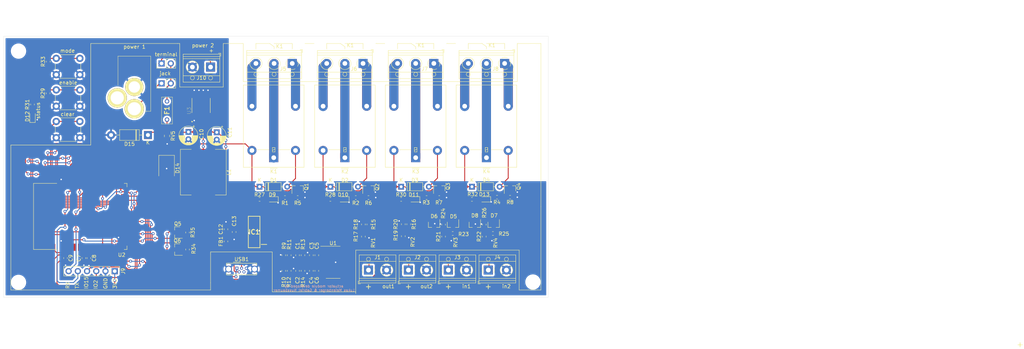
<source format=kicad_pcb>
(kicad_pcb (version 20171130) (host pcbnew "(5.1.4)-1")
  (layers (0 F.Cu signal) (31 B.Cu signal) (34 B.Paste user) (35 F.Paste user) (36 B.SilkS user) (37 F.SilkS user) (38 B.Mask user) (39 F.Mask user) (44 Edge.Cuts user))
  (net 0 "")
  (net 1 GND)
  (net 2 "Net-(C1-Pad1)")
  (net 3 "Net-(C2-Pad1)")
  (net 4 "Net-(C3-Pad1)")
  (net 5 "Net-(C4-Pad1)")
  (net 6 out1)
  (net 7 out2)
  (net 8 AD1)
  (net 9 AD2)
  (net 10 +3V3)
  (net 11 +24V)
  (net 12 "Net-(D1-Pad2)")
  (net 13 "Net-(D2-Pad2)")
  (net 14 "Net-(D3-Pad2)")
  (net 15 "Net-(D4-Pad2)")
  (net 16 /Logik/LED1)
  (net 17 /Logik/LED2)
  (net 18 /Logik/LED5)
  (net 19 /Logik/LED4)
  (net 20 in1)
  (net 21 in2)
  (net 22 /Schnittstellen/K1_1)
  (net 23 /Schnittstellen/K1_3)
  (net 24 /Schnittstellen/K1_4)
  (net 25 /Schnittstellen/K2_4)
  (net 26 /Schnittstellen/K2_3)
  (net 27 /Schnittstellen/K2_1)
  (net 28 /Schnittstellen/K3_1)
  (net 29 /Schnittstellen/K3_3)
  (net 30 /Schnittstellen/K3_4)
  (net 31 /Schnittstellen/K4_4)
  (net 32 /Schnittstellen/K4_3)
  (net 33 /Schnittstellen/K4_1)
  (net 34 GPIO_2)
  (net 35 GPIO_15)
  (net 36 TXD)
  (net 37 RXD)
  (net 38 "Net-(Q1-Pad1)")
  (net 39 "Net-(Q2-Pad1)")
  (net 40 "Net-(Q3-Pad1)")
  (net 41 "Net-(Q4-Pad1)")
  (net 42 "Net-(Q5-Pad1)")
  (net 43 RTS)
  (net 44 DTR)
  (net 45 "Net-(Q6-Pad1)")
  (net 46 K1)
  (net 47 K2)
  (net 48 K3)
  (net 49 K4)
  (net 50 pwm1)
  (net 51 pwm2)
  (net 52 "Net-(R15-Pad2)")
  (net 53 "Net-(R16-Pad2)")
  (net 54 LED_1)
  (net 55 LED_2)
  (net 56 LED_3)
  (net 57 LED_4)
  (net 58 Status)
  (net 59 SysReset)
  (net 60 "Net-(U2-Pad4)")
  (net 61 "Net-(U2-Pad5)")
  (net 62 "Net-(U2-Pad8)")
  (net 63 "Net-(U2-Pad9)")
  (net 64 "Net-(U2-Pad11)")
  (net 65 "Net-(U2-Pad13)")
  (net 66 "Net-(U2-Pad14)")
  (net 67 "Net-(U2-Pad17)")
  (net 68 "Net-(U2-Pad18)")
  (net 69 "Net-(U2-Pad19)")
  (net 70 "Net-(U2-Pad20)")
  (net 71 "Net-(U2-Pad21)")
  (net 72 "Net-(U2-Pad22)")
  (net 73 "Net-(U2-Pad32)")
  (net 74 VBUS)
  (net 75 D-)
  (net 76 D+)
  (net 77 "Net-(USB1-Pad4)")
  (net 78 /Logik/24V_jack)
  (net 79 /Logik/24V_F1)
  (net 80 "Net-(C5-Pad2)")
  (net 81 "Net-(C6-Pad2)")
  (net 82 /Logik/24V_terminal)
  (net 83 /Logik/LED3)
  (net 84 FTDI_3.3)
  (net 85 "Net-(IC1-Pad19)")
  (net 86 "Net-(IC1-Pad18)")
  (net 87 "Net-(IC1-Pad17)")
  (net 88 "Net-(IC1-Pad10)")
  (net 89 "Net-(IC1-Pad9)")
  (net 90 "Net-(IC1-Pad8)")
  (net 91 "Net-(IC1-Pad7)")
  (net 92 "Net-(IC1-Pad5)")
  (net 93 enable)
  (net 94 mode)
  (net 95 /Logik/VBUS_USB)
  (net 96 "Net-(D14-Pad1)")
  (module Connector_USB:USB_Micro-B_Wuerth_614105150721_Vertical_CircularHoles (layer F.Cu) (at 101.25 104)
    (fp_text reference USB1 (at 1.3 -2.48) (layer F.SilkS))
    (fp_text value USB_B_Micro)
    (pad 1 thru_hole rect (at 0 0) (size 0.84 0.84) (drill 0.44) (layers *.Cu *.Mask) (net 95 /Logik/VBUS_USB))
    (pad 2 thru_hole circle (at 0.65 1) (size 0.84 0.84) (drill 0.44) (layers *.Cu *.Mask) (net 75 D-))
    (pad 3 thru_hole circle (at 1.3 0) (size 0.84 0.84) (drill 0.44) (layers *.Cu *.Mask) (net 76 D+))
    (pad 4 thru_hole circle (at 1.95 1) (size 0.84 0.84) (drill 0.44) (layers *.Cu *.Mask) (net 77 "Net-(USB1-Pad4)"))
    (pad 5 thru_hole circle (at 2.6 0) (size 0.84 0.84) (drill 0.44) (layers *.Cu *.Mask) (net 1 GND))
    (pad 6 thru_hole circle (at -2.275 0.22) (size 1.85 1.85) (drill 1.35) (layers *.Cu *.Mask) (net 1 GND))
    (pad 6 thru_hole circle (at 4.875 0.22) (size 1.85 1.85) (drill 1.35) (layers *.Cu *.Mask) (net 1 GND))
  )
  (module RF_Module:ESP32-WROOM-32 (layer F.Cu) (at 61.1 89.7 90)
    (fp_text reference U2 (at -10.61 8.43) (layer F.SilkS))
    (fp_text value ESP32-WROOM-32)
    (pad 39 smd rect (at -1 -0.755 90) (size 5 5) (layers F.Cu F.Paste F.Mask))
    (pad 1 smd rect (at -8.5 -8.255 90) (size 2 0.9) (layers F.Cu F.Paste F.Mask) (net 1 GND))
    (pad 2 smd rect (at -8.5 -6.985 90) (size 2 0.9) (layers F.Cu F.Paste F.Mask) (net 10 +3V3))
    (pad 3 smd rect (at -8.5 -5.715 90) (size 2 0.9) (layers F.Cu F.Paste F.Mask) (net 93 enable))
    (pad 4 smd rect (at -8.5 -4.445 90) (size 2 0.9) (layers F.Cu F.Paste F.Mask) (net 60 "Net-(U2-Pad4)"))
    (pad 5 smd rect (at -8.5 -3.175 90) (size 2 0.9) (layers F.Cu F.Paste F.Mask) (net 61 "Net-(U2-Pad5)"))
    (pad 6 smd rect (at -8.5 -1.905 90) (size 2 0.9) (layers F.Cu F.Paste F.Mask) (net 8 AD1))
    (pad 7 smd rect (at -8.5 -0.635 90) (size 2 0.9) (layers F.Cu F.Paste F.Mask) (net 9 AD2))
    (pad 8 smd rect (at -8.5 0.635 90) (size 2 0.9) (layers F.Cu F.Paste F.Mask) (net 62 "Net-(U2-Pad8)"))
    (pad 9 smd rect (at -8.5 1.905 90) (size 2 0.9) (layers F.Cu F.Paste F.Mask) (net 63 "Net-(U2-Pad9)"))
    (pad 10 smd rect (at -8.5 3.175 90) (size 2 0.9) (layers F.Cu F.Paste F.Mask) (net 59 SysReset))
    (pad 11 smd rect (at -8.5 4.445 90) (size 2 0.9) (layers F.Cu F.Paste F.Mask) (net 64 "Net-(U2-Pad11)"))
    (pad 12 smd rect (at -8.5 5.715 90) (size 2 0.9) (layers F.Cu F.Paste F.Mask) (net 57 LED_4))
    (pad 13 smd rect (at -8.5 6.985 90) (size 2 0.9) (layers F.Cu F.Paste F.Mask) (net 65 "Net-(U2-Pad13)"))
    (pad 14 smd rect (at -8.5 8.255 90) (size 2 0.9) (layers F.Cu F.Paste F.Mask) (net 66 "Net-(U2-Pad14)"))
    (pad 15 smd rect (at -5.715 9.255 180) (size 2 0.9) (layers F.Cu F.Paste F.Mask) (net 1 GND))
    (pad 16 smd rect (at -4.445 9.255 180) (size 2 0.9) (layers F.Cu F.Paste F.Mask) (net 55 LED_2))
    (pad 17 smd rect (at -3.175 9.255 180) (size 2 0.9) (layers F.Cu F.Paste F.Mask) (net 67 "Net-(U2-Pad17)"))
    (pad 18 smd rect (at -1.905 9.255 180) (size 2 0.9) (layers F.Cu F.Paste F.Mask) (net 68 "Net-(U2-Pad18)"))
    (pad 19 smd rect (at -0.635 9.255 180) (size 2 0.9) (layers F.Cu F.Paste F.Mask) (net 69 "Net-(U2-Pad19)"))
    (pad 20 smd rect (at 0.635 9.255 180) (size 2 0.9) (layers F.Cu F.Paste F.Mask) (net 70 "Net-(U2-Pad20)"))
    (pad 21 smd rect (at 1.905 9.255 180) (size 2 0.9) (layers F.Cu F.Paste F.Mask) (net 71 "Net-(U2-Pad21)"))
    (pad 22 smd rect (at 3.175 9.255 180) (size 2 0.9) (layers F.Cu F.Paste F.Mask) (net 72 "Net-(U2-Pad22)"))
    (pad 23 smd rect (at 4.445 9.255 180) (size 2 0.9) (layers F.Cu F.Paste F.Mask) (net 35 GPIO_15))
    (pad 24 smd rect (at 5.715 9.255 180) (size 2 0.9) (layers F.Cu F.Paste F.Mask) (net 34 GPIO_2))
    (pad 25 smd rect (at 8.5 8.255 90) (size 2 0.9) (layers F.Cu F.Paste F.Mask) (net 94 mode))
    (pad 26 smd rect (at 8.5 6.985 90) (size 2 0.9) (layers F.Cu F.Paste F.Mask) (net 54 LED_1))
    (pad 27 smd rect (at 8.5 5.715 90) (size 2 0.9) (layers F.Cu F.Paste F.Mask) (net 50 pwm1))
    (pad 28 smd rect (at 8.5 4.445 90) (size 2 0.9) (layers F.Cu F.Paste F.Mask) (net 51 pwm2))
    (pad 29 smd rect (at 8.5 3.175 90) (size 2 0.9) (layers F.Cu F.Paste F.Mask) (net 58 Status))
    (pad 30 smd rect (at 8.5 1.905 90) (size 2 0.9) (layers F.Cu F.Paste F.Mask) (net 46 K1))
    (pad 31 smd rect (at 8.5 0.635 90) (size 2 0.9) (layers F.Cu F.Paste F.Mask) (net 47 K2))
    (pad 32 smd rect (at 8.5 -0.635 90) (size 2 0.9) (layers F.Cu F.Paste F.Mask) (net 73 "Net-(U2-Pad32)"))
    (pad 33 smd rect (at 8.5 -1.905 90) (size 2 0.9) (layers F.Cu F.Paste F.Mask) (net 48 K3))
    (pad 34 smd rect (at 8.5 -3.175 90) (size 2 0.9) (layers F.Cu F.Paste F.Mask) (net 37 RXD))
    (pad 35 smd rect (at 8.5 -4.445 90) (size 2 0.9) (layers F.Cu F.Paste F.Mask) (net 36 TXD))
    (pad 36 smd rect (at 8.5 -5.715 90) (size 2 0.9) (layers F.Cu F.Paste F.Mask) (net 49 K4))
    (pad 37 smd rect (at 8.5 -6.985 90) (size 2 0.9) (layers F.Cu F.Paste F.Mask) (net 56 LED_3))
    (pad 38 smd rect (at 8.5 -8.255 90) (size 2 0.9) (layers F.Cu F.Paste F.Mask) (net 1 GND))
  )
  (module MountingHole:MountingHole_3.2mm_M3_ISO7380 (layer F.Cu) (at 182.8 107.8)
    (fp_text reference H4 hide)
    (fp_text value MountingHole)
    (pad 1 np_thru_hole circle (at 0 0) (size 3.2 3.2) (drill 3.2) (layers *.Cu *.Mask))
  )
  (module MountingHole:MountingHole_3.2mm_M3_ISO7380 (layer F.Cu) (at 41.1 107.9)
    (fp_text reference H3 hide)
    (fp_text value MountingHole)
    (pad 1 np_thru_hole circle (at 0 0) (size 3.2 3.2) (drill 3.2) (layers *.Cu *.Mask))
  )
  (module MountingHole:MountingHole_3.2mm_M3_ISO7380 (layer F.Cu) (at 182.8 44.2)
    (fp_text reference H2 hide)
    (fp_text value MountingHole)
    (pad 1 np_thru_hole circle (at 0 0) (size 3.2 3.2) (drill 3.2) (layers *.Cu *.Mask))
  )
  (module MountingHole:MountingHole_3.2mm_M3_ISO7380 (layer F.Cu) (at 41.1 44.1)
    (fp_text reference H1 hide)
    (fp_text value MountingHole)
    (pad 1 np_thru_hole circle (at 0 0) (size 3.2 3.2) (drill 3.2) (layers *.Cu *.Mask))
  )
  (module CON-SOCJ-2155:CONSOCJ2155 (layer F.Cu) (at 73 60 270)
    (fp_text reference J11 hide)
    (fp_text value CON-SOCJ-2155 hide)
    (pad 3 thru_hole circle (at -3 4.7) (size 5.3 5.3) (drill 3.6401) (layers *.Cu *.Mask F.SilkS))
    (pad 2 thru_hole circle (at -6 0) (size 5 5) (drill 3.1623) (layers *.Cu *.Mask F.SilkS) (net 1 GND))
    (pad 1 thru_hole circle (at 0 0) (size 5.3 5.3) (drill 3.6401) (layers *.Cu *.Mask F.SilkS) (net 78 /Logik/24V_jack))
  )
  (module Capacitor_SMD:C_0603_1608Metric_Pad1.05x0.95mm_HandSolder (layer F.Cu) (at 117.96146 100.40834 270)
    (fp_text reference C1 (at -2.6 0 90) (layer F.SilkS))
    (fp_text value 100nF)
    (pad 2 smd roundrect (at 0.875 0 270) (size 1.05 0.95) (layers F.Cu F.Paste F.Mask) (net 1 GND))
    (pad 1 smd roundrect (at -0.875 0 270) (size 1.05 0.95) (layers F.Cu F.Paste F.Mask) (net 2 "Net-(C1-Pad1)"))
  )
  (module Capacitor_SMD:C_0603_1608Metric_Pad1.05x0.95mm_HandSolder (layer F.Cu) (at 117.96146 104.70834 90)
    (fp_text reference C2 (at -2.6 0 90) (layer F.SilkS))
    (fp_text value 100nF)
    (pad 1 smd roundrect (at -0.875 0 90) (size 1.05 0.95) (layers F.Cu F.Paste F.Mask) (net 3 "Net-(C2-Pad1)"))
    (pad 2 smd roundrect (at 0.875 0 90) (size 1.05 0.95) (layers F.Cu F.Paste F.Mask) (net 1 GND))
  )
  (module Capacitor_SMD:C_0603_1608Metric_Pad1.05x0.95mm_HandSolder (layer F.Cu) (at 121.76146 100.40834 90)
    (fp_text reference C3 (at 2.6 0.1 90) (layer F.SilkS))
    (fp_text value 10nF)
    (pad 1 smd roundrect (at -0.875 0 90) (size 1.05 0.95) (layers F.Cu F.Paste F.Mask) (net 4 "Net-(C3-Pad1)"))
    (pad 2 smd roundrect (at 0.875 0 90) (size 1.05 0.95) (layers F.Cu F.Paste F.Mask) (net 1 GND))
  )
  (module Capacitor_SMD:C_0603_1608Metric_Pad1.05x0.95mm_HandSolder (layer F.Cu) (at 121.76146 104.70834 270)
    (fp_text reference C4 (at 2.6 0 90) (layer F.SilkS))
    (fp_text value 10nF)
    (pad 1 smd roundrect (at -0.875 0 270) (size 1.05 0.95) (layers F.Cu F.Paste F.Mask) (net 5 "Net-(C4-Pad1)"))
    (pad 2 smd roundrect (at 0.875 0 270) (size 1.05 0.95) (layers F.Cu F.Paste F.Mask) (net 1 GND))
  )
  (module Capacitor_SMD:C_0603_1608Metric_Pad1.05x0.95mm_HandSolder (layer F.Cu) (at 59.1 101.2 270)
    (fp_text reference C7 (at 0 1.4 90) (layer F.SilkS))
    (fp_text value 100nF)
    (pad 1 smd roundrect (at -0.875 0 270) (size 1.05 0.95) (layers F.Cu F.Paste F.Mask) (net 8 AD1))
    (pad 2 smd roundrect (at 0.875 0 270) (size 1.05 0.95) (layers F.Cu F.Paste F.Mask) (net 1 GND))
  )
  (module Capacitor_SMD:C_0603_1608Metric_Pad1.05x0.95mm_HandSolder (layer F.Cu) (at 60.5 101.2 270)
    (fp_text reference C8 (at 0 -1.43 90) (layer F.SilkS))
    (fp_text value 100nF)
    (pad 2 smd roundrect (at 0.875 0 270) (size 1.05 0.95) (layers F.Cu F.Paste F.Mask) (net 1 GND))
    (pad 1 smd roundrect (at -0.875 0 270) (size 1.05 0.95) (layers F.Cu F.Paste F.Mask) (net 9 AD2))
  )
  (module Capacitor_SMD:C_0603_1608Metric_Pad1.05x0.95mm_HandSolder (layer F.Cu) (at 54.05 101.2 270)
    (fp_text reference C9 (at 0 -1.43 90) (layer F.SilkS))
    (fp_text value 10uF)
    (pad 2 smd roundrect (at 0.875 0 270) (size 1.05 0.95) (layers F.Cu F.Paste F.Mask) (net 1 GND))
    (pad 1 smd roundrect (at -0.875 0 270) (size 1.05 0.95) (layers F.Cu F.Paste F.Mask) (net 10 +3V3))
  )
  (module Capacitor_THT:CP_Radial_D5.0mm_P2.00mm (layer F.Cu) (at 95.7 66.5 270)
    (fp_text reference C11 (at 0 -3.6 90) (layer F.SilkS))
    (fp_text value 15uF)
    (pad 2 thru_hole circle (at 2 0 270) (size 1.6 1.6) (drill 0.8) (layers *.Cu *.Mask) (net 1 GND))
    (pad 1 thru_hole rect (at 0 0 270) (size 1.6 1.6) (drill 0.8) (layers *.Cu *.Mask) (net 10 +3V3))
  )
  (module Diode_THT:D_DO-35_SOD27_P7.62mm_Horizontal (layer F.Cu) (at 107.5 81.5)
    (fp_text reference D1 (at 3.9 -1.8) (layer F.SilkS))
    (fp_text value 1N4148)
    (fp_text user K (at 0 -1.8) (layer F.SilkS))
    (pad 2 thru_hole oval (at 7.62 0) (size 1.6 1.6) (drill 0.8) (layers *.Cu *.Mask) (net 12 "Net-(D1-Pad2)"))
    (pad 1 thru_hole rect (at 0 0) (size 1.6 1.6) (drill 0.8) (layers *.Cu *.Mask) (net 11 +24V))
  )
  (module Diode_THT:D_DO-35_SOD27_P7.62mm_Horizontal (layer F.Cu) (at 127 81.5)
    (fp_text reference D2 (at 4 -1.8) (layer F.SilkS))
    (fp_text value 1N4148)
    (fp_text user K (at 0 -1.8) (layer F.SilkS))
    (pad 1 thru_hole rect (at 0 0) (size 1.6 1.6) (drill 0.8) (layers *.Cu *.Mask) (net 11 +24V))
    (pad 2 thru_hole oval (at 7.62 0) (size 1.6 1.6) (drill 0.8) (layers *.Cu *.Mask) (net 13 "Net-(D2-Pad2)"))
  )
  (module Diode_THT:D_DO-35_SOD27_P7.62mm_Horizontal (layer F.Cu) (at 146.5 81.5)
    (fp_text reference D3 (at 3.8 -1.8) (layer F.SilkS))
    (fp_text value 1N4148)
    (fp_text user K (at 0 -1.8) (layer F.SilkS))
    (pad 2 thru_hole oval (at 7.62 0) (size 1.6 1.6) (drill 0.8) (layers *.Cu *.Mask) (net 14 "Net-(D3-Pad2)"))
    (pad 1 thru_hole rect (at 0 0) (size 1.6 1.6) (drill 0.8) (layers *.Cu *.Mask) (net 11 +24V))
  )
  (module Diode_THT:D_DO-35_SOD27_P7.62mm_Horizontal (layer F.Cu) (at 166 81.5)
    (fp_text reference D4 (at 4 -1.9) (layer F.SilkS))
    (fp_text value 1N4148)
    (fp_text user K (at 0 -1.8) (layer F.SilkS))
    (pad 1 thru_hole rect (at 0 0) (size 1.6 1.6) (drill 0.8) (layers *.Cu *.Mask) (net 11 +24V))
    (pad 2 thru_hole oval (at 7.62 0) (size 1.6 1.6) (drill 0.8) (layers *.Cu *.Mask) (net 15 "Net-(D4-Pad2)"))
  )
  (module Diode_SMD:D_SOT-23_ANK (layer F.Cu) (at 160.79166 91.96146 270)
    (fp_text reference D5 (at -2.26146 -0.10834) (layer F.SilkS))
    (fp_text value BAT54)
    (pad 1 smd rect (at 1 0 270) (size 0.9 0.8) (layers F.Cu F.Paste F.Mask) (net 10 +3V3))
    (pad "" smd rect (at -1 0.95 270) (size 0.9 0.8) (layers F.Cu F.Paste F.Mask))
    (pad 2 smd rect (at -1 -0.95 270) (size 0.9 0.8) (layers F.Cu F.Paste F.Mask) (net 8 AD1))
  )
  (module Diode_SMD:D_SOT-23_ANK (layer F.Cu) (at 155.59166 91.96146 270)
    (fp_text reference D6 (at -2.3 0) (layer F.SilkS))
    (fp_text value BAT54)
    (pad 2 smd rect (at -1 -0.95 270) (size 0.9 0.8) (layers F.Cu F.Paste F.Mask) (net 1 GND))
    (pad "" smd rect (at -1 0.95 270) (size 0.9 0.8) (layers F.Cu F.Paste F.Mask))
    (pad 1 smd rect (at 1 0 270) (size 0.9 0.8) (layers F.Cu F.Paste F.Mask) (net 8 AD1))
  )
  (module Diode_SMD:D_SOT-23_ANK (layer F.Cu) (at 171.99166 91.96146 270)
    (fp_text reference D7 (at -2.5 -0.1) (layer F.SilkS))
    (fp_text value BAT54)
    (pad 2 smd rect (at -1 -0.95 270) (size 0.9 0.8) (layers F.Cu F.Paste F.Mask) (net 9 AD2))
    (pad "" smd rect (at -1 0.95 270) (size 0.9 0.8) (layers F.Cu F.Paste F.Mask))
    (pad 1 smd rect (at 1 0 270) (size 0.9 0.8) (layers F.Cu F.Paste F.Mask) (net 10 +3V3))
  )
  (module Diode_SMD:D_SOT-23_ANK (layer F.Cu) (at 166.79166 91.96146 270)
    (fp_text reference D8 (at -2.5 0) (layer F.SilkS))
    (fp_text value BAT54)
    (pad 1 smd rect (at 1 0 270) (size 0.9 0.8) (layers F.Cu F.Paste F.Mask) (net 9 AD2))
    (pad "" smd rect (at -1 0.95 270) (size 0.9 0.8) (layers F.Cu F.Paste F.Mask))
    (pad 2 smd rect (at -1 -0.95 270) (size 0.9 0.8) (layers F.Cu F.Paste F.Mask) (net 1 GND))
  )
  (module TerminalBlock_RND:TerminalBlock_RND_205-00012_1x02_P5.00mm_Horizontal (layer F.Cu) (at 137.5 104.5)
    (fp_text reference J1 (at 2.5 -3.5) (layer F.SilkS))
    (fp_text value TB001-500-02BE hide)
    (pad 1 thru_hole rect (at 0 0) (size 2.5 2.5) (drill 1.3) (layers *.Cu *.Mask) (net 6 out1))
    (pad 2 thru_hole circle (at 5 0) (size 2.5 2.5) (drill 1.3) (layers *.Cu *.Mask) (net 1 GND))
  )
  (module TerminalBlock_RND:TerminalBlock_RND_205-00012_1x02_P5.00mm_Horizontal (layer F.Cu) (at 148.5 104.5)
    (fp_text reference J2 (at 2.5 -3.5) (layer F.SilkS))
    (fp_text value TB001-500-02BE hide)
    (pad 2 thru_hole circle (at 5 0) (size 2.5 2.5) (drill 1.3) (layers *.Cu *.Mask) (net 1 GND))
    (pad 1 thru_hole rect (at 0 0) (size 2.5 2.5) (drill 1.3) (layers *.Cu *.Mask) (net 7 out2))
  )
  (module TerminalBlock_RND:TerminalBlock_RND_205-00012_1x02_P5.00mm_Horizontal (layer F.Cu) (at 159.5 104.5)
    (fp_text reference J3 (at 2.5 -3.5) (layer F.SilkS))
    (fp_text value TB001-500-02BE hide)
    (pad 1 thru_hole rect (at 0 0) (size 2.5 2.5) (drill 1.3) (layers *.Cu *.Mask) (net 20 in1))
    (pad 2 thru_hole circle (at 5 0) (size 2.5 2.5) (drill 1.3) (layers *.Cu *.Mask) (net 1 GND))
  )
  (module TerminalBlock_RND:TerminalBlock_RND_205-00012_1x02_P5.00mm_Horizontal (layer F.Cu) (at 170.5 104.5)
    (fp_text reference J4 (at 2.5 -3.5) (layer F.SilkS))
    (fp_text value TB001-500-02BE hide)
    (pad 2 thru_hole circle (at 5 0) (size 2.5 2.5) (drill 1.3) (layers *.Cu *.Mask) (net 1 GND))
    (pad 1 thru_hole rect (at 0 0) (size 2.5 2.5) (drill 1.3) (layers *.Cu *.Mask) (net 21 in2))
  )
  (module TerminalBlock_RND:TerminalBlock_RND_205-00013_1x03_P5.00mm_Horizontal (layer F.Cu) (at 116.5 47.5 180)
    (fp_text reference J5 (at 2.5 -1.5) (layer F.SilkS))
    (fp_text value TB002-500-03BE)
    (pad 3 thru_hole circle (at 10 0 180) (size 2.5 2.5) (drill 1.3) (layers *.Cu *.Mask) (net 24 /Schnittstellen/K1_4))
    (pad 2 thru_hole circle (at 5 0 180) (size 2.5 2.5) (drill 1.3) (layers *.Cu *.Mask) (net 22 /Schnittstellen/K1_1))
    (pad 1 thru_hole rect (at 0 0 180) (size 2.5 2.5) (drill 1.3) (layers *.Cu *.Mask) (net 23 /Schnittstellen/K1_3))
  )
  (module TerminalBlock_RND:TerminalBlock_RND_205-00013_1x03_P5.00mm_Horizontal (layer F.Cu) (at 136 47.5 180)
    (fp_text reference J6 (at 2.5 -1.5) (layer F.SilkS))
    (fp_text value TB002-500-03BE)
    (pad 1 thru_hole rect (at 0 0 180) (size 2.5 2.5) (drill 1.3) (layers *.Cu *.Mask) (net 26 /Schnittstellen/K2_3))
    (pad 2 thru_hole circle (at 5 0 180) (size 2.5 2.5) (drill 1.3) (layers *.Cu *.Mask) (net 27 /Schnittstellen/K2_1))
    (pad 3 thru_hole circle (at 10 0 180) (size 2.5 2.5) (drill 1.3) (layers *.Cu *.Mask) (net 25 /Schnittstellen/K2_4))
  )
  (module TerminalBlock_RND:TerminalBlock_RND_205-00013_1x03_P5.00mm_Horizontal (layer F.Cu) (at 155.5 47.5 180)
    (fp_text reference J7 (at 2.5 -1.5) (layer F.SilkS))
    (fp_text value TB002-500-03BE)
    (pad 3 thru_hole circle (at 10 0 180) (size 2.5 2.5) (drill 1.3) (layers *.Cu *.Mask) (net 30 /Schnittstellen/K3_4))
    (pad 2 thru_hole circle (at 5 0 180) (size 2.5 2.5) (drill 1.3) (layers *.Cu *.Mask) (net 28 /Schnittstellen/K3_1))
    (pad 1 thru_hole rect (at 0 0 180) (size 2.5 2.5) (drill 1.3) (layers *.Cu *.Mask) (net 29 /Schnittstellen/K3_3))
  )
  (module TerminalBlock_RND:TerminalBlock_RND_205-00013_1x03_P5.00mm_Horizontal (layer F.Cu) (at 175 47.5 180)
    (fp_text reference J8 (at 2.5 -1.5) (layer F.SilkS))
    (fp_text value TB002-500-03BE)
    (pad 1 thru_hole rect (at 0 0 180) (size 2.5 2.5) (drill 1.3) (layers *.Cu *.Mask) (net 32 /Schnittstellen/K4_3))
    (pad 2 thru_hole circle (at 5 0 180) (size 2.5 2.5) (drill 1.3) (layers *.Cu *.Mask) (net 33 /Schnittstellen/K4_1))
    (pad 3 thru_hole circle (at 10 0 180) (size 2.5 2.5) (drill 1.3) (layers *.Cu *.Mask) (net 31 /Schnittstellen/K4_4))
  )
  (module Connector_PinHeader_2.54mm:PinHeader_1x06_P2.54mm_Vertical (layer F.Cu) (at 67.6 104.8 270)
    (fp_text reference J9 (at 0 -2.33 90) (layer F.SilkS))
    (fp_text value Conn_01x06_Male)
    (pad 1 thru_hole rect (at 0 0 270) (size 1.7 1.7) (drill 1) (layers *.Cu *.Mask) (net 10 +3V3))
    (pad 2 thru_hole oval (at 0 2.54 270) (size 1.7 1.7) (drill 1) (layers *.Cu *.Mask) (net 1 GND))
    (pad 3 thru_hole oval (at 0 5.08 270) (size 1.7 1.7) (drill 1) (layers *.Cu *.Mask) (net 34 GPIO_2))
    (pad 4 thru_hole oval (at 0 7.62 270) (size 1.7 1.7) (drill 1) (layers *.Cu *.Mask) (net 35 GPIO_15))
    (pad 5 thru_hole oval (at 0 10.16 270) (size 1.7 1.7) (drill 1) (layers *.Cu *.Mask) (net 36 TXD))
    (pad 6 thru_hole oval (at 0 12.7 270) (size 1.7 1.7) (drill 1) (layers *.Cu *.Mask) (net 37 RXD))
  )
  (module TerminalBlock_RND:TerminalBlock_RND_205-00012_1x02_P5.00mm_Horizontal (layer F.Cu) (at 94 48.5 180)
    (fp_text reference J10 (at 2.5 -3) (layer F.SilkS))
    (fp_text value TB003V-500-P02BE)
    (pad 1 thru_hole rect (at 0 0 180) (size 2.5 2.5) (drill 1.3) (layers *.Cu *.Mask) (net 82 /Logik/24V_terminal))
    (pad 2 thru_hole circle (at 5 0 180) (size 2.5 2.5) (drill 1.3) (layers *.Cu *.Mask) (net 1 GND))
  )
  (module Relay_THT:Relay_SPDT_Omron-G5LE-1 (layer F.Cu) (at 111.4 73.5 180)
    (fp_text reference K1 (at 0 -3.8) (layer F.SilkS))
    (fp_text value "G5LE-1-VD DC24")
    (pad 5 thru_hole oval (at 6 2 180) (size 2.5 2.5) (drill 1.3) (layers *.Cu *.Mask) (net 11 +24V))
    (pad 4 thru_hole oval (at 6 14.2 180) (size 2.5 2.5) (drill 1.3) (layers *.Cu *.Mask) (net 24 /Schnittstellen/K1_4))
    (pad 3 thru_hole oval (at -6 14.2 180) (size 2.5 2.5) (drill 1.3) (layers *.Cu *.Mask) (net 23 /Schnittstellen/K1_3))
    (pad 2 thru_hole oval (at -6 2 180) (size 2.5 2.5) (drill 1.3) (layers *.Cu *.Mask) (net 12 "Net-(D1-Pad2)"))
    (pad 1 thru_hole rect (at 0 0 180) (size 2.5 2.5) (drill 1.3) (layers *.Cu *.Mask) (net 22 /Schnittstellen/K1_1))
  )
  (module Relay_THT:Relay_SPDT_Omron-G5LE-1 (layer F.Cu) (at 131 73.5 180)
    (fp_text reference K2 (at 0 -3.8) (layer F.SilkS))
    (fp_text value "G5LE-1-VD DC24")
    (pad 1 thru_hole rect (at 0 0 180) (size 2.5 2.5) (drill 1.3) (layers *.Cu *.Mask) (net 27 /Schnittstellen/K2_1))
    (pad 2 thru_hole oval (at -6 2 180) (size 2.5 2.5) (drill 1.3) (layers *.Cu *.Mask) (net 13 "Net-(D2-Pad2)"))
    (pad 3 thru_hole oval (at -6 14.2 180) (size 2.5 2.5) (drill 1.3) (layers *.Cu *.Mask) (net 26 /Schnittstellen/K2_3))
    (pad 4 thru_hole oval (at 6 14.2 180) (size 2.5 2.5) (drill 1.3) (layers *.Cu *.Mask) (net 25 /Schnittstellen/K2_4))
    (pad 5 thru_hole oval (at 6 2 180) (size 2.5 2.5) (drill 1.3) (layers *.Cu *.Mask) (net 11 +24V))
  )
  (module Relay_THT:Relay_SPDT_Omron-G5LE-1 (layer F.Cu) (at 150.5 73.5 180)
    (fp_text reference K3 (at 0 -3.8) (layer F.SilkS))
    (fp_text value "G5LE-1-VD DC24")
    (pad 5 thru_hole oval (at 6 2 180) (size 2.5 2.5) (drill 1.3) (layers *.Cu *.Mask) (net 11 +24V))
    (pad 4 thru_hole oval (at 6 14.2 180) (size 2.5 2.5) (drill 1.3) (layers *.Cu *.Mask) (net 30 /Schnittstellen/K3_4))
    (pad 3 thru_hole oval (at -6 14.2 180) (size 2.5 2.5) (drill 1.3) (layers *.Cu *.Mask) (net 29 /Schnittstellen/K3_3))
    (pad 2 thru_hole oval (at -6 2 180) (size 2.5 2.5) (drill 1.3) (layers *.Cu *.Mask) (net 14 "Net-(D3-Pad2)"))
    (pad 1 thru_hole rect (at 0 0 180) (size 2.5 2.5) (drill 1.3) (layers *.Cu *.Mask) (net 28 /Schnittstellen/K3_1))
  )
  (module Relay_THT:Relay_SPDT_Omron-G5LE-1 (layer F.Cu) (at 170 73.5 180)
    (fp_text reference K4 (at 0 -3.8) (layer F.SilkS))
    (fp_text value "G5LE-1-VD DC24")
    (pad 1 thru_hole rect (at 0 0 180) (size 2.5 2.5) (drill 1.3) (layers *.Cu *.Mask) (net 33 /Schnittstellen/K4_1))
    (pad 2 thru_hole oval (at -6 2 180) (size 2.5 2.5) (drill 1.3) (layers *.Cu *.Mask) (net 15 "Net-(D4-Pad2)"))
    (pad 3 thru_hole oval (at -6 14.2 180) (size 2.5 2.5) (drill 1.3) (layers *.Cu *.Mask) (net 32 /Schnittstellen/K4_3))
    (pad 4 thru_hole oval (at 6 14.2 180) (size 2.5 2.5) (drill 1.3) (layers *.Cu *.Mask) (net 31 /Schnittstellen/K4_4))
    (pad 5 thru_hole oval (at 6 2 180) (size 2.5 2.5) (drill 1.3) (layers *.Cu *.Mask) (net 11 +24V))
  )
  (module Inductor_SMD:L_12x12mm_H6mm (layer F.Cu) (at 92 77.5 270)
    (fp_text reference L1 (at 0 -7.1 90) (layer F.SilkS))
    (fp_text value SRR1260-681K)
    (pad 1 smd rect (at -4.95 0 270) (size 2.9 5.4) (layers F.Cu F.Paste F.Mask) (net 96 "Net-(D14-Pad1)"))
    (pad 2 smd rect (at 4.95 0 270) (size 2.9 5.4) (layers F.Cu F.Paste F.Mask) (net 10 +3V3))
  )
  (module Package_TO_SOT_SMD:SOT-23 (layer F.Cu) (at 118 82 90)
    (fp_text reference Q1 (at 0.5 2.4 90) (layer F.SilkS))
    (fp_text value BSS123)
    (pad 3 smd rect (at 1 0 90) (size 0.9 0.8) (layers F.Cu F.Paste F.Mask) (net 12 "Net-(D1-Pad2)"))
    (pad 2 smd rect (at -1 0.95 90) (size 0.9 0.8) (layers F.Cu F.Paste F.Mask) (net 1 GND))
    (pad 1 smd rect (at -1 -0.95 90) (size 0.9 0.8) (layers F.Cu F.Paste F.Mask) (net 38 "Net-(Q1-Pad1)"))
  )
  (module Package_TO_SOT_SMD:SOT-23 (layer F.Cu) (at 137.5 82 90)
    (fp_text reference Q2 (at 0.4 2.4 90) (layer F.SilkS))
    (fp_text value BSS123)
    (pad 1 smd rect (at -1 -0.95 90) (size 0.9 0.8) (layers F.Cu F.Paste F.Mask) (net 39 "Net-(Q2-Pad1)"))
    (pad 2 smd rect (at -1 0.95 90) (size 0.9 0.8) (layers F.Cu F.Paste F.Mask) (net 1 GND))
    (pad 3 smd rect (at 1 0 90) (size 0.9 0.8) (layers F.Cu F.Paste F.Mask) (net 13 "Net-(D2-Pad2)"))
  )
  (module Package_TO_SOT_SMD:SOT-23 (layer F.Cu) (at 157 82 90)
    (fp_text reference Q3 (at 0.6 2.4 90) (layer F.SilkS))
    (fp_text value BSS123)
    (pad 3 smd rect (at 1 0 90) (size 0.9 0.8) (layers F.Cu F.Paste F.Mask) (net 14 "Net-(D3-Pad2)"))
    (pad 2 smd rect (at -1 0.95 90) (size 0.9 0.8) (layers F.Cu F.Paste F.Mask) (net 1 GND))
    (pad 1 smd rect (at -1 -0.95 90) (size 0.9 0.8) (layers F.Cu F.Paste F.Mask) (net 40 "Net-(Q3-Pad1)"))
  )
  (module Package_TO_SOT_SMD:SOT-23 (layer F.Cu) (at 176.5 82 90)
    (fp_text reference Q4 (at 0.6 2.4 90) (layer F.SilkS))
    (fp_text value BSS123)
    (pad 1 smd rect (at -1 -0.95 90) (size 0.9 0.8) (layers F.Cu F.Paste F.Mask) (net 41 "Net-(Q4-Pad1)"))
    (pad 2 smd rect (at -1 0.95 90) (size 0.9 0.8) (layers F.Cu F.Paste F.Mask) (net 1 GND))
    (pad 3 smd rect (at 1 0 90) (size 0.9 0.8) (layers F.Cu F.Paste F.Mask) (net 15 "Net-(D4-Pad2)"))
  )
  (module Package_TO_SOT_SMD:SOT-23 (layer F.Cu) (at 84.8592 94.12908 180)
    (fp_text reference Q5 (at -0.1 2.4) (layer F.SilkS))
    (fp_text value MMBT3904)
    (pad 3 smd rect (at 1 0 180) (size 0.9 0.8) (layers F.Cu F.Paste F.Mask) (net 93 enable))
    (pad 2 smd rect (at -1 0.95 180) (size 0.9 0.8) (layers F.Cu F.Paste F.Mask) (net 43 RTS))
    (pad 1 smd rect (at -1 -0.95 180) (size 0.9 0.8) (layers F.Cu F.Paste F.Mask) (net 42 "Net-(Q5-Pad1)"))
  )
  (module Package_TO_SOT_SMD:SOT-23 (layer F.Cu) (at 84.8592 98.82908 180)
    (fp_text reference Q6 (at 0 2.4) (layer F.SilkS))
    (fp_text value MMBT3904)
    (pad 1 smd rect (at -1 -0.95 180) (size 0.9 0.8) (layers F.Cu F.Paste F.Mask) (net 45 "Net-(Q6-Pad1)"))
    (pad 2 smd rect (at -1 0.95 180) (size 0.9 0.8) (layers F.Cu F.Paste F.Mask) (net 44 DTR))
    (pad 3 smd rect (at 1 0 180) (size 0.9 0.8) (layers F.Cu F.Paste F.Mask) (net 94 mode))
  )
  (module Resistor_SMD:R_0603_1608Metric_Pad1.05x0.95mm_HandSolder (layer F.Cu) (at 114.5 84.5 180)
    (fp_text reference R1 (at 0 -1.5) (layer F.SilkS))
    (fp_text value 330)
    (pad 2 smd roundrect (at 0.875 0 180) (size 1.05 0.95) (layers F.Cu F.Paste F.Mask) (net 46 K1))
    (pad 1 smd roundrect (at -0.875 0 180) (size 1.05 0.95) (layers F.Cu F.Paste F.Mask) (net 38 "Net-(Q1-Pad1)"))
  )
  (module Resistor_SMD:R_0603_1608Metric_Pad1.05x0.95mm_HandSolder (layer F.Cu) (at 134 84.5 180)
    (fp_text reference R2 (at 0 -1.5) (layer F.SilkS))
    (fp_text value 330)
    (pad 2 smd roundrect (at 0.875 0 180) (size 1.05 0.95) (layers F.Cu F.Paste F.Mask) (net 47 K2))
    (pad 1 smd roundrect (at -0.875 0 180) (size 1.05 0.95) (layers F.Cu F.Paste F.Mask) (net 39 "Net-(Q2-Pad1)"))
  )
  (module Resistor_SMD:R_0603_1608Metric_Pad1.05x0.95mm_HandSolder (layer F.Cu) (at 153.5 84.5 180)
    (fp_text reference R3 (at 0.1 -1.4) (layer F.SilkS))
    (fp_text value 330)
    (pad 2 smd roundrect (at 0.875 0 180) (size 1.05 0.95) (layers F.Cu F.Paste F.Mask) (net 48 K3))
    (pad 1 smd roundrect (at -0.875 0 180) (size 1.05 0.95) (layers F.Cu F.Paste F.Mask) (net 40 "Net-(Q3-Pad1)"))
  )
  (module Resistor_SMD:R_0603_1608Metric_Pad1.05x0.95mm_HandSolder (layer F.Cu) (at 172.9 84.4 180)
    (fp_text reference R4 (at 0 -1.4) (layer F.SilkS))
    (fp_text value 330)
    (pad 2 smd roundrect (at 0.875 0 180) (size 1.05 0.95) (layers F.Cu F.Paste F.Mask) (net 49 K4))
    (pad 1 smd roundrect (at -0.875 0 180) (size 1.05 0.95) (layers F.Cu F.Paste F.Mask) (net 41 "Net-(Q4-Pad1)"))
  )
  (module Resistor_SMD:R_0603_1608Metric_Pad1.05x0.95mm_HandSolder (layer F.Cu) (at 118 84.5)
    (fp_text reference R5 (at 0 1.5) (layer F.SilkS))
    (fp_text value 100k)
    (pad 1 smd roundrect (at -0.875 0) (size 1.05 0.95) (layers F.Cu F.Paste F.Mask) (net 38 "Net-(Q1-Pad1)"))
    (pad 2 smd roundrect (at 0.875 0) (size 1.05 0.95) (layers F.Cu F.Paste F.Mask) (net 1 GND))
  )
  (module Resistor_SMD:R_0603_1608Metric_Pad1.05x0.95mm_HandSolder (layer F.Cu) (at 137.5 84.5)
    (fp_text reference R6 (at 0 1.5) (layer F.SilkS))
    (fp_text value 100k)
    (pad 1 smd roundrect (at -0.875 0) (size 1.05 0.95) (layers F.Cu F.Paste F.Mask) (net 39 "Net-(Q2-Pad1)"))
    (pad 2 smd roundrect (at 0.875 0) (size 1.05 0.95) (layers F.Cu F.Paste F.Mask) (net 1 GND))
  )
  (module Resistor_SMD:R_0603_1608Metric_Pad1.05x0.95mm_HandSolder (layer F.Cu) (at 157 84.5)
    (fp_text reference R7 (at -0.1 1.4) (layer F.SilkS))
    (fp_text value 100k)
    (pad 1 smd roundrect (at -0.875 0) (size 1.05 0.95) (layers F.Cu F.Paste F.Mask) (net 40 "Net-(Q3-Pad1)"))
    (pad 2 smd roundrect (at 0.875 0) (size 1.05 0.95) (layers F.Cu F.Paste F.Mask) (net 1 GND))
  )
  (module Resistor_SMD:R_0603_1608Metric_Pad1.05x0.95mm_HandSolder (layer F.Cu) (at 176.5 84.4)
    (fp_text reference R8 (at 0 1.4) (layer F.SilkS))
    (fp_text value 100k)
    (pad 1 smd roundrect (at -0.875 0) (size 1.05 0.95) (layers F.Cu F.Paste F.Mask) (net 41 "Net-(Q4-Pad1)"))
    (pad 2 smd roundrect (at 0.875 0) (size 1.05 0.95) (layers F.Cu F.Paste F.Mask) (net 1 GND))
  )
  (module Resistor_SMD:R_0603_1608Metric_Pad1.05x0.95mm_HandSolder (layer F.Cu) (at 114.16146 100.40834 90)
    (fp_text reference R9 (at 2.6 0.1 90) (layer F.SilkS))
    (fp_text value 10k)
    (pad 2 smd roundrect (at 0.875 0 90) (size 1.05 0.95) (layers F.Cu F.Paste F.Mask) (net 1 GND))
    (pad 1 smd roundrect (at -0.875 0 90) (size 1.05 0.95) (layers F.Cu F.Paste F.Mask) (net 50 pwm1))
  )
  (module Resistor_SMD:R_0603_1608Metric_Pad1.05x0.95mm_HandSolder (layer F.Cu) (at 114.16146 104.70834 270)
    (fp_text reference R10 (at 3.1 0 90) (layer F.SilkS))
    (fp_text value 10k)
    (pad 2 smd roundrect (at 0.875 0 270) (size 1.05 0.95) (layers F.Cu F.Paste F.Mask) (net 1 GND))
    (pad 1 smd roundrect (at -0.875 0 270) (size 1.05 0.95) (layers F.Cu F.Paste F.Mask) (net 51 pwm2))
  )
  (module Resistor_SMD:R_0603_1608Metric_Pad1.05x0.95mm_HandSolder (layer F.Cu) (at 115.66146 100.40834 270)
    (fp_text reference R11 (at -3 0 90) (layer F.SilkS))
    (fp_text value 3.9k)
    (pad 2 smd roundrect (at 0.875 0 270) (size 1.05 0.95) (layers F.Cu F.Paste F.Mask) (net 50 pwm1))
    (pad 1 smd roundrect (at -0.875 0 270) (size 1.05 0.95) (layers F.Cu F.Paste F.Mask) (net 2 "Net-(C1-Pad1)"))
  )
  (module Resistor_SMD:R_0603_1608Metric_Pad1.05x0.95mm_HandSolder (layer F.Cu) (at 115.66146 104.70834 90)
    (fp_text reference R12 (at -3.1 -0.1 90) (layer F.SilkS))
    (fp_text value 3.9k)
    (pad 1 smd roundrect (at -0.875 0 90) (size 1.05 0.95) (layers F.Cu F.Paste F.Mask) (net 3 "Net-(C2-Pad1)"))
    (pad 2 smd roundrect (at 0.875 0 90) (size 1.05 0.95) (layers F.Cu F.Paste F.Mask) (net 51 pwm2))
  )
  (module Resistor_SMD:R_0603_1608Metric_Pad1.05x0.95mm_HandSolder (layer F.Cu) (at 119.46146 100.40834 90)
    (fp_text reference R13 (at 3 0 90) (layer F.SilkS))
    (fp_text value 39k)
    (pad 1 smd roundrect (at -0.875 0 90) (size 1.05 0.95) (layers F.Cu F.Paste F.Mask) (net 4 "Net-(C3-Pad1)"))
    (pad 2 smd roundrect (at 0.875 0 90) (size 1.05 0.95) (layers F.Cu F.Paste F.Mask) (net 2 "Net-(C1-Pad1)"))
  )
  (module Resistor_SMD:R_0603_1608Metric_Pad1.05x0.95mm_HandSolder (layer F.Cu) (at 119.46146 104.70834 270)
    (fp_text reference R14 (at 3.1 0 90) (layer F.SilkS))
    (fp_text value 39k)
    (pad 1 smd roundrect (at -0.875 0 270) (size 1.05 0.95) (layers F.Cu F.Paste F.Mask) (net 5 "Net-(C4-Pad1)"))
    (pad 2 smd roundrect (at 0.875 0 270) (size 1.05 0.95) (layers F.Cu F.Paste F.Mask) (net 3 "Net-(C2-Pad1)"))
  )
  (module Resistor_SMD:R_0603_1608Metric_Pad1.05x0.95mm_HandSolder (layer F.Cu) (at 137.59166 91.91146 90)
    (fp_text reference R15 (at 0 1.3 90) (layer F.SilkS))
    (fp_text value 10k)
    (pad 1 smd roundrect (at -0.875 0 90) (size 1.05 0.95) (layers F.Cu F.Paste F.Mask) (net 6 out1))
    (pad 2 smd roundrect (at 0.875 0 90) (size 1.05 0.95) (layers F.Cu F.Paste F.Mask) (net 52 "Net-(R15-Pad2)"))
  )
  (module Resistor_SMD:R_0603_1608Metric_Pad1.05x0.95mm_HandSolder (layer F.Cu) (at 148.59166 91.86146 90)
    (fp_text reference R16 (at 0 1.4 90) (layer F.SilkS))
    (fp_text value 10k)
    (pad 1 smd roundrect (at -0.875 0 90) (size 1.05 0.95) (layers F.Cu F.Paste F.Mask) (net 7 out2))
    (pad 2 smd roundrect (at 0.875 0 90) (size 1.05 0.95) (layers F.Cu F.Paste F.Mask) (net 53 "Net-(R16-Pad2)"))
  )
  (module Resistor_SMD:R_0603_1608Metric_Pad1.05x0.95mm_HandSolder (layer F.Cu) (at 136.09166 95.26146 90)
    (fp_text reference R17 (at 0 -2.09166 90) (layer F.SilkS))
    (fp_text value 22k)
    (pad 1 smd roundrect (at -0.875 0 90) (size 1.05 0.95) (layers F.Cu F.Paste F.Mask) (net 6 out1))
    (pad 2 smd roundrect (at 0.875 0 90) (size 1.05 0.95) (layers F.Cu F.Paste F.Mask) (net 80 "Net-(C5-Pad2)"))
  )
  (module Resistor_SMD:R_0603_1608Metric_Pad1.05x0.95mm_HandSolder (layer F.Cu) (at 136.09166 91.91146 90)
    (fp_text reference R18 (at 0 -2.09166 90) (layer F.SilkS))
    (fp_text value 10k)
    (pad 2 smd roundrect (at 0.875 0 90) (size 1.05 0.95) (layers F.Cu F.Paste F.Mask) (net 1 GND))
    (pad 1 smd roundrect (at -0.875 0 90) (size 1.05 0.95) (layers F.Cu F.Paste F.Mask) (net 80 "Net-(C5-Pad2)"))
  )
  (module Resistor_SMD:R_0603_1608Metric_Pad1.05x0.95mm_HandSolder (layer F.Cu) (at 147.09166 95.16146 90)
    (fp_text reference R19 (at 0.16146 -2.09166 90) (layer F.SilkS))
    (fp_text value 22k)
    (pad 2 smd roundrect (at 0.875 0 90) (size 1.05 0.95) (layers F.Cu F.Paste F.Mask) (net 81 "Net-(C6-Pad2)"))
    (pad 1 smd roundrect (at -0.875 0 90) (size 1.05 0.95) (layers F.Cu F.Paste F.Mask) (net 7 out2))
  )
  (module Resistor_SMD:R_0603_1608Metric_Pad1.05x0.95mm_HandSolder (layer F.Cu) (at 147.09166 91.86146 90)
    (fp_text reference R20 (at 0 -2.09166 90) (layer F.SilkS))
    (fp_text value 10k)
    (pad 2 smd roundrect (at 0.875 0 90) (size 1.05 0.95) (layers F.Cu F.Paste F.Mask) (net 1 GND))
    (pad 1 smd roundrect (at -0.875 0 90) (size 1.05 0.95) (layers F.Cu F.Paste F.Mask) (net 81 "Net-(C6-Pad2)"))
  )
  (module Resistor_SMD:R_0603_1608Metric_Pad1.05x0.95mm_HandSolder (layer F.Cu) (at 158.19166 95.26146 90)
    (fp_text reference R21 (at 0 -1.43 90) (layer F.SilkS))
    (fp_text value 33k)
    (pad 2 smd roundrect (at 0.875 0 90) (size 1.05 0.95) (layers F.Cu F.Paste F.Mask) (net 8 AD1))
    (pad 1 smd roundrect (at -0.875 0 90) (size 1.05 0.95) (layers F.Cu F.Paste F.Mask) (net 20 in1))
  )
  (module Resistor_SMD:R_0603_1608Metric_Pad1.05x0.95mm_HandSolder (layer F.Cu) (at 169.39166 95.26146 90)
    (fp_text reference R22 (at 0 -1.43 90) (layer F.SilkS))
    (fp_text value 33k)
    (pad 1 smd roundrect (at -0.875 0 90) (size 1.05 0.95) (layers F.Cu F.Paste F.Mask) (net 21 in2))
    (pad 2 smd roundrect (at 0.875 0 90) (size 1.05 0.95) (layers F.Cu F.Paste F.Mask) (net 9 AD2))
  )
  (module Resistor_SMD:R_0603_1608Metric_Pad1.05x0.95mm_HandSolder (layer F.Cu) (at 158.19166 91.96146 90)
    (fp_text reference R24 (at 3.1 -0.1 90) (layer F.SilkS))
    (fp_text value 11k)
    (pad 2 smd roundrect (at 0.875 0 90) (size 1.05 0.95) (layers F.Cu F.Paste F.Mask) (net 1 GND))
    (pad 1 smd roundrect (at -0.875 0 90) (size 1.05 0.95) (layers F.Cu F.Paste F.Mask) (net 8 AD1))
  )
  (module Resistor_SMD:R_0603_1608Metric_Pad1.05x0.95mm_HandSolder (layer F.Cu) (at 169.39166 91.96146 90)
    (fp_text reference R26 (at 3.26146 0.00834 90) (layer F.SilkS))
    (fp_text value 11k)
    (pad 1 smd roundrect (at -0.875 0 90) (size 1.05 0.95) (layers F.Cu F.Paste F.Mask) (net 9 AD2))
    (pad 2 smd roundrect (at 0.875 0 90) (size 1.05 0.95) (layers F.Cu F.Paste F.Mask) (net 1 GND))
  )
  (module Resistor_SMD:R_0603_1608Metric_Pad1.05x0.95mm_HandSolder (layer F.Cu) (at 87.6592 94.12908 270)
    (fp_text reference R35 (at 0 -1.43 90) (layer F.SilkS))
    (fp_text value 10k)
    (pad 2 smd roundrect (at 0.875 0 270) (size 1.05 0.95) (layers F.Cu F.Paste F.Mask) (net 45 "Net-(Q6-Pad1)"))
    (pad 1 smd roundrect (at -0.875 0 270) (size 1.05 0.95) (layers F.Cu F.Paste F.Mask) (net 43 RTS))
  )
  (module Resistor_SMD:R_0603_1608Metric_Pad1.05x0.95mm_HandSolder (layer F.Cu) (at 49.25 55.75 90)
    (fp_text reference R29 (at 0 -1.43 90) (layer F.SilkS))
    (fp_text value 10k)
    (pad 2 smd roundrect (at 0.875 0 90) (size 1.05 0.95) (layers F.Cu F.Paste F.Mask) (net 93 enable))
    (pad 1 smd roundrect (at -0.875 0 90) (size 1.05 0.95) (layers F.Cu F.Paste F.Mask) (net 10 +3V3))
  )
  (module Resistor_SMD:R_0603_1608Metric_Pad1.05x0.95mm_HandSolder (layer F.Cu) (at 107.5 85 180)
    (fp_text reference R27 (at 0 1.3) (layer F.SilkS))
    (fp_text value 220)
    (pad 1 smd roundrect (at -0.875 0 180) (size 1.05 0.95) (layers F.Cu F.Paste F.Mask) (net 16 /Logik/LED1))
    (pad 2 smd roundrect (at 0.875 0 180) (size 1.05 0.95) (layers F.Cu F.Paste F.Mask) (net 54 LED_1))
  )
  (module Resistor_SMD:R_0603_1608Metric_Pad1.05x0.95mm_HandSolder (layer F.Cu) (at 127 85 180)
    (fp_text reference R28 (at 0 1.3) (layer F.SilkS))
    (fp_text value 220)
    (pad 2 smd roundrect (at 0.875 0 180) (size 1.05 0.95) (layers F.Cu F.Paste F.Mask) (net 55 LED_2))
    (pad 1 smd roundrect (at -0.875 0 180) (size 1.05 0.95) (layers F.Cu F.Paste F.Mask) (net 17 /Logik/LED2))
  )
  (module Resistor_SMD:R_0603_1608Metric_Pad1.05x0.95mm_HandSolder (layer F.Cu) (at 146.5 85 180)
    (fp_text reference R30 (at 0 1.3) (layer F.SilkS))
    (fp_text value 220)
    (pad 1 smd roundrect (at -0.875 0 180) (size 1.05 0.95) (layers F.Cu F.Paste F.Mask) (net 83 /Logik/LED3))
    (pad 2 smd roundrect (at 0.875 0 180) (size 1.05 0.95) (layers F.Cu F.Paste F.Mask) (net 56 LED_3))
  )
  (module Resistor_SMD:R_0603_1608Metric_Pad1.05x0.95mm_HandSolder (layer F.Cu) (at 44.9629 58.82156 90)
    (fp_text reference R31 (at 0 -1.43 90) (layer F.SilkS))
    (fp_text value 220)
    (pad 1 smd roundrect (at -0.875 0 90) (size 1.05 0.95) (layers F.Cu F.Paste F.Mask) (net 18 /Logik/LED5))
    (pad 2 smd roundrect (at 0.875 0 90) (size 1.05 0.95) (layers F.Cu F.Paste F.Mask) (net 58 Status))
  )
  (module Resistor_SMD:R_0603_1608Metric_Pad1.05x0.95mm_HandSolder (layer F.Cu) (at 166 85 180)
    (fp_text reference R32 (at -0.2 1.4) (layer F.SilkS))
    (fp_text value 220)
    (pad 2 smd roundrect (at 0.875 0 180) (size 1.05 0.95) (layers F.Cu F.Paste F.Mask) (net 57 LED_4))
    (pad 1 smd roundrect (at -0.875 0 180) (size 1.05 0.95) (layers F.Cu F.Paste F.Mask) (net 19 /Logik/LED4))
  )
  (module Resistor_SMD:R_0402_1005Metric (layer F.Cu) (at 137.64166 96.86146 90)
    (fp_text reference RV1 (at -0.1 1.15 90) (layer F.SilkS))
    (fp_text value CG0402MLA-14LG)
    (pad 2 smd roundrect (at 0.485 0 90) (size 0.59 0.64) (layers F.Cu F.Paste F.Mask) (net 1 GND))
    (pad 1 smd roundrect (at -0.485 0 90) (size 0.59 0.64) (layers F.Cu F.Paste F.Mask) (net 6 out1))
  )
  (module Resistor_SMD:R_0402_1005Metric (layer F.Cu) (at 148.59166 96.86146 90)
    (fp_text reference RV2 (at 0.1 1.1 90) (layer F.SilkS))
    (fp_text value CG0402MLA-14LG)
    (pad 1 smd roundrect (at -0.485 0 90) (size 0.59 0.64) (layers F.Cu F.Paste F.Mask) (net 7 out2))
    (pad 2 smd roundrect (at 0.485 0 90) (size 0.59 0.64) (layers F.Cu F.Paste F.Mask) (net 1 GND))
  )
  (module Resistor_SMD:R_0402_1005Metric (layer F.Cu) (at 159.5 96.86146 90)
    (fp_text reference RV3 (at 0 2 90) (layer F.SilkS))
    (fp_text value CG0402MLA-14LG)
    (pad 1 smd roundrect (at -0.485 0 90) (size 0.59 0.64) (layers F.Cu F.Paste F.Mask) (net 20 in1))
    (pad 2 smd roundrect (at 0.485 0 90) (size 0.59 0.64) (layers F.Cu F.Paste F.Mask) (net 1 GND))
  )
  (module Resistor_SMD:R_0402_1005Metric (layer F.Cu) (at 170.69166 96.86146 90)
    (fp_text reference RV4 (at -0.13854 1.80834 90) (layer F.SilkS))
    (fp_text value CG0402MLA-14LG)
    (pad 2 smd roundrect (at 0.485 0 90) (size 0.59 0.64) (layers F.Cu F.Paste F.Mask) (net 1 GND))
    (pad 1 smd roundrect (at -0.485 0 90) (size 0.59 0.64) (layers F.Cu F.Paste F.Mask) (net 21 in2))
  )
  (module Package_SO:SOIC-14_3.9x8.7mm_P1.27mm (layer F.Cu) (at 127.76146 102.35834)
    (fp_text reference U1 (at 0 -5.28) (layer F.SilkS))
    (fp_text value LM324A)
    (pad 1 smd roundrect (at -2.475 -3.81) (size 1.95 0.6) (layers F.Cu F.Paste F.Mask) (net 52 "Net-(R15-Pad2)"))
    (pad 2 smd roundrect (at -2.475 -2.54) (size 1.95 0.6) (layers F.Cu F.Paste F.Mask) (net 80 "Net-(C5-Pad2)"))
    (pad 3 smd roundrect (at -2.475 -1.27) (size 1.95 0.6) (layers F.Cu F.Paste F.Mask) (net 4 "Net-(C3-Pad1)"))
    (pad 4 smd roundrect (at -2.475 0) (size 1.95 0.6) (layers F.Cu F.Paste F.Mask) (net 11 +24V))
    (pad 5 smd roundrect (at -2.475 1.27) (size 1.95 0.6) (layers F.Cu F.Paste F.Mask) (net 5 "Net-(C4-Pad1)"))
    (pad 6 smd roundrect (at -2.475 2.54) (size 1.95 0.6) (layers F.Cu F.Paste F.Mask) (net 81 "Net-(C6-Pad2)"))
    (pad 7 smd roundrect (at -2.475 3.81) (size 1.95 0.6) (layers F.Cu F.Paste F.Mask) (net 53 "Net-(R16-Pad2)"))
    (pad 8 smd roundrect (at 2.475 3.81) (size 1.95 0.6) (layers F.Cu F.Paste F.Mask))
    (pad 9 smd roundrect (at 2.475 2.54) (size 1.95 0.6) (layers F.Cu F.Paste F.Mask))
    (pad 10 smd roundrect (at 2.475 1.27) (size 1.95 0.6) (layers F.Cu F.Paste F.Mask))
    (pad 11 smd roundrect (at 2.475 0) (size 1.95 0.6) (layers F.Cu F.Paste F.Mask) (net 1 GND))
    (pad 12 smd roundrect (at 2.475 -1.27) (size 1.95 0.6) (layers F.Cu F.Paste F.Mask))
    (pad 13 smd roundrect (at 2.475 -2.54) (size 1.95 0.6) (layers F.Cu F.Paste F.Mask))
    (pad 14 smd roundrect (at 2.475 -3.81) (size 1.95 0.6) (layers F.Cu F.Paste F.Mask))
  )
  (module LM75BIMX-3_:SOIC127P600X175-8N (layer F.Cu) (at 91.4 59.1 90)
    (fp_text reference U3 (at -1.43 -3.332 90) (layer F.SilkS) (effects (font (thickness 0.05))))
    (fp_text value MIC4680-3.3YM-TR)
    (pad 1 smd rect (at -2.475 -1.905 90) (size 1.97 0.59) (layers F.Cu F.Paste F.Mask) (net 1 GND))
    (pad 2 smd rect (at -2.475 -0.635 90) (size 1.97 0.59) (layers F.Cu F.Paste F.Mask) (net 11 +24V))
    (pad 3 smd rect (at -2.475 0.635 90) (size 1.97 0.59) (layers F.Cu F.Paste F.Mask) (net 96 "Net-(D14-Pad1)"))
    (pad 4 smd rect (at -2.475 1.905 90) (size 1.97 0.59) (layers F.Cu F.Paste F.Mask) (net 10 +3V3))
    (pad 5 smd rect (at 2.475 1.905 90) (size 1.97 0.59) (layers F.Cu F.Paste F.Mask) (net 1 GND))
    (pad 6 smd rect (at 2.475 0.635 90) (size 1.97 0.59) (layers F.Cu F.Paste F.Mask) (net 1 GND))
    (pad 7 smd rect (at 2.475 -0.635 90) (size 1.97 0.59) (layers F.Cu F.Paste F.Mask) (net 1 GND))
    (pad 8 smd rect (at 2.475 -1.905 90) (size 1.97 0.59) (layers F.Cu F.Paste F.Mask) (net 1 GND))
  )
  (module RXEF025-2:RXEF0252 (layer F.Cu) (at 82 63 90)
    (fp_text reference F1 (at 2.525 0 90) (layer F.SilkS) (effects (font (size 1.27 1.27) (thickness 0.254))))
    (fp_text value RXEF020-AP hide)
    (pad 2 thru_hole circle (at 5.05 0 90) (size 1.218 1.218) (drill 0.7106) (layers *.Cu *.Mask) (net 79 /Logik/24V_F1))
    (pad 1 thru_hole circle (at 0 0 90) (size 1.218 1.218) (drill 0.7106) (layers *.Cu *.Mask) (net 11 +24V))
  )
  (module Resistor_SMD:R_0805_2012Metric_Pad1.15x1.40mm_HandSolder (layer F.Cu) (at 82 67.5 270)
    (fp_text reference RV5 (at 0 -1.65 90) (layer F.SilkS))
    (fp_text value AVRM2012C330KT801N)
    (pad 1 smd roundrect (at -1.025 0 270) (size 1.15 1.4) (layers F.Cu F.Paste F.Mask) (roundrect_rratio 0.217391) (net 11 +24V))
    (pad 2 smd roundrect (at 1.025 0 270) (size 1.15 1.4) (layers F.Cu F.Paste F.Mask) (roundrect_rratio 0.217391) (net 1 GND))
  )
  (module Capacitor_SMD:C_0603_1608Metric_Pad1.05x0.95mm_HandSolder (layer F.Cu) (at 123.26146 100.40834 90)
    (fp_text reference C5 (at 2.6 0 90) (layer F.SilkS))
    (fp_text value 1nF)
    (pad 2 smd roundrect (at 0.875 0 90) (size 1.05 0.95) (layers F.Cu F.Paste F.Mask) (net 80 "Net-(C5-Pad2)"))
    (pad 1 smd roundrect (at -0.875 0 90) (size 1.05 0.95) (layers F.Cu F.Paste F.Mask) (net 4 "Net-(C3-Pad1)"))
  )
  (module Capacitor_SMD:C_0603_1608Metric_Pad1.05x0.95mm_HandSolder (layer F.Cu) (at 123.26146 104.70834 270)
    (fp_text reference C6 (at 2.6 0 90) (layer F.SilkS))
    (fp_text value 1nF)
    (pad 1 smd roundrect (at -0.875 0 270) (size 1.05 0.95) (layers F.Cu F.Paste F.Mask) (net 5 "Net-(C4-Pad1)"))
    (pad 2 smd roundrect (at 0.875 0 270) (size 1.05 0.95) (layers F.Cu F.Paste F.Mask) (net 81 "Net-(C6-Pad2)"))
  )
  (module Capacitor_THT:CP_Radial_D5.0mm_P2.00mm (layer F.Cu) (at 87.9 66.4 270)
    (fp_text reference C10 (at 0.6 -3.6 90) (layer F.SilkS))
    (fp_text value 15uF)
    (pad 1 thru_hole rect (at 0 0 270) (size 1.6 1.6) (drill 0.8) (layers *.Cu *.Mask) (net 11 +24V))
    (pad 2 thru_hole circle (at 2 0 270) (size 1.6 1.6) (drill 0.8) (layers *.Cu *.Mask) (net 1 GND))
  )
  (module Diode_SMD:D_SMB (layer F.Cu) (at 81.9 76.4 270)
    (fp_text reference D14 (at 0 -3 90) (layer F.SilkS))
    (fp_text value B260)
    (pad 1 smd rect (at -2.15 0 270) (size 2.5 2.3) (layers F.Cu F.Paste F.Mask) (net 96 "Net-(D14-Pad1)"))
    (pad 2 smd rect (at 2.15 0 270) (size 2.5 2.3) (layers F.Cu F.Paste F.Mask) (net 1 GND))
  )
  (module Diode_THT:D_DO-41_SOD81_P10.16mm_Horizontal (layer F.Cu) (at 76.75 67.25 180)
    (fp_text reference D15 (at 5.08 -2.47) (layer F.SilkS))
    (fp_text value 1N4001G)
    (fp_text user K (at 0 -2.1) (layer F.SilkS))
    (pad 1 thru_hole rect (at 0 0 180) (size 2.2 2.2) (drill 1.1) (layers *.Cu *.Mask) (net 11 +24V))
    (pad 2 thru_hole oval (at 10.16 0 180) (size 2.2 2.2) (drill 1.1) (layers *.Cu *.Mask) (net 1 GND))
  )
  (module Connector_PinHeader_2.54mm:PinHeader_1x02_P2.54mm_Vertical (layer F.Cu) (at 80.5 47.5 90)
    (fp_text reference JP1)
    (fp_text value Jumper)
    (pad 1 thru_hole rect (at 0 0 90) (size 1.7 1.7) (drill 1) (layers *.Cu *.Mask) (net 82 /Logik/24V_terminal))
    (pad 2 thru_hole oval (at 0 2.54 90) (size 1.7 1.7) (drill 1) (layers *.Cu *.Mask) (net 79 /Logik/24V_F1))
  )
  (module Connector_PinHeader_2.54mm:PinHeader_1x02_P2.54mm_Vertical (layer F.Cu) (at 80.5 53 90)
    (fp_text reference JP2)
    (fp_text value Jumper)
    (pad 2 thru_hole oval (at 0 2.54 90) (size 1.7 1.7) (drill 1) (layers *.Cu *.Mask) (net 79 /Logik/24V_F1))
    (pad 1 thru_hole rect (at 0 0 90) (size 1.7 1.7) (drill 1) (layers *.Cu *.Mask) (net 78 /Logik/24V_jack))
  )
  (module Resistor_SMD:R_0603_1608Metric_Pad1.05x0.95mm_HandSolder (layer F.Cu) (at 87.6592 98.82908 270)
    (fp_text reference R34 (at -0.2 -1.7 90) (layer F.SilkS))
    (fp_text value 10k)
    (pad 2 smd roundrect (at 0.875 0 270) (size 1.05 0.95) (layers F.Cu F.Paste F.Mask) (net 42 "Net-(Q5-Pad1)"))
    (pad 1 smd roundrect (at -0.875 0 270) (size 1.05 0.95) (layers F.Cu F.Paste F.Mask) (net 44 DTR))
  )
  (module LED_SMD:LED_0603_1608Metric_Pad1.05x0.95mm_HandSolder (layer F.Cu) (at 111 85 180)
    (fp_text reference D9 (at 0 1.3) (layer F.SilkS))
    (fp_text value 150060VS55040)
    (pad 2 smd roundrect (at 0.875 0 180) (size 1.05 0.95) (layers F.Cu F.Paste F.Mask) (net 16 /Logik/LED1))
    (pad 1 smd roundrect (at -0.875 0 180) (size 1.05 0.95) (layers F.Cu F.Paste F.Mask) (net 1 GND))
  )
  (module LED_SMD:LED_0603_1608Metric_Pad1.05x0.95mm_HandSolder (layer F.Cu) (at 130.5 85 180)
    (fp_text reference D10 (at 0 1.3) (layer F.SilkS))
    (fp_text value 150060VS55040)
    (pad 1 smd roundrect (at -0.875 0 180) (size 1.05 0.95) (layers F.Cu F.Paste F.Mask) (net 1 GND))
    (pad 2 smd roundrect (at 0.875 0 180) (size 1.05 0.95) (layers F.Cu F.Paste F.Mask) (net 17 /Logik/LED2))
  )
  (module LED_SMD:LED_0603_1608Metric_Pad1.05x0.95mm_HandSolder (layer F.Cu) (at 150 85 180)
    (fp_text reference D11 (at 0 1.3) (layer F.SilkS))
    (fp_text value 150060VS55040)
    (pad 2 smd roundrect (at 0.875 0 180) (size 1.05 0.95) (layers F.Cu F.Paste F.Mask) (net 83 /Logik/LED3))
    (pad 1 smd roundrect (at -0.875 0 180) (size 1.05 0.95) (layers F.Cu F.Paste F.Mask) (net 1 GND))
  )
  (module LED_SMD:LED_0603_1608Metric_Pad1.05x0.95mm_HandSolder (layer F.Cu) (at 44.9629 62.12156 90)
    (fp_text reference D12 (at 0 -1.43 90) (layer F.SilkS))
    (fp_text value 150060BS55040)
    (pad 1 smd roundrect (at -0.875 0 90) (size 1.05 0.95) (layers F.Cu F.Paste F.Mask) (net 1 GND))
    (pad 2 smd roundrect (at 0.875 0 90) (size 1.05 0.95) (layers F.Cu F.Paste F.Mask) (net 18 /Logik/LED5))
  )
  (module LED_SMD:LED_0603_1608Metric_Pad1.05x0.95mm_HandSolder (layer F.Cu) (at 169.5 85 180)
    (fp_text reference D13 (at 0.1 1.4) (layer F.SilkS))
    (fp_text value 150060VS55040)
    (pad 1 smd roundrect (at -0.875 0 180) (size 1.05 0.95) (layers F.Cu F.Paste F.Mask) (net 1 GND))
    (pad 2 smd roundrect (at 0.875 0 180) (size 1.05 0.95) (layers F.Cu F.Paste F.Mask) (net 19 /Logik/LED4))
  )
  (module Button_Switch_THT:SW_PUSH_6mm_H4.3mm (layer F.Cu) (at 51.5 63.5)
    (fp_text reference SW1)
    (fp_text value SKHHALA010)
    (pad 2 thru_hole circle (at 0 4.5 90) (size 2 2) (drill 1.1) (layers *.Cu *.Mask) (net 1 GND))
    (pad 1 thru_hole circle (at 0 0 90) (size 2 2) (drill 1.1) (layers *.Cu *.Mask) (net 59 SysReset))
    (pad 2 thru_hole circle (at 6.5 4.5 90) (size 2 2) (drill 1.1) (layers *.Cu *.Mask) (net 1 GND))
    (pad 1 thru_hole circle (at 6.5 0 90) (size 2 2) (drill 1.1) (layers *.Cu *.Mask) (net 59 SysReset))
  )
  (module Button_Switch_THT:SW_PUSH_6mm_H4.3mm (layer F.Cu) (at 51.5 54.8)
    (fp_text reference SW2)
    (fp_text value SKHHALA010)
    (pad 1 thru_hole circle (at 6.5 0 90) (size 2 2) (drill 1.1) (layers *.Cu *.Mask) (net 93 enable))
    (pad 2 thru_hole circle (at 6.5 4.5 90) (size 2 2) (drill 1.1) (layers *.Cu *.Mask) (net 1 GND))
    (pad 1 thru_hole circle (at 0 0 90) (size 2 2) (drill 1.1) (layers *.Cu *.Mask) (net 93 enable))
    (pad 2 thru_hole circle (at 0 4.5 90) (size 2 2) (drill 1.1) (layers *.Cu *.Mask) (net 1 GND))
  )
  (module Button_Switch_THT:SW_PUSH_6mm_H4.3mm (layer F.Cu) (at 51.5 46.1)
    (fp_text reference SW3)
    (fp_text value SKHHALA010)
    (pad 2 thru_hole circle (at 0 4.5 90) (size 2 2) (drill 1.1) (layers *.Cu *.Mask) (net 1 GND))
    (pad 1 thru_hole circle (at 0 0 90) (size 2 2) (drill 1.1) (layers *.Cu *.Mask) (net 94 mode))
    (pad 2 thru_hole circle (at 6.5 4.5 90) (size 2 2) (drill 1.1) (layers *.Cu *.Mask) (net 1 GND))
    (pad 1 thru_hole circle (at 6.5 0 90) (size 2 2) (drill 1.1) (layers *.Cu *.Mask) (net 94 mode))
  )
  (module Capacitor_SMD:C_0603_1608Metric_Pad1.05x0.95mm_HandSolder (layer F.Cu) (at 100.5 94 270)
    (fp_text reference C13 (at -3 0 90) (layer F.SilkS))
    (fp_text value 100nF)
    (pad 2 smd roundrect (at 0.875 0 270) (size 1.05 0.95) (layers F.Cu F.Paste F.Mask) (net 1 GND))
    (pad 1 smd roundrect (at -0.875 0 270) (size 1.05 0.95) (layers F.Cu F.Paste F.Mask) (net 84 FTDI_3.3))
  )
  (module Capacitor_SMD:C_0603_1608Metric_Pad1.05x0.95mm_HandSolder (layer F.Cu) (at 98.25 93.25 90)
    (fp_text reference C12 (at 0 -1.43 90) (layer F.SilkS))
    (fp_text value 10uF)
    (pad 1 smd roundrect (at -0.875 0 90) (size 1.05 0.95) (layers F.Cu F.Paste F.Mask) (net 74 VBUS))
    (pad 2 smd roundrect (at 0.875 0 90) (size 1.05 0.95) (layers F.Cu F.Paste F.Mask) (net 1 GND))
  )
  (module Resistor_SMD:R_0603_1608Metric_Pad1.05x0.95mm_HandSolder (layer F.Cu) (at 98.25 96.6 90)
    (fp_text reference FB1 (at 0 -1.43 90) (layer F.SilkS))
    (fp_text value Ferrite_Bead)
    (pad 2 smd roundrect (at 0.875 0 90) (size 1.05 0.95) (layers F.Cu F.Paste F.Mask) (net 74 VBUS))
    (pad 1 smd roundrect (at -0.875 0 90) (size 1.05 0.95) (layers F.Cu F.Paste F.Mask) (net 95 /Logik/VBUS_USB))
  )
  (module FT231XS-U:SOP64P599X175-20N (layer F.Cu) (at 106 94 180)
    (fp_text reference IC1 (at 0 0) (layer F.SilkS) (effects (font (size 1.27 1.27) (thickness 0.254))))
    (fp_text value FT231XS-U hide)
    (pad 20 smd rect (at 2.712 -2.858 270) (size 0.435 1.526) (layers F.Cu F.Paste F.Mask) (net 37 RXD))
    (pad 19 smd rect (at 2.712 -2.222 270) (size 0.435 1.526) (layers F.Cu F.Paste F.Mask) (net 85 "Net-(IC1-Pad19)"))
    (pad 18 smd rect (at 2.712 -1.588 270) (size 0.435 1.526) (layers F.Cu F.Paste F.Mask) (net 86 "Net-(IC1-Pad18)"))
    (pad 17 smd rect (at 2.712 -0.952 270) (size 0.435 1.526) (layers F.Cu F.Paste F.Mask) (net 87 "Net-(IC1-Pad17)"))
    (pad 16 smd rect (at 2.712 -0.318 270) (size 0.435 1.526) (layers F.Cu F.Paste F.Mask) (net 1 GND))
    (pad 15 smd rect (at 2.712 0.318 270) (size 0.435 1.526) (layers F.Cu F.Paste F.Mask) (net 74 VBUS))
    (pad 14 smd rect (at 2.712 0.952 270) (size 0.435 1.526) (layers F.Cu F.Paste F.Mask) (net 84 FTDI_3.3))
    (pad 13 smd rect (at 2.712 1.588 270) (size 0.435 1.526) (layers F.Cu F.Paste F.Mask) (net 84 FTDI_3.3))
    (pad 12 smd rect (at 2.712 2.222 270) (size 0.435 1.526) (layers F.Cu F.Paste F.Mask) (net 75 D-))
    (pad 11 smd rect (at 2.712 2.858 270) (size 0.435 1.526) (layers F.Cu F.Paste F.Mask) (net 76 D+))
    (pad 10 smd rect (at -2.712 2.858 270) (size 0.435 1.526) (layers F.Cu F.Paste F.Mask) (net 88 "Net-(IC1-Pad10)"))
    (pad 9 smd rect (at -2.712 2.222 270) (size 0.435 1.526) (layers F.Cu F.Paste F.Mask) (net 89 "Net-(IC1-Pad9)"))
    (pad 8 smd rect (at -2.712 1.588 270) (size 0.435 1.526) (layers F.Cu F.Paste F.Mask) (net 90 "Net-(IC1-Pad8)"))
    (pad 7 smd rect (at -2.712 0.952 270) (size 0.435 1.526) (layers F.Cu F.Paste F.Mask) (net 91 "Net-(IC1-Pad7)"))
    (pad 6 smd rect (at -2.712 0.318 270) (size 0.435 1.526) (layers F.Cu F.Paste F.Mask) (net 1 GND))
    (pad 5 smd rect (at -2.712 -0.318 270) (size 0.435 1.526) (layers F.Cu F.Paste F.Mask) (net 92 "Net-(IC1-Pad5)"))
    (pad 4 smd rect (at -2.712 -0.952 270) (size 0.435 1.526) (layers F.Cu F.Paste F.Mask) (net 36 TXD))
    (pad 3 smd rect (at -2.712 -1.588 270) (size 0.435 1.526) (layers F.Cu F.Paste F.Mask) (net 84 FTDI_3.3))
    (pad 2 smd rect (at -2.712 -2.222 270) (size 0.435 1.526) (layers F.Cu F.Paste F.Mask) (net 43 RTS))
    (pad 1 smd rect (at -2.712 -2.858 270) (size 0.435 1.526) (layers F.Cu F.Paste F.Mask) (net 44 DTR))
  )
  (module Resistor_SMD:R_0603_1608Metric_Pad1.05x0.95mm_HandSolder (layer F.Cu) (at 49.3 47 90)
    (fp_text reference R33 (at 0 -1.43 90) (layer F.SilkS))
    (fp_text value 10k)
    (pad 1 smd roundrect (at -0.875 0 90) (size 1.05 0.95) (layers F.Cu F.Paste F.Mask) (net 10 +3V3))
    (pad 2 smd roundrect (at 0.875 0 90) (size 1.05 0.95) (layers F.Cu F.Paste F.Mask) (net 94 mode))
  )
  (module Resistor_SMD:R_0603_1608Metric_Pad1.05x0.95mm_HandSolder (layer F.Cu) (at 160.7 94.4 180)
    (fp_text reference R23 (at -3 -0.2) (layer F.SilkS))
    (fp_text value 120k)
    (pad 2 smd roundrect (at 0.875 0 180) (size 1.05 0.95) (layers F.Cu F.Paste F.Mask) (net 8 AD1))
    (pad 1 smd roundrect (at -0.875 0 180) (size 1.05 0.95) (layers F.Cu F.Paste F.Mask) (net 10 +3V3))
  )
  (module Resistor_SMD:R_0603_1608Metric_Pad1.05x0.95mm_HandSolder (layer F.Cu) (at 171.775 94.4 180)
    (fp_text reference R25 (at -3.025 -0.1) (layer F.SilkS))
    (fp_text value 120k)
    (pad 1 smd roundrect (at -0.875 0 180) (size 1.05 0.95) (layers F.Cu F.Paste F.Mask) (net 10 +3V3))
    (pad 2 smd roundrect (at 0.875 0 180) (size 1.05 0.95) (layers F.Cu F.Paste F.Mask) (net 9 AD2))
  )
  (gr_line (start 97.5 54) (end 97.5 42) (layer F.SilkS) (width 0.12))
  (gr_line (start 97.5 54) (end 97.5 54) (layer F.SilkS) (width 0.12))
  (gr_line (start 85.5 54) (end 97.5 54) (layer F.SilkS) (width 0.12))
  (gr_line (start 85.5 42) (end 85.5 54) (layer F.SilkS) (width 0.12))
  (gr_line (start 85 42) (end 85.5 42) (layer F.SilkS) (width 0.12))
  (gr_line (start 159 42) (end 161.5 42) (layer F.SilkS) (width 0.12))
  (gr_text K1 (at 171.5 42.5) (layer F.SilkS) (effects (font (size 1 1))))
  (gr_line (start 170 42.9) (end 168.8 42) (layer F.SilkS) (width 0.12))
  (gr_line (start 175 43.5) (end 175 42) (layer F.SilkS) (width 0.12))
  (gr_line (start 175 42) (end 170 42) (layer F.SilkS) (width 0.12))
  (gr_line (start 165 43.5) (end 165 42) (layer F.SilkS) (width 0.12))
  (gr_line (start 165 42) (end 168.8 42) (layer F.SilkS) (width 0.12))
  (gr_line (start 170 43.5) (end 170 42.9) (layer F.SilkS) (width 0.12))
  (gr_text K1 (at 152 42.5) (layer F.SilkS) (effects (font (size 1 1))))
  (gr_line (start 150.5 42.9) (end 149.3 42) (layer F.SilkS) (width 0.12))
  (gr_line (start 155.5 43.5) (end 155.5 42) (layer F.SilkS) (width 0.12))
  (gr_line (start 155.5 42) (end 150.5 42) (layer F.SilkS) (width 0.12))
  (gr_line (start 145.5 43.5) (end 145.5 42) (layer F.SilkS) (width 0.12))
  (gr_line (start 145.5 42) (end 149.3 42) (layer F.SilkS) (width 0.12))
  (gr_line (start 150.5 43.5) (end 150.5 42.9) (layer F.SilkS) (width 0.12))
  (gr_text K1 (at 132.5 42.5) (layer F.SilkS) (effects (font (size 1 1))))
  (gr_line (start 131 42.9) (end 129.8 42) (layer F.SilkS) (width 0.12))
  (gr_line (start 136 43.5) (end 136 42) (layer F.SilkS) (width 0.12))
  (gr_line (start 136 42) (end 131 42) (layer F.SilkS) (width 0.12))
  (gr_line (start 126 43.5) (end 126 42) (layer F.SilkS) (width 0.12))
  (gr_line (start 126 42) (end 129.8 42) (layer F.SilkS) (width 0.12))
  (gr_line (start 131 43.5) (end 131 42.9) (layer F.SilkS) (width 0.12))
  (gr_text jack (at 81.5 50.25) (layer F.SilkS) (effects (font (size 1 1))))
  (gr_line (start 178.5 52.5) (end 178.5 42) (layer F.SilkS) (width 0.12))
  (gr_line (start 120 52.5) (end 178.5 52.5) (layer F.SilkS) (width 0.12))
  (gr_line (start 103 52.5) (end 120 52.5) (layer F.SilkS) (width 0.12))
  (gr_line (start 103 42) (end 103 52.5) (layer F.SilkS) (width 0.12))
  (gr_line (start 179 99) (end 179 110) (layer F.SilkS) (width 0.12))
  (gr_line (start 134 99) (end 179 99) (layer F.SilkS) (width 0.12))
  (gr_line (start 134 111) (end 134 99) (layer F.SilkS) (width 0.12))
  (gr_line (start 111 99.5) (end 111 110.5) (layer F.SilkS) (width 0.12))
  (gr_line (start 110.5 99.5) (end 111 99.5) (layer F.SilkS) (width 0.12))
  (gr_line (start 94 99.5) (end 110.5 99.5) (layer F.SilkS) (width 0.12))
  (gr_line (start 94 100) (end 94 99.5) (layer F.SilkS) (width 0.12))
  (gr_line (start 94 108) (end 94 100) (layer F.SilkS) (width 0.12))
  (gr_line (start 94 110) (end 94 108) (layer F.SilkS) (width 0.12))
  (gr_line (start 61 70) (end 61 42) (layer F.SilkS) (width 0.12))
  (gr_line (start 60 70) (end 61 70) (layer F.SilkS) (width 0.12))
  (gr_line (start 39 70) (end 60 70) (layer F.SilkS) (width 0.12))
  (gr_line (start 179 110) (end 185 110) (layer F.SilkS) (width 0.12))
  (gr_line (start 111 110.5) (end 134 110.5) (layer F.SilkS) (width 0.12))
  (gr_line (start 94 110) (end 39 110) (layer F.SilkS) (width 0.12))
  (gr_line (start 61 42) (end 85 42) (layer F.SilkS) (width 0.12))
  (gr_line (start 39 110) (end 39 70) (layer F.SilkS) (width 0.12))
  (gr_line (start 185 87) (end 185 110) (layer F.SilkS) (width 0.12))
  (gr_line (start 185 42) (end 185 87) (layer F.SilkS) (width 0.12))
  (gr_line (start 178.5 42) (end 185 42) (layer F.SilkS) (width 0.12))
  (gr_line (start 139.5 42) (end 142 42) (layer F.SilkS) (width 0.12))
  (gr_line (start 120 42) (end 122.5 42) (layer F.SilkS) (width 0.12))
  (gr_line (start 97.5 42) (end 103 42) (layer F.SilkS) (width 0.12))
  (gr_text "power 1" (at 73.05 42.9) (layer F.SilkS) (effects (font (size 1 1))))
  (gr_text "power 2" (at 91.9 42.55) (layer F.SilkS) (effects (font (size 1 1))))
  (gr_text "actuator module developed by\nLukas Meienberger & Gabriel Nussbaumer" (at 122.5 109.5) (layer B.SilkS) (effects (font (size 0.7 0.7) (thickness 0.1)) (justify mirror)))
  (gr_text RX (at 54.66108 108.6873 90) (layer F.SilkS) (effects (font (size 1 1))))
  (gr_text TX (at 57.26108 108.7873 90) (layer F.SilkS) (effects (font (size 1 1))))
  (gr_text IO15 (at 59.76108 107.9873 90) (layer F.SilkS) (effects (font (size 1 1))))
  (gr_text IO2 (at 62.36108 108.4873 90) (layer F.SilkS) (effects (font (size 1 1))))
  (gr_text GND (at 65.06108 108.1873 90) (layer F.SilkS) (effects (font (size 1 1))))
  (gr_text 3V3 (at 67.66108 108.2873 90) (layer F.SilkS) (effects (font (size 1 1))))
  (gr_text out1 (at 143 109) (layer F.SilkS) (effects (font (size 1 1))))
  (gr_text + (at 137.5 109) (layer F.SilkS) (effects (font (size 1.5 1.5) (thickness 0.2))))
  (gr_text out2 (at 153.5 109) (layer F.SilkS) (effects (font (size 1 1))))
  (gr_text + (at 148.5 109) (layer F.SilkS) (effects (font (size 1.5 1.5) (thickness 0.2))))
  (gr_text in2 (at 175.5 109) (layer F.SilkS) (effects (font (size 1 1))))
  (gr_text + (at 170.5 109) (layer F.SilkS) (effects (font (size 1.5 1.5) (thickness 0.2))))
  (gr_text in1 (at 164.5 109) (layer F.SilkS) (effects (font (size 1 1))))
  (gr_text + (at 159.5 109) (layer F.SilkS) (effects (font (size 1.5 1.5) (thickness 0.2))))
  (gr_text status (at 46.5 60.5 90) (layer F.SilkS) (effects (font (size 1 1))))
  (gr_text terminal (at 81.75 45) (layer F.SilkS) (effects (font (size 1 1))))
  (gr_text + (at 94.2 43.95) (layer F.SilkS) (effects (font (size 1 1))))
  (gr_text + (at 317 125) (layer F.SilkS) (effects (font (size 1.5 1.5) (thickness 0.2))))
  (gr_text K1 (at 113 42.8) (layer F.SilkS) (effects (font (size 1 1))))
  (gr_line (start 116.5 42) (end 111.5 42) (layer F.SilkS) (width 0.12))
  (gr_line (start 116.5 43.5) (end 116.5 42) (layer F.SilkS) (width 0.12))
  (gr_line (start 111.5 42.9) (end 110.3 42) (layer F.SilkS) (width 0.12))
  (gr_line (start 111.5 43.5) (end 111.5 42.9) (layer F.SilkS) (width 0.12))
  (gr_line (start 106.5 42) (end 110.3 42) (layer F.SilkS) (width 0.12))
  (gr_line (start 106.5 43.5) (end 106.5 42) (layer F.SilkS) (width 0.12))
  (gr_text enable (at 54.8 52.8) (layer F.SilkS) (effects (font (size 1 1))))
  (gr_text clear (at 54.6 61.5) (layer F.SilkS) (effects (font (size 1 1))))
  (gr_text mode (at 54.6 44) (layer F.SilkS) (effects (font (size 1 1))))
  (gr_line (start 37 40) (end 37 112) (layer Edge.Cuts) (width 0.05))
  (gr_line (start 187 40) (end 37 40) (layer Edge.Cuts) (width 0.05))
  (gr_line (start 187 112) (end 187 40) (layer Edge.Cuts) (width 0.05))
  (gr_line (start 37 112) (end 187 112) (layer Edge.Cuts) (width 0.05))
  (via (at 120 83) (size 0.8) (drill 0.4) (layers F.Cu B.Cu) (net 1))
  (segment (start 118.95 83) (end 120 83) (width 0.25) (layer F.Cu) (net 1))
  (via (at 120 84.5) (size 0.8) (drill 0.4) (layers F.Cu B.Cu) (net 1))
  (segment (start 118.875 84.5) (end 120 84.5) (width 0.25) (layer F.Cu) (net 1))
  (via (at 139.4 83) (size 0.8) (drill 0.4) (layers F.Cu B.Cu) (net 1))
  (segment (start 138.45 83) (end 139.4 83) (width 0.25) (layer F.Cu) (net 1))
  (via (at 139.5 84.5) (size 0.8) (drill 0.4) (layers F.Cu B.Cu) (net 1))
  (segment (start 138.375 84.5) (end 139.5 84.5) (width 0.25) (layer F.Cu) (net 1))
  (via (at 159 83) (size 0.8) (drill 0.4) (layers F.Cu B.Cu) (net 1))
  (via (at 159 84.5) (size 0.8) (drill 0.4) (layers F.Cu B.Cu) (net 1))
  (via (at 46.2629 63.02156) (size 0.8) (drill 0.4) (layers F.Cu B.Cu) (net 1))
  (segment (start 44.9629 62.99656) (end 46.2379 62.99656) (width 0.25) (layer F.Cu) (net 1))
  (segment (start 46.2379 62.99656) (end 46.2629 63.02156) (width 0.25) (layer F.Cu) (net 1))
  (via (at 137.641813 95.611613) (size 0.8) (drill 0.4) (layers F.Cu B.Cu) (net 1))
  (segment (start 137.64166 96.37646) (end 137.64166 95.611766) (width 0.25) (layer F.Cu) (net 1))
  (segment (start 137.64166 95.611766) (end 137.641813 95.611613) (width 0.25) (layer F.Cu) (net 1))
  (segment (start 167.7 108.2) (end 167.6 108.2) (width 0.25) (layer B.Cu) (net 1))
  (segment (start 148.59166 96.37646) (end 148.59166 95.96146) (width 0.25) (layer F.Cu) (net 1))
  (via (at 89.5 54.9) (size 0.8) (drill 0.4) (layers F.Cu B.Cu) (net 1))
  (segment (start 89.495 56.625) (end 89.495 54.905) (width 0.25) (layer F.Cu) (net 1))
  (segment (start 89.495 54.905) (end 89.5 54.9) (width 0.25) (layer F.Cu) (net 1))
  (via (at 90.8 54.9) (size 0.8) (drill 0.4) (layers F.Cu B.Cu) (net 1))
  (segment (start 90.765 56.625) (end 90.765 54.935) (width 0.25) (layer F.Cu) (net 1))
  (segment (start 90.765 54.935) (end 90.8 54.9) (width 0.25) (layer F.Cu) (net 1))
  (via (at 92 54.9) (size 0.8) (drill 0.4) (layers F.Cu B.Cu) (net 1))
  (segment (start 92.035 56.625) (end 92.035 54.935) (width 0.25) (layer F.Cu) (net 1))
  (segment (start 92.035 54.935) (end 92 54.9) (width 0.25) (layer F.Cu) (net 1))
  (via (at 93.3 54.9) (size 0.8) (drill 0.4) (layers F.Cu B.Cu) (net 1))
  (segment (start 93.305 56.625) (end 93.305 54.905) (width 0.25) (layer F.Cu) (net 1))
  (segment (start 93.305 54.905) (end 93.3 54.9) (width 0.25) (layer F.Cu) (net 1))
  (segment (start 159 83) (end 157.95 83) (width 0.25) (layer F.Cu) (net 1))
  (segment (start 159 84.5) (end 157.875 84.5) (width 0.25) (layer F.Cu) (net 1))
  (via (at 178.5 83) (size 0.8) (drill 0.4) (layers F.Cu B.Cu) (net 1))
  (segment (start 177.45 83) (end 178.5 83) (width 0.25) (layer F.Cu) (net 1))
  (via (at 178.5 84.4) (size 0.8) (drill 0.4) (layers F.Cu B.Cu) (net 1))
  (segment (start 177.375 84.4) (end 178.5 84.4) (width 0.25) (layer F.Cu) (net 1))
  (segment (start 117.96146 101.28334) (end 117.68334 101.28334) (width 0.25) (layer F.Cu) (net 1))
  (via (at 116.871564 101.021279) (size 0.8) (drill 0.4) (layers F.Cu B.Cu) (net 1))
  (segment (start 117.96146 101.28334) (end 117.133625 101.28334) (width 0.25) (layer F.Cu) (net 1))
  (segment (start 117.133625 101.28334) (end 116.871564 101.021279) (width 0.25) (layer F.Cu) (net 1))
  (via (at 120.72155 99.675) (size 0.8) (drill 0.4) (layers F.Cu B.Cu) (net 1))
  (segment (start 121.76146 99.53334) (end 120.86321 99.53334) (width 0.25) (layer F.Cu) (net 1))
  (segment (start 120.86321 99.53334) (end 120.72155 99.675) (width 0.25) (layer F.Cu) (net 1))
  (via (at 116.864676 104.075) (size 0.8) (drill 0.4) (layers F.Cu B.Cu) (net 1))
  (segment (start 117.96146 103.83334) (end 117.106336 103.83334) (width 0.25) (layer F.Cu) (net 1))
  (segment (start 117.106336 103.83334) (end 116.864676 104.075) (width 0.25) (layer F.Cu) (net 1))
  (via (at 120.6 105.425) (size 0.8) (drill 0.4) (layers F.Cu B.Cu) (net 1))
  (segment (start 121.76146 105.58334) (end 120.75834 105.58334) (width 0.25) (layer F.Cu) (net 1))
  (segment (start 120.75834 105.58334) (end 120.6 105.425) (width 0.25) (layer F.Cu) (net 1))
  (via (at 98.25 91.2) (size 0.8) (drill 0.4) (layers F.Cu B.Cu) (net 1))
  (segment (start 98.25 92.375) (end 98.25 91.2) (width 0.25) (layer F.Cu) (net 1))
  (via (at 112.6 85.95) (size 0.8) (drill 0.4) (layers F.Cu B.Cu) (net 1))
  (segment (start 111.875 85) (end 111.875 85.225) (width 0.25) (layer F.Cu) (net 1))
  (segment (start 111.875 85.225) (end 112.6 85.95) (width 0.25) (layer F.Cu) (net 1))
  (via (at 132.15 85.8) (size 0.8) (drill 0.4) (layers F.Cu B.Cu) (net 1))
  (segment (start 131.375 85) (end 131.375 85.025) (width 0.25) (layer F.Cu) (net 1))
  (segment (start 131.375 85.025) (end 132.15 85.8) (width 0.25) (layer F.Cu) (net 1))
  (via (at 151.75 85.8) (size 0.8) (drill 0.4) (layers F.Cu B.Cu) (net 1))
  (segment (start 150.875 85) (end 150.95 85) (width 0.25) (layer F.Cu) (net 1))
  (segment (start 150.95 85) (end 151.75 85.8) (width 0.25) (layer F.Cu) (net 1))
  (via (at 81.9 76.5) (size 0.8) (drill 0.4) (layers F.Cu B.Cu) (net 1))
  (segment (start 81.9 78.55) (end 81.9 76.5) (width 0.25) (layer F.Cu) (net 1))
  (via (at 89.5 63.25) (size 0.8) (drill 0.4) (layers F.Cu B.Cu) (net 1))
  (segment (start 89.495 61.575) (end 89.495 63.245) (width 0.25) (layer F.Cu) (net 1))
  (segment (start 89.495 63.245) (end 89.5 63.25) (width 0.25) (layer F.Cu) (net 1))
  (via (at 52.85 96.45) (size 0.8) (drill 0.4) (layers F.Cu B.Cu) (net 1))
  (segment (start 52.845 98.2) (end 52.845 96.455) (width 0.25) (layer F.Cu) (net 1))
  (segment (start 52.845 96.455) (end 52.85 96.45) (width 0.25) (layer F.Cu) (net 1))
  (segment (start 54.05 102.075) (end 54.05 102.5) (width 0.25) (layer F.Cu) (net 1))
  (via (at 59.1 103.15) (size 0.8) (drill 0.4) (layers F.Cu B.Cu) (net 1))
  (segment (start 59.1 102.075) (end 59.1 103.15) (width 0.25) (layer F.Cu) (net 1))
  (via (at 60.502347 103.252347) (size 0.8) (drill 0.4) (layers F.Cu B.Cu) (net 1))
  (segment (start 60.5 102.075) (end 60.5 103.25) (width 0.25) (layer F.Cu) (net 1))
  (segment (start 60.5 103.25) (end 60.502347 103.252347) (width 0.25) (layer F.Cu) (net 1))
  (via (at 54.05 103.15) (size 0.8) (drill 0.4) (layers F.Cu B.Cu) (net 1))
  (segment (start 54.05 102.075) (end 54.05 103.15) (width 0.25) (layer F.Cu) (net 1))
  (via (at 68.65 95.5) (size 0.8) (drill 0.4) (layers F.Cu B.Cu) (net 1))
  (segment (start 70.355 95.415) (end 68.735 95.415) (width 0.25) (layer F.Cu) (net 1))
  (segment (start 68.735 95.415) (end 68.65 95.5) (width 0.25) (layer F.Cu) (net 1))
  (via (at 52.85 79.5) (size 0.8) (drill 0.4) (layers F.Cu B.Cu) (net 1))
  (segment (start 52.845 81.2) (end 52.845 79.505) (width 0.25) (layer F.Cu) (net 1))
  (segment (start 52.845 79.505) (end 52.85 79.5) (width 0.25) (layer F.Cu) (net 1))
  (via (at 128.45 102.35) (size 0.8) (drill 0.4) (layers F.Cu B.Cu) (net 1))
  (segment (start 130.23646 102.35834) (end 128.45834 102.35834) (width 0.25) (layer F.Cu) (net 1))
  (segment (start 128.45834 102.35834) (end 128.45 102.35) (width 0.25) (layer F.Cu) (net 1))
  (via (at 104.55 94.3) (size 0.8) (drill 0.4) (layers F.Cu B.Cu) (net 1))
  (segment (start 103.288 94.318) (end 104.532 94.318) (width 0.25) (layer F.Cu) (net 1))
  (segment (start 104.532 94.318) (end 104.55 94.3) (width 0.25) (layer F.Cu) (net 1))
  (via (at 107.423 93.65) (size 0.8) (drill 0.4) (layers F.Cu B.Cu) (net 1))
  (segment (start 108.712 93.682) (end 107.455 93.682) (width 0.25) (layer F.Cu) (net 1))
  (segment (start 107.455 93.682) (end 107.423 93.65) (width 0.25) (layer F.Cu) (net 1))
  (via (at 145.95 90.95) (size 0.8) (drill 0.4) (layers F.Cu B.Cu) (net 1))
  (segment (start 147.09166 90.98646) (end 145.98646 90.98646) (width 0.25) (layer F.Cu) (net 1))
  (segment (start 145.98646 90.98646) (end 145.95 90.95) (width 0.25) (layer F.Cu) (net 1))
  (via (at 134.95 91.1) (size 0.8) (drill 0.4) (layers F.Cu B.Cu) (net 1))
  (segment (start 136.09166 91.03646) (end 135.01354 91.03646) (width 0.25) (layer F.Cu) (net 1))
  (segment (start 135.01354 91.03646) (end 134.95 91.1) (width 0.25) (layer F.Cu) (net 1))
  (segment (start 158.19166 91.08646) (end 158.19166 91.01666) (width 0.25) (layer F.Cu) (net 1))
  (segment (start 169.39166 91.08646) (end 169.39166 91.142153) (width 0.25) (layer F.Cu) (net 1))
  (segment (start 158.19166 91.08646) (end 158.19166 91.138701) (width 0.25) (layer F.Cu) (net 1))
  (via (at 155.75 91.7) (size 0.8) (drill 0.4) (layers F.Cu B.Cu) (net 1))
  (segment (start 156.54166 90.96146) (end 156.48854 90.96146) (width 0.25) (layer F.Cu) (net 1))
  (segment (start 156.48854 90.96146) (end 155.75 91.7) (width 0.25) (layer F.Cu) (net 1))
  (via (at 166.95 91.8) (size 0.8) (drill 0.4) (layers F.Cu B.Cu) (net 1))
  (segment (start 167.74166 90.96146) (end 167.74166 91.00834) (width 0.25) (layer F.Cu) (net 1))
  (segment (start 167.74166 91.00834) (end 166.95 91.8) (width 0.25) (layer F.Cu) (net 1))
  (via (at 148.601713 95.551713) (size 0.8) (drill 0.4) (layers F.Cu B.Cu) (net 1))
  (segment (start 148.59166 95.96146) (end 148.59166 95.561766) (width 0.25) (layer F.Cu) (net 1))
  (segment (start 148.59166 95.561766) (end 148.601713 95.551713) (width 0.25) (layer F.Cu) (net 1))
  (via (at 82.05 69.7) (size 0.8) (drill 0.4) (layers F.Cu B.Cu) (net 1))
  (segment (start 82 68.525) (end 82 69.65) (width 0.25) (layer F.Cu) (net 1))
  (segment (start 82 69.65) (end 82.05 69.7) (width 0.25) (layer F.Cu) (net 1))
  (via (at 100.5 96.05) (size 0.8) (drill 0.4) (layers F.Cu B.Cu) (net 1))
  (segment (start 100.5 94.875) (end 100.5 96.05) (width 0.25) (layer F.Cu) (net 1))
  (via (at 113.3 100.3) (size 0.8) (drill 0.4) (layers F.Cu B.Cu) (net 1))
  (segment (start 114.16146 99.53334) (end 114.06666 99.53334) (width 0.25) (layer F.Cu) (net 1))
  (segment (start 114.06666 99.53334) (end 113.3 100.3) (width 0.25) (layer F.Cu) (net 1))
  (via (at 113.287653 104.887653) (size 0.8) (drill 0.4) (layers F.Cu B.Cu) (net 1))
  (segment (start 114.16146 105.58334) (end 113.98334 105.58334) (width 0.25) (layer F.Cu) (net 1))
  (segment (start 113.98334 105.58334) (end 113.287653 104.887653) (width 0.25) (layer F.Cu) (net 1))
  (via (at 160.3 96.4) (size 0.8) (drill 0.4) (layers F.Cu B.Cu) (net 1))
  (segment (start 159.5 96.37646) (end 160.27646 96.37646) (width 0.25) (layer F.Cu) (net 1))
  (segment (start 160.27646 96.37646) (end 160.3 96.4) (width 0.25) (layer F.Cu) (net 1))
  (via (at 171.5 96.4) (size 0.8) (drill 0.4) (layers F.Cu B.Cu) (net 1))
  (segment (start 170.69166 96.37646) (end 171.47646 96.37646) (width 0.25) (layer F.Cu) (net 1))
  (segment (start 171.47646 96.37646) (end 171.5 96.4) (width 0.25) (layer F.Cu) (net 1))
  (via (at 157.3 91.8) (size 0.8) (drill 0.4) (layers F.Cu B.Cu) (net 1))
  (segment (start 158.19166 91.08646) (end 158.01354 91.08646) (width 0.25) (layer F.Cu) (net 1))
  (segment (start 158.01354 91.08646) (end 157.3 91.8) (width 0.25) (layer F.Cu) (net 1))
  (via (at 171.3 85.7) (size 0.8) (drill 0.4) (layers F.Cu B.Cu) (net 1))
  (segment (start 170.375 85) (end 170.6 85) (width 0.25) (layer F.Cu) (net 1))
  (segment (start 170.6 85) (end 171.3 85.7) (width 0.25) (layer F.Cu) (net 1))
  (via (at 168.6 91.8) (size 0.8) (drill 0.4) (layers F.Cu B.Cu) (net 1))
  (segment (start 169.39166 91.08646) (end 169.31354 91.08646) (width 0.25) (layer F.Cu) (net 1))
  (segment (start 169.31354 91.08646) (end 168.6 91.8) (width 0.25) (layer F.Cu) (net 1))
  (segment (start 117.462388 100.032412) (end 117.96146 99.53334) (width 0.25) (layer F.Cu) (net 2))
  (segment (start 117.462388 100.053455) (end 117.462388 100.032412) (width 0.25) (layer F.Cu) (net 2))
  (segment (start 115.66146 99.76146) (end 116.092556 100.192556) (width 0.25) (layer F.Cu) (net 2))
  (segment (start 115.66146 99.53334) (end 115.66146 99.76146) (width 0.25) (layer F.Cu) (net 2))
  (segment (start 116.092556 100.192556) (end 116.1 100.192556) (width 0.25) (layer F.Cu) (net 2))
  (segment (start 116.1 100.192556) (end 116.203722 100.296278) (width 0.25) (layer F.Cu) (net 2))
  (segment (start 116.203722 100.296278) (end 117.219565 100.296278) (width 0.25) (layer F.Cu) (net 2))
  (segment (start 117.219565 100.296278) (end 117.462388 100.053455) (width 0.25) (layer F.Cu) (net 2))
  (segment (start 117.96146 99.53334) (end 119.46146 99.53334) (width 0.25) (layer F.Cu) (net 2))
  (segment (start 117.96146 105.58334) (end 119.46146 105.58334) (width 0.25) (layer F.Cu) (net 3))
  (segment (start 116.4448 104.8) (end 115.66146 105.58334) (width 0.25) (layer F.Cu) (net 3))
  (segment (start 117.2 104.8) (end 116.4448 104.8) (width 0.25) (layer F.Cu) (net 3))
  (segment (start 117.462388 105.062388) (end 117.2 104.8) (width 0.25) (layer F.Cu) (net 3))
  (segment (start 117.96146 105.58334) (end 117.462388 105.084268) (width 0.25) (layer F.Cu) (net 3))
  (segment (start 117.462388 105.084268) (end 117.462388 105.062388) (width 0.25) (layer F.Cu) (net 3))
  (segment (start 119.960532 100.784268) (end 119.960532 100.739468) (width 0.25) (layer F.Cu) (net 4))
  (segment (start 119.46146 101.28334) (end 119.960532 100.784268) (width 0.25) (layer F.Cu) (net 4))
  (segment (start 119.960532 100.739468) (end 120.3 100.4) (width 0.25) (layer F.Cu) (net 4))
  (segment (start 120.87812 100.4) (end 121.76146 101.28334) (width 0.25) (layer F.Cu) (net 4))
  (segment (start 120.3 100.4) (end 120.87812 100.4) (width 0.25) (layer F.Cu) (net 4))
  (segment (start 125.09146 101.28334) (end 125.28646 101.08834) (width 0.25) (layer F.Cu) (net 4))
  (segment (start 123.26146 101.28334) (end 125.09146 101.28334) (width 0.25) (layer F.Cu) (net 4))
  (segment (start 121.76146 101.28334) (end 123.26146 101.28334) (width 0.25) (layer F.Cu) (net 4))
  (segment (start 124.81646 103.62834) (end 125.28646 103.62834) (width 0.25) (layer F.Cu) (net 5))
  (segment (start 123.26146 103.83334) (end 121.76146 103.83334) (width 0.25) (layer F.Cu) (net 5))
  (segment (start 123.46646 103.62834) (end 123.26146 103.83334) (width 0.25) (layer F.Cu) (net 5))
  (segment (start 125.28646 103.62834) (end 123.46646 103.62834) (width 0.25) (layer F.Cu) (net 5))
  (segment (start 121.262388 104.332412) (end 121.262388 104.337612) (width 0.25) (layer F.Cu) (net 5))
  (segment (start 121.76146 103.83334) (end 121.262388 104.332412) (width 0.25) (layer F.Cu) (net 5))
  (segment (start 121.262388 104.337612) (end 120.9 104.7) (width 0.25) (layer F.Cu) (net 5))
  (segment (start 120.9 104.7) (end 120.3 104.7) (width 0.25) (layer F.Cu) (net 5))
  (segment (start 120.3 104.67188) (end 119.46146 103.83334) (width 0.25) (layer F.Cu) (net 5))
  (segment (start 120.3 104.7) (end 120.3 104.67188) (width 0.25) (layer F.Cu) (net 5))
  (segment (start 137.59166 94.63646) (end 136.09166 96.13646) (width 0.25) (layer F.Cu) (net 6))
  (segment (start 137.59166 92.78646) (end 137.59166 94.63646) (width 0.25) (layer F.Cu) (net 6))
  (segment (start 137.30166 97.34646) (end 137.64166 97.34646) (width 0.25) (layer F.Cu) (net 6))
  (segment (start 136.09166 96.13646) (end 137.30166 97.34646) (width 0.25) (layer F.Cu) (net 6))
  (segment (start 137.69166 104.16146) (end 137.59166 104.26146) (width 0.25) (layer F.Cu) (net 6))
  (segment (start 137.64166 104.35834) (end 137.5 104.5) (width 0.25) (layer F.Cu) (net 6))
  (segment (start 137.64166 97.34646) (end 137.64166 104.35834) (width 0.25) (layer F.Cu) (net 6))
  (segment (start 148.40166 97.34646) (end 148.59166 97.34646) (width 0.25) (layer F.Cu) (net 7))
  (segment (start 147.09166 96.03646) (end 148.40166 97.34646) (width 0.25) (layer F.Cu) (net 7))
  (segment (start 148.59166 94.53646) (end 147.09166 96.03646) (width 0.25) (layer F.Cu) (net 7))
  (segment (start 148.59166 92.73646) (end 148.59166 94.53646) (width 0.25) (layer F.Cu) (net 7))
  (segment (start 148.59166 104.40834) (end 148.5 104.5) (width 0.25) (layer F.Cu) (net 7))
  (segment (start 148.59166 97.34646) (end 148.59166 104.40834) (width 0.25) (layer F.Cu) (net 7))
  (segment (start 158.06666 92.96146) (end 158.19166 92.83646) (width 0.25) (layer F.Cu) (net 8))
  (segment (start 155.59166 92.96146) (end 158.06666 92.96146) (width 0.25) (layer F.Cu) (net 8))
  (segment (start 158.31666 92.96146) (end 158.19166 92.83646) (width 0.25) (layer F.Cu) (net 8))
  (segment (start 158.19166 92.83646) (end 158.19166 94.38646) (width 0.25) (layer F.Cu) (net 8))
  (segment (start 155.59166 92.96146) (end 155.59166 106.55834) (width 0.25) (layer F.Cu) (net 8))
  (segment (start 153.29999 108.85001) (end 149.84999 108.85001) (width 0.25) (layer F.Cu) (net 8))
  (segment (start 155.59166 106.55834) (end 153.29999 108.85001) (width 0.25) (layer F.Cu) (net 8))
  (segment (start 150.04999 108.85001) (end 149.84999 108.85001) (width 0.25) (layer F.Cu) (net 8))
  (segment (start 59.1 98.295) (end 59.195 98.2) (width 0.25) (layer F.Cu) (net 8))
  (segment (start 59.1 100.325) (end 59.1 98.295) (width 0.25) (layer F.Cu) (net 8))
  (segment (start 79.80001 108.85001) (end 149.84999 108.85001) (width 0.25) (layer F.Cu) (net 8))
  (segment (start 76.54999 107.39999) (end 78.000009 108.850009) (width 0.25) (layer F.Cu) (net 8))
  (segment (start 76.54999 101.8) (end 76.54999 107.39999) (width 0.25) (layer F.Cu) (net 8))
  (segment (start 78.000009 108.850009) (end 79.80001 108.85001) (width 0.25) (layer F.Cu) (net 8))
  (segment (start 76.54999 101.8) (end 75.79999 101.05) (width 0.25) (layer F.Cu) (net 8))
  (segment (start 75.79999 101.05) (end 75.7 101.05) (width 0.25) (layer F.Cu) (net 8))
  (segment (start 75.79999 101.05) (end 74.8 101.05) (width 0.25) (layer F.Cu) (net 8))
  (segment (start 74.8 101.05) (end 74.45 101.4) (width 0.25) (layer F.Cu) (net 8))
  (segment (start 74.45 101.4) (end 74.45 102.6) (width 0.25) (layer F.Cu) (net 8))
  (via (at 74.45 103.1) (size 0.8) (drill 0.4) (layers F.Cu B.Cu) (net 8))
  (segment (start 74.45 102.6) (end 74.45 103.1) (width 0.25) (layer F.Cu) (net 8))
  (segment (start 74.45 103.1) (end 74.050001 103.499999) (width 0.25) (layer B.Cu) (net 8))
  (via (at 71.550001 103.499999) (size 0.8) (drill 0.4) (layers F.Cu B.Cu) (net 8))
  (segment (start 71.249999 103.499999) (end 71.550001 103.499999) (width 0.25) (layer B.Cu) (net 8))
  (segment (start 74.050001 103.499999) (end 71.550001 103.499999) (width 0.25) (layer B.Cu) (net 8))
  (segment (start 59.95001 101.17501) (end 59.7375 100.9625) (width 0.25) (layer F.Cu) (net 8))
  (segment (start 69.225012 101.17501) (end 59.95001 101.17501) (width 0.25) (layer F.Cu) (net 8))
  (segment (start 71.550001 103.499999) (end 69.225012 101.17501) (width 0.25) (layer F.Cu) (net 8))
  (segment (start 59.1 100.325) (end 59.7375 100.9625) (width 0.25) (layer F.Cu) (net 8))
  (segment (start 158.690732 92.337388) (end 158.19166 92.83646) (width 0.25) (layer F.Cu) (net 8))
  (segment (start 159.291659 91.736461) (end 158.690732 92.337388) (width 0.25) (layer F.Cu) (net 8))
  (segment (start 161.016659 91.736461) (end 159.291659 91.736461) (width 0.25) (layer F.Cu) (net 8))
  (segment (start 161.74166 91.01146) (end 161.016659 91.736461) (width 0.25) (layer F.Cu) (net 8))
  (segment (start 161.74166 90.96146) (end 161.74166 91.01146) (width 0.25) (layer F.Cu) (net 8))
  (segment (start 159.81146 94.38646) (end 159.825 94.4) (width 0.25) (layer F.Cu) (net 8))
  (segment (start 158.19166 94.38646) (end 159.81146 94.38646) (width 0.25) (layer F.Cu) (net 8))
  (segment (start 169.26666 92.96146) (end 169.39166 92.83646) (width 0.25) (layer F.Cu) (net 9))
  (segment (start 169.39166 92.83646) (end 169.39166 94.38646) (width 0.25) (layer F.Cu) (net 9))
  (segment (start 166.79166 92.96146) (end 166.79166 108.70834) (width 0.25) (layer F.Cu) (net 9))
  (segment (start 166.19998 109.30002) (end 150.99998 109.30002) (width 0.25) (layer F.Cu) (net 9))
  (segment (start 166.79166 108.70834) (end 166.19998 109.30002) (width 0.25) (layer F.Cu) (net 9))
  (segment (start 60.5 98.235) (end 60.465 98.2) (width 0.25) (layer F.Cu) (net 9))
  (segment (start 60.5 100.325) (end 60.5 98.235) (width 0.25) (layer F.Cu) (net 9))
  (segment (start 79.74998 109.30002) (end 77.60002 109.30002) (width 0.25) (layer F.Cu) (net 9))
  (segment (start 79.74998 109.30002) (end 79.61361 109.30002) (width 0.25) (layer F.Cu) (net 9))
  (segment (start 150.99998 109.30002) (end 79.74998 109.30002) (width 0.25) (layer F.Cu) (net 9))
  (segment (start 77.60002 109.30002) (end 76.09998 107.79998) (width 0.25) (layer F.Cu) (net 9))
  (segment (start 60.525 100.3) (end 60.5 100.325) (width 0.25) (layer F.Cu) (net 9))
  (segment (start 76.09998 107.79998) (end 76.09998 102.44998) (width 0.25) (layer F.Cu) (net 9))
  (via (at 75.35 102.1) (size 0.8) (drill 0.4) (layers F.Cu B.Cu) (net 9))
  (segment (start 76.09998 102.44998) (end 75.75 102.1) (width 0.25) (layer F.Cu) (net 9))
  (segment (start 75.75 102.1) (end 75.35 102.1) (width 0.25) (layer F.Cu) (net 9))
  (segment (start 75.35 102.1) (end 73.4 102.1) (width 0.25) (layer B.Cu) (net 9))
  (segment (start 73.4 102.1) (end 72.2 102.1) (width 0.25) (layer B.Cu) (net 9))
  (via (at 71.95 102.05) (size 0.8) (drill 0.4) (layers F.Cu B.Cu) (net 9))
  (segment (start 72.2 102.1) (end 72 102.1) (width 0.25) (layer B.Cu) (net 9))
  (segment (start 72 102.1) (end 71.95 102.05) (width 0.25) (layer B.Cu) (net 9))
  (segment (start 61.075 100.325) (end 60.5 100.325) (width 0.25) (layer F.Cu) (net 9))
  (segment (start 69.33858 100.325) (end 61.075 100.325) (width 0.25) (layer F.Cu) (net 9))
  (segment (start 71.06358 102.05) (end 69.33858 100.325) (width 0.25) (layer F.Cu) (net 9))
  (segment (start 71.95 102.05) (end 71.06358 102.05) (width 0.25) (layer F.Cu) (net 9))
  (segment (start 166.79166 92.96146) (end 168.78854 92.96146) (width 0.25) (layer F.Cu) (net 9))
  (segment (start 168.78854 92.96146) (end 169.26666 92.96146) (width 0.25) (layer F.Cu) (net 9))
  (segment (start 172.94166 90.96146) (end 172.94166 91.01146) (width 0.25) (layer F.Cu) (net 9))
  (segment (start 172.94166 91.01146) (end 172.216659 91.736461) (width 0.25) (layer F.Cu) (net 9))
  (segment (start 170.491659 91.736461) (end 169.39166 92.83646) (width 0.25) (layer F.Cu) (net 9))
  (segment (start 172.216659 91.736461) (end 170.491659 91.736461) (width 0.25) (layer F.Cu) (net 9))
  (segment (start 169.4052 94.4) (end 169.39166 94.38646) (width 0.25) (layer F.Cu) (net 9))
  (segment (start 170.9 94.4) (end 169.4052 94.4) (width 0.25) (layer F.Cu) (net 9))
  (segment (start 93.305 65.155) (end 94.65 66.5) (width 0.25) (layer F.Cu) (net 10))
  (segment (start 93.305 61.575) (end 93.305 65.155) (width 0.25) (layer F.Cu) (net 10))
  (segment (start 95.7 66.5) (end 94.65 66.5) (width 0.25) (layer F.Cu) (net 10))
  (segment (start 54.05 98.265) (end 54.115 98.2) (width 0.25) (layer F.Cu) (net 10))
  (segment (start 54.05 100.325) (end 54.05 98.265) (width 0.25) (layer F.Cu) (net 10))
  (segment (start 48.80001 95.15001) (end 47.027189 95.150009) (width 0.25) (layer F.Cu) (net 10))
  (segment (start 51.1 99.22282) (end 51.1 97.45) (width 0.25) (layer F.Cu) (net 10))
  (segment (start 45.65 54.45) (end 45.65 48.45449) (width 0.25) (layer F.Cu) (net 10))
  (segment (start 54.05 100.325) (end 52.20218 100.325) (width 0.25) (layer F.Cu) (net 10))
  (segment (start 42.55 90.67282) (end 42.55 57.55) (width 0.25) (layer F.Cu) (net 10))
  (segment (start 42.55 57.55) (end 45.65 54.45) (width 0.25) (layer F.Cu) (net 10))
  (segment (start 47.027189 95.150009) (end 42.55 90.67282) (width 0.25) (layer F.Cu) (net 10))
  (segment (start 45.65 48.45449) (end 51.25449 42.85) (width 0.25) (layer F.Cu) (net 10))
  (segment (start 51.25449 42.85) (end 59.35 42.85) (width 0.25) (layer F.Cu) (net 10))
  (segment (start 51.1 97.45) (end 48.80001 95.15001) (width 0.25) (layer F.Cu) (net 10))
  (segment (start 62.35 45.85) (end 61.25 44.75) (width 0.25) (layer F.Cu) (net 10))
  (segment (start 65.6 64.1) (end 62.35 60.85) (width 0.25) (layer F.Cu) (net 10))
  (segment (start 61.25 44.75) (end 61.35 44.85) (width 0.25) (layer F.Cu) (net 10))
  (segment (start 78.25 64.1) (end 65.6 64.1) (width 0.25) (layer F.Cu) (net 10))
  (segment (start 59.35 42.85) (end 61.25 44.75) (width 0.25) (layer F.Cu) (net 10))
  (segment (start 93.305 61.575) (end 93.305 60.885) (width 0.25) (layer F.Cu) (net 10))
  (segment (start 93.305 60.885) (end 92.684999 60.264999) (width 0.25) (layer F.Cu) (net 10))
  (segment (start 92.684999 60.264999) (end 82.085001 60.264999) (width 0.25) (layer F.Cu) (net 10))
  (segment (start 82.085001 60.264999) (end 78.25 64.1) (width 0.25) (layer F.Cu) (net 10))
  (segment (start 92 82.45) (end 93.25 82.45) (width 0.25) (layer F.Cu) (net 10))
  (segment (start 67.6 104.8) (end 67.6 105.9) (width 0.25) (layer B.Cu) (net 10))
  (via (at 67.6 107.35) (size 0.8) (drill 0.4) (layers F.Cu B.Cu) (net 10))
  (segment (start 67.6 105.9) (end 67.6 107.35) (width 0.25) (layer B.Cu) (net 10))
  (segment (start 67.6 107.35) (end 67.6 108.15) (width 0.25) (layer F.Cu) (net 10))
  (segment (start 67.6 108.15) (end 67 108.75) (width 0.25) (layer F.Cu) (net 10))
  (segment (start 51.7 102.675) (end 54.05 100.325) (width 0.25) (layer F.Cu) (net 10))
  (segment (start 171.99166 92.96146) (end 171.99166 93.01146) (width 0.25) (layer F.Cu) (net 10))
  (segment (start 51.7 102.675) (end 51.7 108.2) (width 0.25) (layer F.Cu) (net 10))
  (segment (start 52.25 108.75) (end 67 108.75) (width 0.25) (layer F.Cu) (net 10))
  (segment (start 51.7 108.2) (end 52.25 108.75) (width 0.25) (layer F.Cu) (net 10))
  (segment (start 51.1 99.22282) (end 51.57718 99.7) (width 0.25) (layer F.Cu) (net 10))
  (segment (start 53.425 99.7) (end 54.05 100.325) (width 0.25) (layer F.Cu) (net 10))
  (segment (start 51.57718 99.7) (end 53.425 99.7) (width 0.25) (layer F.Cu) (net 10))
  (segment (start 61.475 56.625) (end 62.35 57.5) (width 0.25) (layer F.Cu) (net 10))
  (segment (start 49.25 56.625) (end 61.475 56.625) (width 0.25) (layer F.Cu) (net 10))
  (segment (start 62.35 60.85) (end 62.35 57.5) (width 0.25) (layer F.Cu) (net 10))
  (segment (start 61.425 47.875) (end 62.35 48.8) (width 0.25) (layer F.Cu) (net 10))
  (segment (start 49.3 47.875) (end 61.425 47.875) (width 0.25) (layer F.Cu) (net 10))
  (segment (start 62.35 57.5) (end 62.35 48.8) (width 0.25) (layer F.Cu) (net 10))
  (segment (start 62.35 48.8) (end 62.35 45.85) (width 0.25) (layer F.Cu) (net 10))
  (segment (start 160.79166 93.61666) (end 161.575 94.4) (width 0.25) (layer F.Cu) (net 10))
  (segment (start 160.79166 92.96146) (end 160.79166 93.61666) (width 0.25) (layer F.Cu) (net 10))
  (segment (start 172.65 93.6198) (end 171.99166 92.96146) (width 0.25) (layer F.Cu) (net 10))
  (segment (start 172.65 94.4) (end 172.65 93.6198) (width 0.25) (layer F.Cu) (net 10))
  (segment (start 50.75 108.9) (end 50.75 101.65) (width 0.25) (layer F.Cu) (net 10))
  (segment (start 51.60003 109.75003) (end 50.75 108.9) (width 0.25) (layer F.Cu) (net 10))
  (segment (start 52.075 100.325) (end 54.05 100.325) (width 0.25) (layer F.Cu) (net 10))
  (segment (start 172.65 94.4) (end 172.22051 94.4) (width 0.25) (layer F.Cu) (net 10))
  (segment (start 172.22051 94.4) (end 171.33406 95.28645) (width 0.25) (layer F.Cu) (net 10))
  (segment (start 171.33406 95.28645) (end 168.51355 95.28645) (width 0.25) (layer F.Cu) (net 10))
  (segment (start 168.51355 95.28645) (end 167.241669 96.558331) (width 0.25) (layer F.Cu) (net 10))
  (segment (start 166.38638 109.75003) (end 51.60003 109.75003) (width 0.25) (layer F.Cu) (net 10))
  (segment (start 167.241669 96.558331) (end 167.241669 108.894741) (width 0.25) (layer F.Cu) (net 10))
  (segment (start 50.75 101.65) (end 52.075 100.325) (width 0.25) (layer F.Cu) (net 10))
  (segment (start 167.241669 108.894741) (end 166.38638 109.75003) (width 0.25) (layer F.Cu) (net 10))
  (segment (start 172.64166 92.96146) (end 171.99166 92.96146) (width 0.25) (layer F.Cu) (net 10))
  (segment (start 174.5 91.10312) (end 172.64166 92.96146) (width 0.25) (layer F.Cu) (net 10))
  (segment (start 174.5 90.30002) (end 174.5 91.10312) (width 0.25) (layer F.Cu) (net 10))
  (segment (start 160.79166 92.96146) (end 162.38854 92.96146) (width 0.25) (layer F.Cu) (net 10))
  (segment (start 162.38854 92.96146) (end 166.075001 89.274999) (width 0.25) (layer F.Cu) (net 10))
  (segment (start 166.075001 89.274999) (end 171.688589 89.274999) (width 0.25) (layer F.Cu) (net 10))
  (segment (start 171.688589 89.274999) (end 172.3636 89.95001) (width 0.25) (layer F.Cu) (net 10))
  (segment (start 172.3636 89.95001) (end 174.14999 89.95001) (width 0.25) (layer F.Cu) (net 10))
  (segment (start 174.14999 89.95001) (end 174.5 90.30002) (width 0.25) (layer F.Cu) (net 10))
  (segment (start 92 80.75) (end 98.2 74.55) (width 0.25) (layer F.Cu) (net 10))
  (segment (start 92 82.45) (end 92 80.75) (width 0.25) (layer F.Cu) (net 10))
  (via (at 98.2 70.425) (size 0.8) (drill 0.4) (layers F.Cu B.Cu) (net 10))
  (segment (start 98.2 74.55) (end 98.2 70.425) (width 0.25) (layer F.Cu) (net 10))
  (via (at 98.2 68.7) (size 0.8) (drill 0.4) (layers F.Cu B.Cu) (net 10))
  (segment (start 98.2 70.425) (end 98.2 68.7) (width 0.25) (layer B.Cu) (net 10))
  (segment (start 96 66.5) (end 95.7 66.5) (width 0.25) (layer F.Cu) (net 10))
  (segment (start 98.2 68.7) (end 96 66.5) (width 0.25) (layer F.Cu) (net 10))
  (segment (start 105.4 80.45) (end 105.4 71.5) (width 0.25) (layer F.Cu) (net 11))
  (segment (start 107.5 81.5) (end 106.45 81.5) (width 0.25) (layer F.Cu) (net 11))
  (segment (start 106.45 81.5) (end 105.4 80.45) (width 0.25) (layer F.Cu) (net 11))
  (segment (start 125 80.55) (end 125 73.267766) (width 0.25) (layer F.Cu) (net 11))
  (segment (start 125.95 81.5) (end 125 80.55) (width 0.25) (layer F.Cu) (net 11))
  (segment (start 145.45 81.5) (end 144.5 80.55) (width 0.25) (layer F.Cu) (net 11))
  (segment (start 144.5 80.55) (end 144.5 71.5) (width 0.25) (layer F.Cu) (net 11))
  (segment (start 164.95 81.5) (end 164 80.55) (width 0.25) (layer F.Cu) (net 11))
  (segment (start 164 80.55) (end 164 71.5) (width 0.25) (layer F.Cu) (net 11))
  (segment (start 90.765 60.885) (end 90.765 61.575) (width 0.25) (layer F.Cu) (net 11))
  (segment (start 90.765 64.585) (end 88.95 66.4) (width 0.25) (layer F.Cu) (net 11))
  (segment (start 90.765 61.575) (end 90.765 64.585) (width 0.25) (layer F.Cu) (net 11))
  (segment (start 90.765 62.265) (end 90.765 61.575) (width 0.25) (layer F.Cu) (net 11))
  (segment (start 125 73.267766) (end 125 71.5) (width 0.25) (layer F.Cu) (net 11))
  (segment (start 148.675001 82.625001) (end 147.55 81.5) (width 0.25) (layer F.Cu) (net 11))
  (segment (start 154.660001 82.625001) (end 148.675001 82.625001) (width 0.25) (layer F.Cu) (net 11))
  (segment (start 155.060003 82.224999) (end 154.660001 82.625001) (width 0.25) (layer F.Cu) (net 11))
  (segment (start 164.225001 82.224999) (end 155.060003 82.224999) (width 0.25) (layer F.Cu) (net 11))
  (segment (start 164.95 81.5) (end 164.225001 82.224999) (width 0.25) (layer F.Cu) (net 11))
  (segment (start 147.55 81.5) (end 146.5 81.5) (width 0.25) (layer F.Cu) (net 11))
  (segment (start 166 81.5) (end 164.95 81.5) (width 0.25) (layer F.Cu) (net 11))
  (segment (start 128.05 81.5) (end 127 81.5) (width 0.25) (layer F.Cu) (net 11))
  (segment (start 129.175001 82.625001) (end 128.05 81.5) (width 0.25) (layer F.Cu) (net 11))
  (segment (start 135.160001 82.625001) (end 129.175001 82.625001) (width 0.25) (layer F.Cu) (net 11))
  (segment (start 135.585002 82.2) (end 135.160001 82.625001) (width 0.25) (layer F.Cu) (net 11))
  (segment (start 144.75 82.2) (end 135.585002 82.2) (width 0.25) (layer F.Cu) (net 11))
  (segment (start 145.45 81.5) (end 144.75 82.2) (width 0.25) (layer F.Cu) (net 11))
  (segment (start 146.5 81.5) (end 145.45 81.5) (width 0.25) (layer F.Cu) (net 11))
  (segment (start 108.55 81.5) (end 107.5 81.5) (width 0.25) (layer F.Cu) (net 11))
  (segment (start 109.675001 82.625001) (end 108.55 81.5) (width 0.25) (layer F.Cu) (net 11))
  (segment (start 125.25 82.2) (end 116.085002 82.2) (width 0.25) (layer F.Cu) (net 11))
  (segment (start 115.660001 82.625001) (end 109.675001 82.625001) (width 0.25) (layer F.Cu) (net 11))
  (segment (start 116.085002 82.2) (end 115.660001 82.625001) (width 0.25) (layer F.Cu) (net 11))
  (segment (start 125.95 81.5) (end 125.25 82.2) (width 0.25) (layer F.Cu) (net 11))
  (segment (start 127 81.5) (end 125.95 81.5) (width 0.25) (layer F.Cu) (net 11))
  (segment (start 82 66.475) (end 82 63) (width 0.25) (layer F.Cu) (net 11))
  (segment (start 77.525 66.475) (end 76.75 67.25) (width 0.25) (layer F.Cu) (net 11))
  (segment (start 82 66.475) (end 77.525 66.475) (width 0.25) (layer F.Cu) (net 11))
  (segment (start 87.825 66.475) (end 87.9 66.4) (width 0.25) (layer F.Cu) (net 11))
  (segment (start 82 66.475) (end 87.825 66.475) (width 0.25) (layer F.Cu) (net 11))
  (segment (start 103.6 69.7) (end 105.4 71.5) (width 0.25) (layer F.Cu) (net 11))
  (segment (start 93.885002 69.7) (end 103.6 69.7) (width 0.25) (layer F.Cu) (net 11))
  (segment (start 93.885002 69.7) (end 91.55 69.7) (width 0.25) (layer F.Cu) (net 11))
  (segment (start 91.55 69.7) (end 90.95 69.7) (width 0.25) (layer F.Cu) (net 11))
  (segment (start 90.95 69.7) (end 89.75 68.5) (width 0.25) (layer F.Cu) (net 11))
  (segment (start 88.95 66.4) (end 87.9 66.4) (width 0.25) (layer F.Cu) (net 11))
  (segment (start 89.75 67.2) (end 88.95 66.4) (width 0.25) (layer F.Cu) (net 11))
  (segment (start 89.75 68.5) (end 89.75 67.2) (width 0.25) (layer F.Cu) (net 11))
  (segment (start 166.7 88.824989) (end 166.9 88.824989) (width 0.25) (layer F.Cu) (net 11))
  (segment (start 126.36146 102.35834) (end 125.28646 102.35834) (width 0.25) (layer F.Cu) (net 11))
  (segment (start 126.65834 102.35834) (end 125.28646 102.35834) (width 0.25) (layer F.Cu) (net 11))
  (segment (start 128.2 106.6) (end 128.2 103.9) (width 0.25) (layer F.Cu) (net 11))
  (segment (start 128.39335 106.79335) (end 128.2 106.6) (width 0.25) (layer F.Cu) (net 11))
  (segment (start 138.291652 106.79335) (end 128.39335 106.79335) (width 0.25) (layer F.Cu) (net 11))
  (segment (start 128.2 103.9) (end 126.65834 102.35834) (width 0.25) (layer F.Cu) (net 11))
  (segment (start 139.4 105.685002) (end 138.291652 106.79335) (width 0.25) (layer F.Cu) (net 11))
  (segment (start 139.4 91) (end 139.4 105.685002) (width 0.25) (layer F.Cu) (net 11))
  (segment (start 165.561411 88.824989) (end 164.3864 90) (width 0.25) (layer F.Cu) (net 11))
  (segment (start 166.7 88.824989) (end 165.561411 88.824989) (width 0.25) (layer F.Cu) (net 11))
  (segment (start 164.3864 90) (end 148.86661 90) (width 0.25) (layer F.Cu) (net 11))
  (segment (start 148.86661 90) (end 148.36661 89.5) (width 0.25) (layer F.Cu) (net 11))
  (segment (start 148.36661 89.5) (end 140.9 89.5) (width 0.25) (layer F.Cu) (net 11))
  (segment (start 140.9 89.5) (end 139.4 91) (width 0.25) (layer F.Cu) (net 11))
  (segment (start 169.284423 88.824989) (end 166.7 88.824989) (width 0.25) (layer F.Cu) (net 11))
  (segment (start 169.884423 88.824989) (end 169.284423 88.824989) (width 0.25) (layer F.Cu) (net 11))
  (segment (start 172.87501 85.834402) (end 169.884423 88.824989) (width 0.25) (layer F.Cu) (net 11))
  (segment (start 172.87501 83.87952) (end 172.87501 85.834402) (width 0.25) (layer F.Cu) (net 11))
  (segment (start 170.49549 81.5) (end 172.87501 83.87952) (width 0.25) (layer F.Cu) (net 11))
  (segment (start 166 81.5) (end 170.49549 81.5) (width 0.25) (layer F.Cu) (net 11))
  (segment (start 117.4 79.22) (end 117.4 71.5) (width 0.25) (layer F.Cu) (net 12))
  (segment (start 115.12 81.5) (end 117.4 79.22) (width 0.25) (layer F.Cu) (net 12))
  (segment (start 117.5 81.5) (end 118 81) (width 0.25) (layer F.Cu) (net 12))
  (segment (start 115.12 81.5) (end 117.5 81.5) (width 0.25) (layer F.Cu) (net 12))
  (segment (start 137 79.12) (end 137 71.5) (width 0.25) (layer F.Cu) (net 13))
  (segment (start 134.62 81.5) (end 137 79.12) (width 0.25) (layer F.Cu) (net 13))
  (segment (start 137 81.5) (end 137.5 81) (width 0.25) (layer F.Cu) (net 13))
  (segment (start 134.62 81.5) (end 137 81.5) (width 0.25) (layer F.Cu) (net 13))
  (segment (start 156.5 79.12) (end 156.5 71.5) (width 0.25) (layer F.Cu) (net 14))
  (segment (start 154.12 81.5) (end 156.5 79.12) (width 0.25) (layer F.Cu) (net 14))
  (segment (start 157 81) (end 156.5 81.5) (width 0.25) (layer F.Cu) (net 14))
  (segment (start 156.5 81.5) (end 154.12 81.5) (width 0.25) (layer F.Cu) (net 14))
  (segment (start 176 79.12) (end 176 71.5) (width 0.25) (layer F.Cu) (net 15))
  (segment (start 173.62 81.5) (end 176 79.12) (width 0.25) (layer F.Cu) (net 15))
  (segment (start 176.5 81) (end 176 81.5) (width 0.25) (layer F.Cu) (net 15))
  (segment (start 176 81.5) (end 173.62 81.5) (width 0.25) (layer F.Cu) (net 15))
  (segment (start 110.125 85) (end 108.375 85) (width 0.25) (layer F.Cu) (net 16))
  (segment (start 129.625 85) (end 127.875 85) (width 0.25) (layer F.Cu) (net 17))
  (segment (start 44.9629 61.24656) (end 44.9629 59.69656) (width 0.25) (layer F.Cu) (net 18))
  (segment (start 168.625 85) (end 166.875 85) (width 0.25) (layer F.Cu) (net 19))
  (segment (start 159.89166 103.96146) (end 159.59166 104.26146) (width 0.25) (layer F.Cu) (net 20))
  (segment (start 158.19166 96.13646) (end 159.40166 97.34646) (width 0.25) (layer F.Cu) (net 20))
  (segment (start 159.5 97.34646) (end 159.5 104.5) (width 0.25) (layer F.Cu) (net 20))
  (segment (start 170.74166 104.11146) (end 170.59166 104.26146) (width 0.25) (layer F.Cu) (net 21))
  (segment (start 170.60166 97.34646) (end 170.69166 97.34646) (width 0.25) (layer F.Cu) (net 21))
  (segment (start 169.39166 96.13646) (end 170.60166 97.34646) (width 0.25) (layer F.Cu) (net 21))
  (segment (start 170.69166 104.30834) (end 170.5 104.5) (width 0.25) (layer F.Cu) (net 21))
  (segment (start 170.69166 97.34646) (end 170.69166 104.30834) (width 0.25) (layer F.Cu) (net 21))
  (segment (start 111.4 73.6) (end 111.4 47.7) (width 2.5) (layer B.Cu) (net 22))
  (segment (start 111.4 47.6) (end 111.5 47.5) (width 2.5) (layer F.Cu) (net 22))
  (segment (start 111.4 73.5) (end 111.4 47.6) (width 2.5) (layer F.Cu) (net 22))
  (segment (start 117.4 59.3) (end 117.4 48.4) (width 2.5) (layer B.Cu) (net 23))
  (segment (start 117.5 48.4) (end 116.6 47.5) (width 2.5) (layer B.Cu) (net 23))
  (segment (start 117.4 59.3) (end 117.4 48.4) (width 2.5) (layer F.Cu) (net 23))
  (segment (start 105.4 48.6) (end 106.5 47.5) (width 2.5) (layer B.Cu) (net 24))
  (segment (start 105.4 59.4) (end 105.4 48.7) (width 2.5) (layer B.Cu) (net 24))
  (segment (start 105.4 48.6) (end 106.5 47.5) (width 2.5) (layer F.Cu) (net 24))
  (segment (start 105.4 59.3) (end 105.4 48.6) (width 2.5) (layer F.Cu) (net 24))
  (segment (start 125 48.5) (end 126 47.5) (width 2.5) (layer B.Cu) (net 25))
  (segment (start 125 59.4) (end 125 48.6) (width 2.5) (layer B.Cu) (net 25))
  (segment (start 125 48.5) (end 126 47.5) (width 2.5) (layer F.Cu) (net 25))
  (segment (start 125 59.3) (end 125 48.5) (width 2.5) (layer F.Cu) (net 25))
  (segment (start 137.1 48.6) (end 136.1 47.6) (width 2.5) (layer B.Cu) (net 26))
  (segment (start 137 59.3) (end 137 48.5) (width 2.5) (layer B.Cu) (net 26))
  (segment (start 137 48.5) (end 136 47.5) (width 2.5) (layer F.Cu) (net 26))
  (segment (start 137 59.3) (end 137 48.5) (width 2.5) (layer F.Cu) (net 26))
  (segment (start 131 73.5) (end 131 47.5) (width 2.5) (layer B.Cu) (net 27))
  (segment (start 131 73.5) (end 131 47.5) (width 2.5) (layer F.Cu) (net 27))
  (segment (start 150.5 73.5) (end 150.5 47.5) (width 2.5) (layer B.Cu) (net 28))
  (segment (start 150.5 73.5) (end 150.5 47.5) (width 2.5) (layer F.Cu) (net 28))
  (segment (start 156.5 48.5) (end 155.5 47.5) (width 2.5) (layer B.Cu) (net 29))
  (segment (start 156.5 59.3) (end 156.5 48.5) (width 2.5) (layer B.Cu) (net 29))
  (segment (start 156.5 48.5) (end 155.5 47.5) (width 2.5) (layer F.Cu) (net 29))
  (segment (start 156.5 59.3) (end 156.5 48.5) (width 2.5) (layer F.Cu) (net 29))
  (segment (start 144.5 48.5) (end 145.5 47.5) (width 2.5) (layer B.Cu) (net 30))
  (segment (start 144.5 48.5) (end 145.5 47.5) (width 2.5) (layer F.Cu) (net 30))
  (segment (start 144.5 59.3) (end 144.5 48.5) (width 2.5) (layer B.Cu) (net 30))
  (segment (start 144.5 48.5) (end 145.5 47.5) (width 2.5) (layer F.Cu) (net 30))
  (segment (start 144.5 59.3) (end 144.5 48.5) (width 2.5) (layer F.Cu) (net 30))
  (segment (start 164 48.5) (end 165 47.5) (width 2.5) (layer F.Cu) (net 31))
  (segment (start 164 59.3) (end 164 48.5) (width 2.5) (layer F.Cu) (net 31))
  (segment (start 164 48.5) (end 165 47.5) (width 2.5) (layer B.Cu) (net 31))
  (segment (start 164 59.4) (end 164 48.6) (width 2.5) (layer B.Cu) (net 31))
  (segment (start 176.1 48.5) (end 175.1 47.5) (width 2.5) (layer B.Cu) (net 32))
  (segment (start 176 59.3) (end 176 48.5) (width 2.5) (layer B.Cu) (net 32))
  (segment (start 176 48.5) (end 175 47.5) (width 2.5) (layer F.Cu) (net 32))
  (segment (start 176 59.3) (end 176 48.5) (width 2.5) (layer F.Cu) (net 32))
  (segment (start 170 73.5) (end 170 47.5) (width 2.5) (layer B.Cu) (net 33))
  (segment (start 170 73.5) (end 170 47.5) (width 2.5) (layer F.Cu) (net 33))
  (segment (start 62.52 106.002081) (end 62.52 104.8) (width 0.25) (layer F.Cu) (net 34))
  (segment (start 63.067919 106.55) (end 62.52 106.002081) (width 0.25) (layer F.Cu) (net 34))
  (segment (start 71.23641 106.55) (end 63.067919 106.55) (width 0.25) (layer F.Cu) (net 34))
  (segment (start 73.724999 101.488591) (end 73.724998 104.061412) (width 0.25) (layer F.Cu) (net 34))
  (segment (start 73.724998 104.061412) (end 71.23641 106.55) (width 0.25) (layer F.Cu) (net 34))
  (segment (start 76.54999 98.6636) (end 74.006795 101.206795) (width 0.25) (layer F.Cu) (net 34))
  (segment (start 76.54999 90.200498) (end 76.54999 98.6636) (width 0.25) (layer F.Cu) (net 34))
  (segment (start 74.149894 87.800402) (end 76.54999 90.200498) (width 0.25) (layer F.Cu) (net 34))
  (segment (start 74.149893 84.499893) (end 74.149894 87.800402) (width 0.25) (layer F.Cu) (net 34))
  (segment (start 74.006795 101.206795) (end 73.724999 101.488591) (width 0.25) (layer F.Cu) (net 34))
  (segment (start 70.673205 83.666795) (end 70.80501 83.7986) (width 0.25) (layer F.Cu) (net 34))
  (segment (start 70.80501 83.7986) (end 70.80501 84.1) (width 0.25) (layer F.Cu) (net 34))
  (segment (start 70.80501 84.1) (end 73.75 84.1) (width 0.25) (layer F.Cu) (net 34))
  (segment (start 74.149893 101.063697) (end 74.006795 101.206795) (width 0.25) (layer F.Cu) (net 34))
  (segment (start 73.75 84.1) (end 74.149893 84.499893) (width 0.25) (layer F.Cu) (net 34))
  (segment (start 61.155001 103.624999) (end 59.98 104.8) (width 0.25) (layer F.Cu) (net 35))
  (segment (start 70.575001 103.624999) (end 61.155001 103.624999) (width 0.25) (layer F.Cu) (net 35))
  (segment (start 70.601999 103.624999) (end 70.575001 103.624999) (width 0.25) (layer F.Cu) (net 35))
  (segment (start 73.455 85.255) (end 70.355 85.255) (width 0.25) (layer F.Cu) (net 35))
  (segment (start 73.699885 85.499885) (end 73.455 85.255) (width 0.25) (layer F.Cu) (net 35))
  (segment (start 73.699885 87.986803) (end 73.699885 85.499885) (width 0.25) (layer F.Cu) (net 35))
  (segment (start 76.09998 90.386898) (end 73.699885 87.986803) (width 0.25) (layer F.Cu) (net 35))
  (segment (start 71.250002 104.3) (end 72.85 104.3) (width 0.25) (layer F.Cu) (net 35))
  (segment (start 70.575001 103.624999) (end 71.250002 104.3) (width 0.25) (layer F.Cu) (net 35))
  (segment (start 73.274989 103.875011) (end 73.274989 101.225011) (width 0.25) (layer F.Cu) (net 35))
  (segment (start 73.274989 101.225011) (end 76.09998 98.40002) (width 0.25) (layer F.Cu) (net 35))
  (segment (start 72.85 104.3) (end 73.274989 103.875011) (width 0.25) (layer F.Cu) (net 35))
  (segment (start 76.09998 98.40002) (end 76.09998 90.386898) (width 0.25) (layer F.Cu) (net 35))
  (segment (start 56.655 75.11859) (end 56.655 81.2) (width 0.25) (layer F.Cu) (net 36))
  (segment (start 58.613509 73.150081) (end 56.65 75.11359) (width 0.25) (layer F.Cu) (net 36))
  (segment (start 74.60008 73.15008) (end 58.613509 73.150081) (width 0.25) (layer F.Cu) (net 36))
  (segment (start 75.499921 74.049921) (end 74.60008 73.15008) (width 0.25) (layer F.Cu) (net 36))
  (segment (start 75.499921 87.241199) (end 75.499921 74.049921) (width 0.25) (layer F.Cu) (net 36))
  (segment (start 109.643502 94.952) (end 110 94.595502) (width 0.25) (layer F.Cu) (net 36))
  (segment (start 108.712 94.952) (end 109.643502 94.952) (width 0.25) (layer F.Cu) (net 36))
  (segment (start 110 94.595502) (end 110 90.45) (width 0.25) (layer F.Cu) (net 36))
  (segment (start 110 90.45) (end 109.50001 89.95001) (width 0.25) (layer F.Cu) (net 36))
  (segment (start 56.65 75.11359) (end 56.655 75.11859) (width 0.25) (layer F.Cu) (net 36))
  (segment (start 109.50001 89.95001) (end 78.20873 89.95001) (width 0.25) (layer F.Cu) (net 36))
  (segment (start 78.20873 89.95001) (end 75.499921 87.241199) (width 0.25) (layer F.Cu) (net 36))
  (segment (start 56.655 82.45) (end 56.355 82.75) (width 0.25) (layer F.Cu) (net 36))
  (segment (start 56.655 81.2) (end 56.655 82.45) (width 0.25) (layer F.Cu) (net 36))
  (via (at 54.65 83.1) (size 0.8) (drill 0.4) (layers F.Cu B.Cu) (net 36))
  (segment (start 56.355 82.75) (end 55 82.75) (width 0.25) (layer F.Cu) (net 36))
  (segment (start 55 82.75) (end 54.65 83.1) (width 0.25) (layer F.Cu) (net 36))
  (segment (start 54.65 83.1) (end 54.65 87.75) (width 0.25) (layer B.Cu) (net 36))
  (via (at 53.9 88.3) (size 0.8) (drill 0.4) (layers F.Cu B.Cu) (net 36))
  (segment (start 54.65 87.75) (end 54.1 88.3) (width 0.25) (layer B.Cu) (net 36))
  (segment (start 54.1 88.3) (end 53.9 88.3) (width 0.25) (layer B.Cu) (net 36))
  (segment (start 53.9 88.3) (end 53.9 92.7) (width 0.25) (layer F.Cu) (net 36))
  (segment (start 51.75 93.6) (end 52.65 92.7) (width 0.25) (layer B.Cu) (net 36))
  (via (at 53.9 92.7) (size 0.8) (drill 0.4) (layers F.Cu B.Cu) (net 36))
  (segment (start 57.44 104.8) (end 57.44 106.76) (width 0.25) (layer B.Cu) (net 36))
  (segment (start 57.44 106.76) (end 56.25 107.95) (width 0.25) (layer B.Cu) (net 36))
  (segment (start 56.25 107.95) (end 52.25 107.95) (width 0.25) (layer B.Cu) (net 36))
  (segment (start 52.25 107.95) (end 51.75 107.45) (width 0.25) (layer B.Cu) (net 36))
  (segment (start 52.65 92.7) (end 53.9 92.7) (width 0.25) (layer B.Cu) (net 36))
  (segment (start 51.75 107.45) (end 51.75 93.6) (width 0.25) (layer B.Cu) (net 36))
  (segment (start 98.69551 96.6) (end 98.95351 96.858) (width 0.25) (layer F.Cu) (net 37))
  (segment (start 96.5 96.6) (end 98.69551 96.6) (width 0.25) (layer F.Cu) (net 37))
  (segment (start 96 96.1) (end 96.5 96.6) (width 0.25) (layer F.Cu) (net 37))
  (segment (start 98.95351 96.858) (end 103.288 96.858) (width 0.25) (layer F.Cu) (net 37))
  (segment (start 96 91) (end 96 96.1) (width 0.25) (layer F.Cu) (net 37))
  (segment (start 95.40002 90.40002) (end 96 91) (width 0.25) (layer F.Cu) (net 37))
  (segment (start 78.02233 90.40002) (end 95.40002 90.40002) (width 0.25) (layer F.Cu) (net 37))
  (segment (start 57.925 74.475) (end 58.79991 73.60009) (width 0.25) (layer F.Cu) (net 37))
  (segment (start 57.925 81.2) (end 57.925 74.475) (width 0.25) (layer F.Cu) (net 37))
  (segment (start 58.79991 73.60009) (end 74.40009 73.60009) (width 0.25) (layer F.Cu) (net 37))
  (segment (start 74.40009 73.60009) (end 75.049911 74.249911) (width 0.25) (layer F.Cu) (net 37))
  (segment (start 75.049911 74.249911) (end 75.049912 87.4276) (width 0.25) (layer F.Cu) (net 37))
  (segment (start 75.049912 87.4276) (end 78.02233 90.40002) (width 0.25) (layer F.Cu) (net 37))
  (via (at 57.95 83) (size 0.8) (drill 0.4) (layers F.Cu B.Cu) (net 37))
  (segment (start 57.925 81.2) (end 57.925 82.975) (width 0.25) (layer F.Cu) (net 37))
  (segment (start 57.925 82.975) (end 57.95 83) (width 0.25) (layer F.Cu) (net 37))
  (segment (start 57.95 83) (end 57.95 87.55) (width 0.25) (layer B.Cu) (net 37))
  (via (at 56.9 88.5) (size 0.8) (drill 0.4) (layers F.Cu B.Cu) (net 37))
  (segment (start 57.95 87.55) (end 57 88.5) (width 0.25) (layer B.Cu) (net 37))
  (segment (start 57 88.5) (end 56.9 88.5) (width 0.25) (layer B.Cu) (net 37))
  (via (at 56.95 93.225) (size 0.8) (drill 0.4) (layers F.Cu B.Cu) (net 37))
  (segment (start 56.9 88.5) (end 56.9 93.175) (width 0.25) (layer F.Cu) (net 37))
  (segment (start 56.9 93.175) (end 56.95 93.225) (width 0.25) (layer F.Cu) (net 37))
  (segment (start 56.95 93.225) (end 56.95 96.45) (width 0.25) (layer B.Cu) (net 37))
  (segment (start 56.95 102.75) (end 56.95 96.45) (width 0.25) (layer B.Cu) (net 37))
  (segment (start 54.9 104.8) (end 56.95 102.75) (width 0.25) (layer B.Cu) (net 37))
  (segment (start 117.05 84.425) (end 117.125 84.5) (width 0.25) (layer F.Cu) (net 38))
  (segment (start 117.05 83) (end 117.05 84.425) (width 0.25) (layer F.Cu) (net 38))
  (segment (start 117.125 84.5) (end 115.375 84.5) (width 0.25) (layer F.Cu) (net 38))
  (segment (start 136.55 84.425) (end 136.625 84.5) (width 0.25) (layer F.Cu) (net 39))
  (segment (start 136.55 83) (end 136.55 84.425) (width 0.25) (layer F.Cu) (net 39))
  (segment (start 134.875 84.5) (end 136.625 84.5) (width 0.25) (layer F.Cu) (net 39))
  (segment (start 156.125 84.5) (end 154.375 84.5) (width 0.25) (layer F.Cu) (net 40))
  (segment (start 156.05 84.425) (end 156.125 84.5) (width 0.25) (layer F.Cu) (net 40))
  (segment (start 156.05 83) (end 156.05 84.425) (width 0.25) (layer F.Cu) (net 40))
  (segment (start 175.55 84.425) (end 175.625 84.5) (width 0.25) (layer F.Cu) (net 41))
  (segment (start 175.625 84.5) (end 173.775 84.5) (width 0.25) (layer F.Cu) (net 41))
  (segment (start 175.55 84.325) (end 175.625 84.4) (width 0.25) (layer F.Cu) (net 41))
  (segment (start 175.55 83) (end 175.55 84.325) (width 0.25) (layer F.Cu) (net 41))
  (segment (start 85.8592 96.02908) (end 85.8592 95.07908) (width 0.25) (layer F.Cu) (net 42))
  (segment (start 86.5592 96.72908) (end 85.8592 96.02908) (width 0.25) (layer F.Cu) (net 42))
  (segment (start 87.75471 96.72908) (end 86.5592 96.72908) (width 0.25) (layer F.Cu) (net 42))
  (segment (start 88.45921 97.43358) (end 87.75471 96.72908) (width 0.25) (layer F.Cu) (net 42))
  (segment (start 87.6592 99.70408) (end 88.45921 98.90407) (width 0.25) (layer F.Cu) (net 42))
  (segment (start 88.45921 98.90407) (end 88.45921 97.43358) (width 0.25) (layer F.Cu) (net 42))
  (segment (start 87.5842 93.17908) (end 87.6592 93.25408) (width 0.25) (layer F.Cu) (net 43))
  (segment (start 85.8592 93.17908) (end 87.5842 93.17908) (width 0.25) (layer F.Cu) (net 43))
  (segment (start 85.8592 93.17908) (end 83.37092 93.17908) (width 0.25) (layer F.Cu) (net 43))
  (segment (start 83.37092 93.17908) (end 82.034199 94.515801) (width 0.25) (layer F.Cu) (net 43))
  (via (at 82.034199 94.515801) (size 0.8) (drill 0.4) (layers F.Cu B.Cu) (net 43))
  (via (at 82 97.95) (size 0.8) (drill 0.4) (layers F.Cu B.Cu) (net 43))
  (segment (start 82.034199 94.515801) (end 82.034199 97.915801) (width 0.25) (layer B.Cu) (net 43))
  (segment (start 82.034199 97.915801) (end 82 97.95) (width 0.25) (layer B.Cu) (net 43))
  (segment (start 82 105.75) (end 82 103.2) (width 0.25) (layer F.Cu) (net 43))
  (segment (start 108.712 96.222) (end 109.725 96.222) (width 0.25) (layer F.Cu) (net 43))
  (segment (start 109.800001 96.297001) (end 109.800001 107.199999) (width 0.25) (layer F.Cu) (net 43))
  (segment (start 82 103.2) (end 82 97.95) (width 0.25) (layer F.Cu) (net 43))
  (segment (start 109.800001 107.199999) (end 109.50002 107.49998) (width 0.25) (layer F.Cu) (net 43))
  (segment (start 109.725 96.222) (end 109.800001 96.297001) (width 0.25) (layer F.Cu) (net 43))
  (segment (start 109.50002 107.49998) (end 83.74998 107.49998) (width 0.25) (layer F.Cu) (net 43))
  (segment (start 83.74998 107.49998) (end 82 105.75) (width 0.25) (layer F.Cu) (net 43))
  (segment (start 87.5842 97.87908) (end 87.6592 97.95408) (width 0.25) (layer F.Cu) (net 44))
  (segment (start 85.8592 97.87908) (end 87.5842 97.87908) (width 0.25) (layer F.Cu) (net 44))
  (segment (start 108.712 106.788) (end 108.712 105.788) (width 0.25) (layer F.Cu) (net 44))
  (segment (start 85.8092 97.87908) (end 84.634201 99.054079) (width 0.25) (layer F.Cu) (net 44))
  (segment (start 85.8592 97.87908) (end 85.8092 97.87908) (width 0.25) (layer F.Cu) (net 44))
  (segment (start 84.634201 99.054079) (end 84.634201 105.134201) (width 0.25) (layer F.Cu) (net 44))
  (segment (start 84.634201 105.134201) (end 86.54997 107.04997) (width 0.25) (layer F.Cu) (net 44))
  (segment (start 108.712 105.788) (end 108.712 96.858) (width 0.25) (layer F.Cu) (net 44))
  (segment (start 86.54997 107.04997) (end 108.45003 107.04997) (width 0.25) (layer F.Cu) (net 44))
  (segment (start 108.45003 107.04997) (end 108.712 106.788) (width 0.25) (layer F.Cu) (net 44))
  (segment (start 85.9092 99.87908) (end 85.8592 99.87908) (width 0.25) (layer F.Cu) (net 45))
  (segment (start 86.68421 100.65409) (end 85.9092 99.87908) (width 0.25) (layer F.Cu) (net 45))
  (segment (start 88.1297 100.65409) (end 86.68421 100.65409) (width 0.25) (layer F.Cu) (net 45))
  (segment (start 88.909218 99.874572) (end 88.1297 100.65409) (width 0.25) (layer F.Cu) (net 45))
  (segment (start 88.90922 96.2541) (end 88.909218 99.774572) (width 0.25) (layer F.Cu) (net 45))
  (segment (start 87.6592 95.00408) (end 88.90922 96.2541) (width 0.25) (layer F.Cu) (net 45))
  (segment (start 113.7 84.575) (end 113.625 84.5) (width 0.25) (layer F.Cu) (net 46))
  (segment (start 63.005 82.45) (end 63.005 81.2) (width 0.25) (layer F.Cu) (net 46))
  (segment (start 60.404982 85.050018) (end 63.005 82.45) (width 0.25) (layer F.Cu) (net 46))
  (segment (start 50.35 82.012822) (end 53.387198 85.050018) (width 0.25) (layer F.Cu) (net 46))
  (segment (start 50.35 71.2) (end 50.35 82.012822) (width 0.25) (layer F.Cu) (net 46))
  (segment (start 53.387198 85.050018) (end 60.404982 85.050018) (width 0.25) (layer F.Cu) (net 46))
  (segment (start 51.54999 70.00001) (end 50.35 71.2) (width 0.25) (layer F.Cu) (net 46))
  (segment (start 78.649989 72.736399) (end 75.9136 70.00001) (width 0.25) (layer F.Cu) (net 46))
  (segment (start 78.64999 85.9364) (end 78.649989 72.736399) (width 0.25) (layer F.Cu) (net 46))
  (segment (start 113.625 84.5) (end 113.625 85.075) (width 0.25) (layer F.Cu) (net 46))
  (segment (start 113.6 85.1) (end 113.6 86.5) (width 0.25) (layer F.Cu) (net 46))
  (segment (start 113.6 86.5) (end 113.30006 86.79994) (width 0.25) (layer F.Cu) (net 46))
  (segment (start 113.30006 86.79994) (end 79.513529 86.799939) (width 0.25) (layer F.Cu) (net 46))
  (segment (start 75.9136 70.00001) (end 51.54999 70.00001) (width 0.25) (layer F.Cu) (net 46))
  (segment (start 113.625 85.075) (end 113.6 85.1) (width 0.25) (layer F.Cu) (net 46))
  (segment (start 79.513529 86.799939) (end 78.64999 85.9364) (width 0.25) (layer F.Cu) (net 46))
  (segment (start 133 84.625) (end 133.125 84.5) (width 0.25) (layer F.Cu) (net 47))
  (segment (start 79.140727 87.699957) (end 77.749971 86.309199) (width 0.25) (layer F.Cu) (net 47))
  (segment (start 77.749971 86.309199) (end 77.749971 84.8) (width 0.25) (layer F.Cu) (net 47))
  (segment (start 79.70921 87.69996) (end 79.140727 87.699957) (width 0.25) (layer F.Cu) (net 47))
  (segment (start 132.60004 87.69996) (end 79.70921 87.69996) (width 0.25) (layer F.Cu) (net 47))
  (segment (start 133.125 87.175) (end 132.60004 87.69996) (width 0.25) (layer F.Cu) (net 47))
  (segment (start 133.125 84.5) (end 133.125 85.075) (width 0.25) (layer F.Cu) (net 47))
  (segment (start 133.125 85.075) (end 133.125 87.175) (width 0.25) (layer F.Cu) (net 47))
  (segment (start 77.749971 84.8) (end 77.749971 73.4) (width 0.25) (layer F.Cu) (net 47))
  (segment (start 77.749971 73.4) (end 77.749971 73.109201) (width 0.25) (layer F.Cu) (net 47))
  (segment (start 77.749971 73.109201) (end 75.5408 70.90003) (width 0.25) (layer F.Cu) (net 47))
  (segment (start 75.5408 70.90003) (end 74.86362 70.90003) (width 0.25) (layer F.Cu) (net 47))
  (segment (start 74.86362 70.90003) (end 57.33636 70.90003) (width 0.25) (layer F.Cu) (net 47))
  (segment (start 57.33636 70.90003) (end 56.15 70.90003) (width 0.25) (layer F.Cu) (net 47))
  (segment (start 54.41356 70.90003) (end 56.29997 70.90003) (width 0.25) (layer F.Cu) (net 47))
  (segment (start 61.735 81.2) (end 61.735 82.45) (width 0.25) (layer F.Cu) (net 47))
  (segment (start 61.735 82.45) (end 59.58499 84.60001) (width 0.25) (layer F.Cu) (net 47))
  (segment (start 59.58499 84.60001) (end 53.573597 84.600009) (width 0.25) (layer F.Cu) (net 47))
  (segment (start 53.573597 84.600009) (end 51.4 82.426412) (width 0.25) (layer F.Cu) (net 47))
  (segment (start 51.4 82.426412) (end 51.4 73.91359) (width 0.25) (layer F.Cu) (net 47))
  (segment (start 51.4 73.91359) (end 54.41356 70.90003) (width 0.25) (layer F.Cu) (net 47))
  (segment (start 152.7 84.575) (end 152.625 84.5) (width 0.25) (layer F.Cu) (net 48))
  (via (at 53.25 73.65) (size 0.8) (drill 0.4) (layers F.Cu B.Cu) (net 48))
  (segment (start 53.25 73.65) (end 54.6 73.65) (width 0.25) (layer B.Cu) (net 48))
  (via (at 54.84 73.65) (size 0.8) (drill 0.4) (layers F.Cu B.Cu) (net 48))
  (segment (start 54.6 73.65) (end 54.84 73.65) (width 0.25) (layer B.Cu) (net 48))
  (segment (start 54.84 73.65) (end 54.95 73.65) (width 0.25) (layer F.Cu) (net 48))
  (segment (start 59.195 82.45) (end 59.195 81.2) (width 0.25) (layer F.Cu) (net 48))
  (segment (start 53.25 73.65) (end 52.3 73.65) (width 0.25) (layer F.Cu) (net 48))
  (segment (start 52.3 73.65) (end 51.85 74.1) (width 0.25) (layer F.Cu) (net 48))
  (segment (start 51.85 74.1) (end 51.85 82.240002) (width 0.25) (layer F.Cu) (net 48))
  (segment (start 51.85 82.240002) (end 53.759998 84.15) (width 0.25) (layer F.Cu) (net 48))
  (segment (start 53.759998 84.15) (end 57.873002 84.15) (width 0.25) (layer F.Cu) (net 48))
  (segment (start 59.195 82.828002) (end 59.195 82.45) (width 0.25) (layer F.Cu) (net 48))
  (segment (start 57.873002 84.15) (end 59.195 82.828002) (width 0.25) (layer F.Cu) (net 48))
  (segment (start 152.625 87.875) (end 152.625 84.5) (width 0.25) (layer F.Cu) (net 48))
  (segment (start 151.85003 88.64997) (end 152.625 87.875) (width 0.25) (layer F.Cu) (net 48))
  (segment (start 139.8272 88.59998) (end 140.277211 88.149971) (width 0.25) (layer F.Cu) (net 48))
  (segment (start 56.68995 71.80005) (end 75.16364 71.80005) (width 0.25) (layer F.Cu) (net 48))
  (segment (start 149.42581 88.64997) (end 151.85003 88.64997) (width 0.25) (layer F.Cu) (net 48))
  (segment (start 75.16364 71.80005) (end 76.849951 73.486361) (width 0.25) (layer F.Cu) (net 48))
  (segment (start 140.277211 88.149971) (end 148.925812 88.149972) (width 0.25) (layer F.Cu) (net 48))
  (segment (start 76.849951 73.486361) (end 76.849951 86.681999) (width 0.25) (layer F.Cu) (net 48))
  (segment (start 148.925812 88.149972) (end 149.42581 88.64997) (width 0.25) (layer F.Cu) (net 48))
  (segment (start 54.84 73.65) (end 56.68995 71.80005) (width 0.25) (layer F.Cu) (net 48))
  (segment (start 76.849951 86.681999) (end 78.76793 88.59998) (width 0.25) (layer F.Cu) (net 48))
  (segment (start 78.76793 88.59998) (end 139.8272 88.59998) (width 0.25) (layer F.Cu) (net 48))
  (segment (start 172 84.425) (end 172.025 84.4) (width 0.25) (layer F.Cu) (net 49))
  (segment (start 168.4 88.3) (end 168.3 88.3) (width 0.25) (layer F.Cu) (net 49))
  (segment (start 169.173002 88.3) (end 168.4 88.3) (width 0.25) (layer F.Cu) (net 49))
  (segment (start 55.385 75.538002) (end 55.385 81.2) (width 0.25) (layer F.Cu) (net 49))
  (segment (start 58.222932 72.70007) (end 55.385 75.538002) (width 0.25) (layer F.Cu) (net 49))
  (segment (start 74.79084 72.70007) (end 58.222932 72.70007) (width 0.25) (layer F.Cu) (net 49))
  (segment (start 149.05301 89.54999) (end 148.55301 89.04999) (width 0.25) (layer F.Cu) (net 49))
  (segment (start 164.2 89.54999) (end 149.05301 89.54999) (width 0.25) (layer F.Cu) (net 49))
  (segment (start 75.949931 73.859161) (end 74.79084 72.70007) (width 0.25) (layer F.Cu) (net 49))
  (segment (start 164.4 89.34999) (end 164.2 89.54999) (width 0.25) (layer F.Cu) (net 49))
  (segment (start 129.43638 89.49999) (end 113.70001 89.49999) (width 0.25) (layer F.Cu) (net 49))
  (segment (start 113.70001 89.49999) (end 113.7 89.5) (width 0.25) (layer F.Cu) (net 49))
  (segment (start 168.4 88.3) (end 165.4 88.3) (width 0.25) (layer F.Cu) (net 49))
  (segment (start 113.7 89.5) (end 78.39513 89.5) (width 0.25) (layer F.Cu) (net 49))
  (segment (start 165.4 88.3) (end 164.4 89.3) (width 0.25) (layer F.Cu) (net 49))
  (segment (start 148.55301 89.04999) (end 140.65001 89.04999) (width 0.25) (layer F.Cu) (net 49))
  (segment (start 140.65001 89.04999) (end 140.199999 89.500001) (width 0.25) (layer F.Cu) (net 49))
  (segment (start 140.199999 89.500001) (end 137.31661 89.5) (width 0.25) (layer F.Cu) (net 49))
  (segment (start 137.31661 89.5) (end 129.43639 89.5) (width 0.25) (layer F.Cu) (net 49))
  (segment (start 78.39513 89.5) (end 75.949931 87.054799) (width 0.25) (layer F.Cu) (net 49))
  (segment (start 164.4 89.3) (end 164.4 89.34999) (width 0.25) (layer F.Cu) (net 49))
  (segment (start 129.43639 89.5) (end 129.43638 89.49999) (width 0.25) (layer F.Cu) (net 49))
  (segment (start 75.949931 87.054799) (end 75.949931 73.859161) (width 0.25) (layer F.Cu) (net 49))
  (segment (start 169.773002 88.3) (end 169.173002 88.3) (width 0.25) (layer F.Cu) (net 49))
  (segment (start 172.025 86.048002) (end 169.773002 88.3) (width 0.25) (layer F.Cu) (net 49))
  (segment (start 172.025 84.4) (end 172.025 86.048002) (width 0.25) (layer F.Cu) (net 49))
  (segment (start 114.16146 101.28334) (end 115.66146 101.28334) (width 0.25) (layer F.Cu) (net 50))
  (via (at 77.725 91.95) (size 0.8) (drill 0.4) (layers F.Cu B.Cu) (net 50))
  (via (at 72.925 86.2) (size 0.8) (drill 0.4) (layers F.Cu B.Cu) (net 50))
  (segment (start 72.974883 86.554883) (end 72.974883 86.249883) (width 0.25) (layer F.Cu) (net 50))
  (segment (start 72.974883 86.249883) (end 72.925 86.2) (width 0.25) (layer F.Cu) (net 50))
  (segment (start 72.925 86.2) (end 72.925 83.675) (width 0.25) (layer B.Cu) (net 50))
  (via (at 73.2 83.35) (size 0.8) (drill 0.4) (layers F.Cu B.Cu) (net 50))
  (segment (start 72.925 83.675) (end 73.2 83.4) (width 0.25) (layer B.Cu) (net 50))
  (segment (start 73.2 83.4) (end 73.2 83.35) (width 0.25) (layer B.Cu) (net 50))
  (segment (start 66.815 75.785) (end 66.815 81.2) (width 0.25) (layer F.Cu) (net 50))
  (segment (start 67.64999 74.95001) (end 66.815 75.785) (width 0.25) (layer F.Cu) (net 50))
  (segment (start 72.6636 74.95001) (end 67.64999 74.95001) (width 0.25) (layer F.Cu) (net 50))
  (segment (start 74.149893 76.436303) (end 72.6636 74.95001) (width 0.25) (layer F.Cu) (net 50))
  (segment (start 73.2 83.35) (end 74.149893 82.400107) (width 0.25) (layer F.Cu) (net 50))
  (segment (start 74.149893 82.400107) (end 74.149893 76.436303) (width 0.25) (layer F.Cu) (net 50))
  (segment (start 111.76666 101.28334) (end 114.16146 101.28334) (width 0.25) (layer F.Cu) (net 50))
  (segment (start 110.94999 102.10001) (end 111.76666 101.28334) (width 0.25) (layer F.Cu) (net 50))
  (segment (start 77.45001 92.22499) (end 77.45001 106.8136) (width 0.25) (layer F.Cu) (net 50))
  (segment (start 77.725 91.95) (end 77.45001 92.22499) (width 0.25) (layer F.Cu) (net 50))
  (segment (start 77.45001 106.8136) (end 78.5864 107.94999) (width 0.25) (layer F.Cu) (net 50))
  (segment (start 78.5864 107.94999) (end 110.5136 107.94999) (width 0.25) (layer F.Cu) (net 50))
  (segment (start 110.5136 107.94999) (end 110.94999 107.5136) (width 0.25) (layer F.Cu) (net 50))
  (segment (start 110.94999 107.5136) (end 110.94999 102.10001) (width 0.25) (layer F.Cu) (net 50))
  (segment (start 77.725 91.384315) (end 77.725 91.95) (width 0.25) (layer B.Cu) (net 50))
  (segment (start 72.925 86.2) (end 72.925 90.575) (width 0.25) (layer F.Cu) (net 50))
  (segment (start 72.925 90.575) (end 73.45 91.1) (width 0.25) (layer F.Cu) (net 50))
  (segment (start 73.45 91.1) (end 74.8 91.1) (width 0.25) (layer F.Cu) (net 50))
  (segment (start 74.8 91.1) (end 75.1 91.1) (width 0.25) (layer F.Cu) (net 50))
  (via (at 75.1 91.1) (size 0.8) (drill 0.4) (layers F.Cu B.Cu) (net 50))
  (segment (start 77.440685 91.1) (end 77.725 91.384315) (width 0.25) (layer B.Cu) (net 50))
  (segment (start 75.1 91.1) (end 77.440685 91.1) (width 0.25) (layer B.Cu) (net 50))
  (segment (start 115.66146 103.83334) (end 114.16146 103.83334) (width 0.25) (layer F.Cu) (net 51))
  (segment (start 77 90.014098) (end 77 105.95) (width 0.25) (layer F.Cu) (net 51))
  (segment (start 74.599903 87.614001) (end 77 90.014098) (width 0.25) (layer F.Cu) (net 51))
  (segment (start 74.599903 76.249903) (end 74.599903 87.614001) (width 0.25) (layer F.Cu) (net 51))
  (segment (start 77 105.95) (end 77 105.75) (width 0.25) (layer F.Cu) (net 51))
  (segment (start 65.545 81.2) (end 65.545 75.305) (width 0.25) (layer F.Cu) (net 51))
  (segment (start 65.545 75.305) (end 66.35 74.5) (width 0.25) (layer F.Cu) (net 51))
  (segment (start 66.35 74.5) (end 72.85 74.5) (width 0.25) (layer F.Cu) (net 51))
  (segment (start 72.85 74.5) (end 74.599903 76.249903) (width 0.25) (layer F.Cu) (net 51))
  (segment (start 113.31666 103.83334) (end 114.16146 103.83334) (width 0.25) (layer F.Cu) (net 51))
  (segment (start 77 107) (end 78.4 108.4) (width 0.25) (layer F.Cu) (net 51))
  (segment (start 78.4 108.4) (end 110.7 108.4) (width 0.25) (layer F.Cu) (net 51))
  (segment (start 77 105.95) (end 77 107) (width 0.25) (layer F.Cu) (net 51))
  (segment (start 110.7 108.4) (end 111.4 107.7) (width 0.25) (layer F.Cu) (net 51))
  (segment (start 111.4 107.7) (end 111.4 105.75) (width 0.25) (layer F.Cu) (net 51))
  (segment (start 111.4 105.75) (end 113.31666 103.83334) (width 0.25) (layer F.Cu) (net 51))
  (segment (start 137.59166 90.41146) (end 137.13021 89.95001) (width 0.25) (layer F.Cu) (net 52))
  (segment (start 137.59166 91.03646) (end 137.59166 90.41146) (width 0.25) (layer F.Cu) (net 52))
  (segment (start 137.13021 89.95001) (end 135.6 89.95001) (width 0.25) (layer F.Cu) (net 52))
  (segment (start 135.6 89.95001) (end 135.54999 89.95001) (width 0.25) (layer F.Cu) (net 52))
  (segment (start 129.24999 89.95001) (end 135.6 89.95001) (width 0.25) (layer F.Cu) (net 52))
  (segment (start 129.24998 89.95) (end 129.24999 89.95001) (width 0.25) (layer F.Cu) (net 52))
  (segment (start 126.15 89.95) (end 129.24998 89.95) (width 0.25) (layer F.Cu) (net 52))
  (segment (start 125.28646 98.54834) (end 125.28646 90.81354) (width 0.25) (layer F.Cu) (net 52))
  (segment (start 125.28646 90.81354) (end 126.15 89.95) (width 0.25) (layer F.Cu) (net 52))
  (segment (start 126.91812 107.8) (end 125.28646 106.16834) (width 0.25) (layer F.Cu) (net 53))
  (segment (start 137.921412 107.8) (end 139.9 105.821412) (width 0.25) (layer F.Cu) (net 53))
  (segment (start 126.91812 107.8) (end 137.921412 107.8) (width 0.25) (layer F.Cu) (net 53))
  (segment (start 139.9 91.3) (end 141.2 90) (width 0.25) (layer F.Cu) (net 53))
  (segment (start 139.9 105.821412) (end 139.9 91.3) (width 0.25) (layer F.Cu) (net 53))
  (segment (start 141.2 90) (end 148.2302 90) (width 0.25) (layer F.Cu) (net 53))
  (segment (start 148.2302 90) (end 148.3151 90.0849) (width 0.25) (layer F.Cu) (net 53))
  (segment (start 148.59166 90.36146) (end 148.59166 90.98646) (width 0.25) (layer F.Cu) (net 53))
  (segment (start 148.3151 90.0849) (end 148.59166 90.36146) (width 0.25) (layer F.Cu) (net 53))
  (segment (start 68.085 83.965) (end 68.085 81.2) (width 0.25) (layer F.Cu) (net 54))
  (segment (start 66.549972 85.500028) (end 68.085 83.965) (width 0.25) (layer F.Cu) (net 54))
  (segment (start 49.89999 71.0136) (end 49.899991 82.199223) (width 0.25) (layer F.Cu) (net 54))
  (segment (start 51.363589 69.550001) (end 49.89999 71.0136) (width 0.25) (layer F.Cu) (net 54))
  (segment (start 106.625 85.775) (end 106.05007 86.34993) (width 0.25) (layer F.Cu) (net 54))
  (segment (start 106.625 85) (end 106.625 85.775) (width 0.25) (layer F.Cu) (net 54))
  (segment (start 106.05007 86.34993) (end 79.69993 86.34993) (width 0.25) (layer F.Cu) (net 54))
  (segment (start 53.200798 85.500028) (end 66.549972 85.500028) (width 0.25) (layer F.Cu) (net 54))
  (segment (start 79.69993 86.34993) (end 79.1 85.75) (width 0.25) (layer F.Cu) (net 54))
  (segment (start 49.899991 82.199223) (end 53.200798 85.500028) (width 0.25) (layer F.Cu) (net 54))
  (segment (start 76.1 69.55) (end 51.363589 69.550001) (width 0.25) (layer F.Cu) (net 54))
  (segment (start 79.1 85.75) (end 79.1 72.55) (width 0.25) (layer F.Cu) (net 54))
  (segment (start 79.1 72.55) (end 76.1 69.55) (width 0.25) (layer F.Cu) (net 54))
  (segment (start 126.1 85.025) (end 126.125 85) (width 0.25) (layer F.Cu) (net 55))
  (via (at 51.075 72.15) (size 0.8) (drill 0.4) (layers F.Cu B.Cu) (net 55))
  (segment (start 51.075 72.15) (end 49.25 72.15) (width 0.25) (layer B.Cu) (net 55))
  (via (at 49.17499 72.15) (size 0.8) (drill 0.4) (layers F.Cu B.Cu) (net 55))
  (segment (start 49.25 72.15) (end 49.17499 72.15) (width 0.25) (layer B.Cu) (net 55))
  (segment (start 52.77498 70.45002) (end 51.075 72.15) (width 0.25) (layer F.Cu) (net 55))
  (segment (start 75.7272 70.45002) (end 52.77498 70.45002) (width 0.25) (layer F.Cu) (net 55))
  (segment (start 78.199981 72.922801) (end 75.7272 70.45002) (width 0.25) (layer F.Cu) (net 55))
  (segment (start 126.125 86.675) (end 125.55005 87.24995) (width 0.25) (layer F.Cu) (net 55))
  (segment (start 126.125 85) (end 126.125 86.675) (width 0.25) (layer F.Cu) (net 55))
  (segment (start 125.55005 87.24995) (end 79.89561 87.24995) (width 0.25) (layer F.Cu) (net 55))
  (segment (start 79.89561 87.24995) (end 79.327128 87.249948) (width 0.25) (layer F.Cu) (net 55))
  (segment (start 79.327128 87.249948) (end 78.19998 86.1228) (width 0.25) (layer F.Cu) (net 55))
  (segment (start 78.19998 86.1228) (end 78.199981 72.922801) (width 0.25) (layer F.Cu) (net 55))
  (segment (start 69.105 94.145) (end 70.355 94.145) (width 0.25) (layer F.Cu) (net 55))
  (segment (start 49.17499 72.15) (end 49.17499 82.110632) (width 0.25) (layer F.Cu) (net 55))
  (segment (start 49.17499 82.110632) (end 53.014398 85.950038) (width 0.25) (layer F.Cu) (net 55))
  (segment (start 53.014398 85.950038) (end 67.250038 85.950038) (width 0.25) (layer F.Cu) (net 55))
  (segment (start 67.250038 85.950038) (end 67.7 86.4) (width 0.25) (layer F.Cu) (net 55))
  (segment (start 67.7 86.4) (end 67.7 92.74) (width 0.25) (layer F.Cu) (net 55))
  (segment (start 67.7 92.74) (end 69.105 94.145) (width 0.25) (layer F.Cu) (net 55))
  (segment (start 145.6 85.025) (end 145.625 85) (width 0.25) (layer F.Cu) (net 56))
  (segment (start 54.115 81.2) (end 54.115 72.385) (width 0.25) (layer F.Cu) (net 56))
  (segment (start 55.14996 71.35004) (end 57.14996 71.35004) (width 0.25) (layer F.Cu) (net 56))
  (segment (start 54.115 72.385) (end 55.14996 71.35004) (width 0.25) (layer F.Cu) (net 56))
  (segment (start 57.14996 71.35004) (end 56.99996 71.35004) (width 0.25) (layer F.Cu) (net 56))
  (segment (start 145.625 86.675) (end 145.625 85) (width 0.25) (layer F.Cu) (net 56))
  (segment (start 144.600038 87.699962) (end 145.625 86.675) (width 0.25) (layer F.Cu) (net 56))
  (segment (start 140.090812 87.699962) (end 144.600038 87.699962) (width 0.25) (layer F.Cu) (net 56))
  (segment (start 57.14996 71.35004) (end 75.35004 71.35004) (width 0.25) (layer F.Cu) (net 56))
  (segment (start 77.299961 73.299961) (end 77.299961 86.495599) (width 0.25) (layer F.Cu) (net 56))
  (segment (start 75.35004 71.35004) (end 77.299961 73.299961) (width 0.25) (layer F.Cu) (net 56))
  (segment (start 77.299961 86.495599) (end 78.95433 88.14997) (width 0.25) (layer F.Cu) (net 56))
  (segment (start 78.95433 88.14997) (end 139.640801 88.14997) (width 0.25) (layer F.Cu) (net 56))
  (segment (start 139.640801 88.14997) (end 140.090812 87.699962) (width 0.25) (layer F.Cu) (net 56))
  (via (at 54.95 74.9) (size 0.8) (drill 0.4) (layers F.Cu B.Cu) (net 57))
  (segment (start 55.05 74.9) (end 54.95 74.9) (width 0.25) (layer B.Cu) (net 57))
  (segment (start 54.95 74.9) (end 51.05 74.9) (width 0.25) (layer B.Cu) (net 57))
  (via (at 48.44999 74.9) (size 0.8) (drill 0.4) (layers F.Cu B.Cu) (net 57))
  (segment (start 51.05 74.9) (end 48.44999 74.9) (width 0.25) (layer B.Cu) (net 57))
  (segment (start 66.815 94.465) (end 66.815 98.2) (width 0.25) (layer F.Cu) (net 57))
  (segment (start 66.815 94.365) (end 66.815 94.465) (width 0.25) (layer F.Cu) (net 57))
  (segment (start 66.815 87.915) (end 66.815 94.465) (width 0.25) (layer F.Cu) (net 57))
  (segment (start 66.815 87.215) (end 66.815 87.915) (width 0.25) (layer F.Cu) (net 57))
  (segment (start 66.000048 86.400048) (end 66.815 87.215) (width 0.25) (layer F.Cu) (net 57))
  (segment (start 52.827998 86.400048) (end 66.000048 86.400048) (width 0.25) (layer F.Cu) (net 57))
  (segment (start 48.44999 74.9) (end 48.44999 82.02204) (width 0.25) (layer F.Cu) (net 57))
  (segment (start 48.44999 82.02204) (end 52.827998 86.400048) (width 0.25) (layer F.Cu) (net 57))
  (segment (start 165.125 87.93859) (end 165.125 85) (width 0.25) (layer F.Cu) (net 57))
  (segment (start 163.96361 89.09998) (end 165.125 87.93859) (width 0.25) (layer F.Cu) (net 57))
  (segment (start 148.739411 88.599981) (end 149.23941 89.09998) (width 0.25) (layer F.Cu) (net 57))
  (segment (start 140.46361 88.59998) (end 148.739411 88.599981) (width 0.25) (layer F.Cu) (net 57))
  (segment (start 140.0136 89.04999) (end 140.46361 88.59998) (width 0.25) (layer F.Cu) (net 57))
  (segment (start 149.23941 89.09998) (end 163.96361 89.09998) (width 0.25) (layer F.Cu) (net 57))
  (segment (start 57.59994 72.25006) (end 74.97724 72.25006) (width 0.25) (layer F.Cu) (net 57))
  (segment (start 74.97724 72.25006) (end 76.399941 73.672761) (width 0.25) (layer F.Cu) (net 57))
  (segment (start 76.399941 73.672761) (end 76.399941 86.868399) (width 0.25) (layer F.Cu) (net 57))
  (segment (start 76.399941 86.868399) (end 78.58153 89.04999) (width 0.25) (layer F.Cu) (net 57))
  (segment (start 54.95 74.9) (end 57.59994 72.25006) (width 0.25) (layer F.Cu) (net 57))
  (segment (start 78.58153 89.04999) (end 140.0136 89.04999) (width 0.25) (layer F.Cu) (net 57))
  (segment (start 45.05946 57.85) (end 44.9629 57.94656) (width 0.25) (layer F.Cu) (net 58))
  (via (at 64.25 84.775028) (size 0.8) (drill 0.4) (layers F.Cu B.Cu) (net 58))
  (segment (start 64.275 81.2) (end 64.275 84.750028) (width 0.25) (layer F.Cu) (net 58))
  (segment (start 64.275 84.750028) (end 64.25 84.775028) (width 0.25) (layer F.Cu) (net 58))
  (via (at 45.95 78.1) (size 0.8) (drill 0.4) (layers F.Cu B.Cu) (net 58))
  (via (at 43.775 78) (size 0.8) (drill 0.4) (layers F.Cu B.Cu) (net 58))
  (segment (start 45.95 78.1) (end 43.875 78.1) (width 0.25) (layer B.Cu) (net 58))
  (segment (start 43.875 78.1) (end 43.775 78) (width 0.25) (layer B.Cu) (net 58))
  (segment (start 45.95 78.1) (end 46.849971 78.1) (width 0.25) (layer F.Cu) (net 58))
  (segment (start 46.849971 78.1) (end 47.549972 78.800001) (width 0.25) (layer F.Cu) (net 58))
  (segment (start 47.549972 78.800001) (end 47.549972 79.750028) (width 0.25) (layer F.Cu) (net 58))
  (segment (start 47.549972 79.750028) (end 47.549972 82.486382) (width 0.25) (layer F.Cu) (net 58))
  (segment (start 47.549972 82.486382) (end 52.106795 87.043205) (width 0.25) (layer F.Cu) (net 58))
  (segment (start 52.106795 87.043205) (end 52.363658 87.300068) (width 0.25) (layer F.Cu) (net 58))
  (via (at 63.05 87.575058) (size 0.8) (drill 0.4) (layers F.Cu B.Cu) (net 58))
  (segment (start 62.80506 87.575058) (end 63.05 87.575058) (width 0.25) (layer F.Cu) (net 58))
  (segment (start 52.363658 87.300068) (end 62.53007 87.300068) (width 0.25) (layer F.Cu) (net 58))
  (segment (start 62.53007 87.300068) (end 62.80506 87.575058) (width 0.25) (layer F.Cu) (net 58))
  (segment (start 63.874942 87.575058) (end 63.05 87.575058) (width 0.25) (layer B.Cu) (net 58))
  (segment (start 64.25 84.775028) (end 64.25 87.2) (width 0.25) (layer B.Cu) (net 58))
  (segment (start 64.25 87.2) (end 63.874942 87.575058) (width 0.25) (layer B.Cu) (net 58))
  (segment (start 44.9629 57.94656) (end 44.3879 57.94656) (width 0.25) (layer F.Cu) (net 58))
  (segment (start 44.3879 57.94656) (end 43.775 58.55946) (width 0.25) (layer F.Cu) (net 58))
  (segment (start 43.775 62.975) (end 43.049999 63.700001) (width 0.25) (layer F.Cu) (net 58))
  (segment (start 43.049999 63.700001) (end 43.049999 77.274999) (width 0.25) (layer F.Cu) (net 58))
  (segment (start 43.375001 77.600001) (end 43.775 78) (width 0.25) (layer F.Cu) (net 58))
  (segment (start 43.775 58.55946) (end 43.775 62.975) (width 0.25) (layer F.Cu) (net 58))
  (segment (start 43.049999 77.274999) (end 43.375001 77.600001) (width 0.25) (layer F.Cu) (net 58))
  (segment (start 51.5 63.5) (end 58 63.5) (width 0.25) (layer F.Cu) (net 59))
  (segment (start 64.275 94.925) (end 64.275 97.025) (width 0.25) (layer F.Cu) (net 59))
  (segment (start 64.275 97.025) (end 64.275 96.95) (width 0.25) (layer F.Cu) (net 59))
  (segment (start 64.275 98.2) (end 64.275 97.025) (width 0.25) (layer F.Cu) (net 59))
  (segment (start 51.5 63.5) (end 45 70) (width 0.25) (layer F.Cu) (net 59))
  (segment (start 45 70) (end 45 91.85) (width 0.25) (layer F.Cu) (net 59))
  (segment (start 45 91.85) (end 47.1 93.95) (width 0.25) (layer F.Cu) (net 59))
  (segment (start 63.3 93.95) (end 64.275 94.925) (width 0.25) (layer F.Cu) (net 59))
  (segment (start 47.1 93.95) (end 63.3 93.95) (width 0.25) (layer F.Cu) (net 59))
  (segment (start 98.25 95.725) (end 98.25 94.125) (width 0.25) (layer F.Cu) (net 74))
  (segment (start 102.275 93.682) (end 103.288 93.682) (width 0.25) (layer F.Cu) (net 74))
  (segment (start 101.98199 93.97501) (end 102.275 93.682) (width 0.25) (layer F.Cu) (net 74))
  (segment (start 100.07948 93.97501) (end 101.98199 93.97501) (width 0.25) (layer F.Cu) (net 74))
  (segment (start 99.92949 94.125) (end 100.07948 93.97501) (width 0.25) (layer F.Cu) (net 74))
  (segment (start 98.25 94.125) (end 99.92949 94.125) (width 0.25) (layer F.Cu) (net 74))
  (segment (start 104.978 91.778) (end 103.288 91.778) (width 0.25) (layer F.Cu) (net 75))
  (segment (start 101.9 105) (end 100.824998 105) (width 0.25) (layer F.Cu) (net 75))
  (segment (start 100.824998 105) (end 100.504999 104.680001) (width 0.25) (layer F.Cu) (net 75))
  (segment (start 100.504999 104.680001) (end 100.504999 102.045001) (width 0.25) (layer F.Cu) (net 75))
  (segment (start 105.44999 97.10001) (end 105.44999 92.24999) (width 0.25) (layer F.Cu) (net 75))
  (segment (start 105.44999 92.24999) (end 104.978 91.778) (width 0.25) (layer F.Cu) (net 75))
  (segment (start 105.44999 97.10001) (end 105.44999 99.05001) (width 0.25) (layer F.Cu) (net 75))
  (segment (start 105.44999 99.05001) (end 104.5 100) (width 0.25) (layer F.Cu) (net 75))
  (segment (start 104.5 100) (end 101.25 100) (width 0.25) (layer F.Cu) (net 75))
  (segment (start 101.25 100) (end 100.5 100.75) (width 0.25) (layer F.Cu) (net 75))
  (segment (start 100.5 100.75) (end 100.5 102) (width 0.25) (layer F.Cu) (net 75))
  (segment (start 105.9 95.811502) (end 105.9 91.75) (width 0.25) (layer F.Cu) (net 76))
  (segment (start 105.292 91.142) (end 103.288 91.142) (width 0.25) (layer F.Cu) (net 76))
  (segment (start 105.9 91.75) (end 105.292 91.142) (width 0.25) (layer F.Cu) (net 76))
  (segment (start 105.9 97.28641) (end 105.9 95.75) (width 0.25) (layer F.Cu) (net 76))
  (segment (start 102.55 104) (end 102.55 101.7) (width 0.25) (layer F.Cu) (net 76))
  (segment (start 102.55 101.7) (end 103.5 100.75) (width 0.25) (layer F.Cu) (net 76))
  (segment (start 104.38641 100.75) (end 105.9 99.23641) (width 0.25) (layer F.Cu) (net 76))
  (segment (start 103.5 100.75) (end 104.38641 100.75) (width 0.25) (layer F.Cu) (net 76))
  (segment (start 105.9 99.23641) (end 105.9 97.5) (width 0.25) (layer F.Cu) (net 76))
  (segment (start 105.9 97.28641) (end 105.9 97.5) (width 0.25) (layer F.Cu) (net 76))
  (segment (start 80 53) (end 80.5 53) (width 0.25) (layer F.Cu) (net 78))
  (segment (start 73 60) (end 80 53) (width 0.25) (layer F.Cu) (net 78))
  (segment (start 83.04 51.797919) (end 83.04 47.5) (width 0.25) (layer F.Cu) (net 79))
  (segment (start 83.04 53) (end 83.04 51.797919) (width 0.25) (layer F.Cu) (net 79))
  (segment (start 82 54.04) (end 83.04 53) (width 0.25) (layer F.Cu) (net 79))
  (segment (start 82 57.95) (end 82 54.04) (width 0.25) (layer F.Cu) (net 79))
  (segment (start 136.09166 92.78646) (end 136.09166 94.38646) (width 0.25) (layer F.Cu) (net 80))
  (segment (start 125.00146 99.53334) (end 125.28646 99.81834) (width 0.25) (layer F.Cu) (net 80))
  (segment (start 123.26146 99.53334) (end 125.00146 99.53334) (width 0.25) (layer F.Cu) (net 80))
  (segment (start 136.09166 94.38646) (end 134.95 93.2448) (width 0.25) (layer F.Cu) (net 80))
  (segment (start 125.65717 99.44763) (end 126.35237 99.44763) (width 0.25) (layer F.Cu) (net 80))
  (segment (start 125.28646 99.81834) (end 125.65717 99.44763) (width 0.25) (layer F.Cu) (net 80))
  (segment (start 126.35237 99.44763) (end 126.7 99.1) (width 0.25) (layer F.Cu) (net 80))
  (segment (start 126.7 91.1) (end 127.39999 90.40001) (width 0.25) (layer F.Cu) (net 80))
  (segment (start 126.7 99.1) (end 126.7 91.1) (width 0.25) (layer F.Cu) (net 80))
  (segment (start 129.00001 90.40001) (end 127.39999 90.40001) (width 0.25) (layer F.Cu) (net 80))
  (segment (start 129.00002 90.40002) (end 129.00001 90.40001) (width 0.25) (layer F.Cu) (net 80))
  (segment (start 134.95 93.2448) (end 134.95 92.45) (width 0.25) (layer F.Cu) (net 80))
  (segment (start 132.90002 90.40002) (end 129.00002 90.40002) (width 0.25) (layer F.Cu) (net 80))
  (segment (start 134.95 92.45) (end 132.90002 90.40002) (width 0.25) (layer F.Cu) (net 80))
  (segment (start 123.94646 104.89834) (end 123.26146 105.58334) (width 0.25) (layer F.Cu) (net 81))
  (segment (start 125.28646 104.89834) (end 123.94646 104.89834) (width 0.25) (layer F.Cu) (net 81))
  (segment (start 147.09166 94.28646) (end 147.09166 92.73646) (width 0.25) (layer F.Cu) (net 81))
  (segment (start 123.26146 106.20834) (end 123.26146 105.58334) (width 0.25) (layer F.Cu) (net 81))
  (segment (start 147.09166 94.28646) (end 140.91354 94.28646) (width 0.25) (layer F.Cu) (net 81))
  (segment (start 140.4 94.8) (end 140.4 105.957822) (width 0.25) (layer F.Cu) (net 81))
  (segment (start 140.4 105.957822) (end 138.107812 108.25001) (width 0.25) (layer F.Cu) (net 81))
  (segment (start 138.107812 108.25001) (end 125.30313 108.25001) (width 0.25) (layer F.Cu) (net 81))
  (segment (start 140.91354 94.28646) (end 140.4 94.8) (width 0.25) (layer F.Cu) (net 81))
  (segment (start 125.30313 108.25001) (end 123.26146 106.20834) (width 0.25) (layer F.Cu) (net 81))
  (segment (start 79.7 47.5) (end 80.5 47.5) (width 0.25) (layer F.Cu) (net 82))
  (segment (start 94 47) (end 94 48.5) (width 0.25) (layer F.Cu) (net 82))
  (segment (start 92.45 45.45) (end 94 47) (width 0.25) (layer F.Cu) (net 82))
  (segment (start 81.45 45.45) (end 92.45 45.45) (width 0.25) (layer F.Cu) (net 82))
  (segment (start 80.5 46.4) (end 81.45 45.45) (width 0.25) (layer F.Cu) (net 82))
  (segment (start 80.5 47.5) (end 80.5 46.4) (width 0.25) (layer F.Cu) (net 82))
  (segment (start 149.125 85) (end 147.375 85) (width 0.25) (layer F.Cu) (net 83))
  (segment (start 103.211 93.125) (end 103.288 93.048) (width 0.25) (layer F.Cu) (net 84))
  (segment (start 100.5 93.125) (end 103.211 93.125) (width 0.25) (layer F.Cu) (net 84))
  (segment (start 103.288 92.412) (end 103.288 93.048) (width 0.25) (layer F.Cu) (net 84))
  (segment (start 108.712 95.588) (end 107.699 95.588) (width 0.25) (layer F.Cu) (net 84))
  (segment (start 105.385909 90.599499) (end 106.698 91.91159) (width 0.25) (layer F.Cu) (net 84))
  (segment (start 100.5 93.125) (end 101.075 93.125) (width 0.25) (layer F.Cu) (net 84))
  (segment (start 105.385909 90.564091) (end 105.221838 90.40002) (width 0.25) (layer F.Cu) (net 84))
  (segment (start 105.385909 90.599499) (end 105.385909 90.564091) (width 0.25) (layer F.Cu) (net 84))
  (segment (start 105.221838 90.40002) (end 101.44998 90.40002) (width 0.25) (layer F.Cu) (net 84))
  (segment (start 100.5 91.35) (end 100.5 93.125) (width 0.25) (layer F.Cu) (net 84))
  (segment (start 101.44998 90.40002) (end 100.5 91.35) (width 0.25) (layer F.Cu) (net 84))
  (segment (start 106.698 94.587) (end 107.699 95.588) (width 0.25) (layer F.Cu) (net 84))
  (segment (start 106.698 91.91159) (end 106.698 94.587) (width 0.25) (layer F.Cu) (net 84))
  (segment (start 58 54.8) (end 51.5 54.8) (width 0.25) (layer F.Cu) (net 93))
  (segment (start 49.325 54.8) (end 49.25 54.875) (width 0.25) (layer F.Cu) (net 93))
  (segment (start 51.5 54.8) (end 49.325 54.8) (width 0.25) (layer F.Cu) (net 93))
  (segment (start 54.6 94.7) (end 55.385 95.485) (width 0.25) (layer F.Cu) (net 93))
  (segment (start 47.5 56.625) (end 47.5 66.86359) (width 0.25) (layer F.Cu) (net 93))
  (segment (start 49.25 54.875) (end 47.5 56.625) (width 0.25) (layer F.Cu) (net 93))
  (segment (start 44.5 69.86359) (end 44.5 91.98641) (width 0.25) (layer F.Cu) (net 93))
  (segment (start 44.5 91.98641) (end 47.21359 94.7) (width 0.25) (layer F.Cu) (net 93))
  (segment (start 47.5 66.86359) (end 44.5 69.86359) (width 0.25) (layer F.Cu) (net 93))
  (segment (start 47.21359 94.7) (end 54.6 94.7) (width 0.25) (layer F.Cu) (net 93))
  (via (at 59.1 96.15) (size 0.8) (drill 0.4) (layers F.Cu B.Cu) (net 93))
  (segment (start 59.175001 96.225001) (end 59.1 96.15) (width 0.25) (layer B.Cu) (net 93))
  (segment (start 56.35 96.15) (end 55.385 97.115) (width 0.25) (layer F.Cu) (net 93))
  (segment (start 59.1 96.15) (end 56.35 96.15) (width 0.25) (layer F.Cu) (net 93))
  (segment (start 55.385 95.485) (end 55.385 97.115) (width 0.25) (layer F.Cu) (net 93))
  (segment (start 55.385 97.115) (end 55.385 98.2) (width 0.25) (layer F.Cu) (net 93))
  (via (at 78.7 95.75) (size 0.8) (drill 0.4) (layers F.Cu B.Cu) (net 93))
  (segment (start 78.65 95.8) (end 78.7 95.75) (width 0.25) (layer B.Cu) (net 93))
  (segment (start 83.8592 94.77908) (end 83.8592 94.12908) (width 0.25) (layer F.Cu) (net 93))
  (segment (start 83.8592 95.1408) (end 83.8592 94.77908) (width 0.25) (layer F.Cu) (net 93))
  (segment (start 78.7 95.75) (end 83.25 95.75) (width 0.25) (layer F.Cu) (net 93))
  (segment (start 83.25 95.75) (end 83.8592 95.1408) (width 0.25) (layer F.Cu) (net 93))
  (via (at 67.54 96.5) (size 0.8) (drill 0.4) (layers F.Cu B.Cu) (net 93))
  (segment (start 72.424883 96.5) (end 67.54 96.5) (width 0.25) (layer F.Cu) (net 93))
  (segment (start 59.45 96.5) (end 59.1 96.15) (width 0.25) (layer B.Cu) (net 93))
  (segment (start 67.54 96.5) (end 59.45 96.5) (width 0.25) (layer B.Cu) (net 93))
  (via (at 75.2 96.5) (size 0.8) (drill 0.4) (layers F.Cu B.Cu) (net 93))
  (segment (start 72.424883 96.5) (end 75.2 96.5) (width 0.25) (layer F.Cu) (net 93))
  (segment (start 75.95 95.75) (end 75.2 96.5) (width 0.25) (layer B.Cu) (net 93))
  (segment (start 78.7 95.75) (end 75.95 95.75) (width 0.25) (layer B.Cu) (net 93))
  (segment (start 56.585787 46.1) (end 51.5 46.1) (width 0.25) (layer F.Cu) (net 94))
  (segment (start 58 46.1) (end 56.585787 46.1) (width 0.25) (layer F.Cu) (net 94))
  (segment (start 49.325 46.1) (end 49.3 46.125) (width 0.25) (layer F.Cu) (net 94))
  (segment (start 51.5 46.1) (end 49.325 46.1) (width 0.25) (layer F.Cu) (net 94))
  (segment (start 44.04999 74.44999) (end 43.775 74.44999) (width 0.25) (layer F.Cu) (net 94))
  (segment (start 44.04999 69.67719) (end 44.04999 74.44999) (width 0.25) (layer F.Cu) (net 94))
  (segment (start 47.04999 66.67719) (end 44.04999 69.67719) (width 0.25) (layer F.Cu) (net 94))
  (segment (start 47.04999 48.37501) (end 47.04999 66.67719) (width 0.25) (layer F.Cu) (net 94))
  (via (at 43.775 74.44999) (size 0.8) (drill 0.4) (layers F.Cu B.Cu) (net 94))
  (segment (start 49.3 46.125) (end 47.04999 48.37501) (width 0.25) (layer F.Cu) (net 94))
  (via (at 46.2 74.5) (size 0.8) (drill 0.4) (layers F.Cu B.Cu) (net 94))
  (segment (start 43.775 74.44999) (end 46.14999 74.44999) (width 0.25) (layer B.Cu) (net 94))
  (segment (start 46.14999 74.44999) (end 46.2 74.5) (width 0.25) (layer B.Cu) (net 94))
  (via (at 64.999871 87.125177) (size 0.8) (drill 0.4) (layers F.Cu B.Cu) (net 94))
  (segment (start 64.999871 87.125177) (end 65.39987 86.725178) (width 0.25) (layer B.Cu) (net 94))
  (via (at 69.25 82.9) (size 0.8) (drill 0.4) (layers F.Cu B.Cu) (net 94))
  (segment (start 69.1 83.05) (end 69.25 82.9) (width 0.25) (layer B.Cu) (net 94))
  (segment (start 69.25 81.305) (end 69.355 81.2) (width 0.25) (layer F.Cu) (net 94))
  (segment (start 69.25 82.9) (end 69.25 81.305) (width 0.25) (layer F.Cu) (net 94))
  (segment (start 64.999871 87.125177) (end 64.724752 86.850058) (width 0.25) (layer F.Cu) (net 94))
  (segment (start 47.99998 76.29998) (end 46.2 74.5) (width 0.25) (layer F.Cu) (net 94))
  (segment (start 47.999981 82.299981) (end 47.99998 76.29998) (width 0.25) (layer F.Cu) (net 94))
  (segment (start 52.550058 86.850058) (end 47.999981 82.299981) (width 0.25) (layer F.Cu) (net 94))
  (segment (start 64.724752 86.850058) (end 52.550058 86.850058) (width 0.25) (layer F.Cu) (net 94))
  (segment (start 65.39987 86.725178) (end 65.39987 85.30013) (width 0.25) (layer B.Cu) (net 94))
  (segment (start 67.8 82.9) (end 69.25 82.9) (width 0.25) (layer B.Cu) (net 94))
  (segment (start 65.39987 85.30013) (end 67.8 82.9) (width 0.25) (layer B.Cu) (net 94))
  (segment (start 83.8592 98.17908) (end 82.68012 97) (width 0.25) (layer F.Cu) (net 94))
  (segment (start 83.8592 98.82908) (end 83.8592 98.17908) (width 0.25) (layer F.Cu) (net 94))
  (segment (start 82.68012 97) (end 80.5 97) (width 0.25) (layer F.Cu) (net 94))
  (segment (start 78.6 97) (end 77.90002 96.30002) (width 0.25) (layer F.Cu) (net 94))
  (segment (start 80.5 97) (end 78.6 97) (width 0.25) (layer F.Cu) (net 94))
  (via (at 78.17501 94.45) (size 0.8) (drill 0.4) (layers F.Cu B.Cu) (net 94))
  (segment (start 77.90002 96.30002) (end 77.90002 94.72499) (width 0.25) (layer F.Cu) (net 94))
  (segment (start 77.90002 94.72499) (end 78.17501 94.45) (width 0.25) (layer F.Cu) (net 94))
  (segment (start 78.17501 94.45) (end 76.275 94.45) (width 0.25) (layer B.Cu) (net 94))
  (via (at 72.2 87.25) (size 0.8) (drill 0.4) (layers F.Cu B.Cu) (net 94))
  (via (at 72.2 83.25) (size 0.8) (drill 0.4) (layers F.Cu B.Cu) (net 94))
  (segment (start 72.2 83.45) (end 72.2 83.25) (width 0.25) (layer B.Cu) (net 94))
  (segment (start 72.2 87.25) (end 72.2 83.45) (width 0.25) (layer B.Cu) (net 94))
  (segment (start 69.815685 82.9) (end 69.25 82.9) (width 0.25) (layer F.Cu) (net 94))
  (segment (start 71.284315 82.9) (end 69.815685 82.9) (width 0.25) (layer F.Cu) (net 94))
  (segment (start 71.634315 83.25) (end 71.284315 82.9) (width 0.25) (layer F.Cu) (net 94))
  (segment (start 72.2 83.25) (end 71.634315 83.25) (width 0.25) (layer F.Cu) (net 94))
  (via (at 75.3 94.5) (size 0.8) (drill 0.4) (layers F.Cu B.Cu) (net 94))
  (segment (start 76.275 94.45) (end 75.35 94.45) (width 0.25) (layer B.Cu) (net 94))
  (segment (start 75.35 94.45) (end 75.3 94.5) (width 0.25) (layer B.Cu) (net 94))
  (segment (start 73.024883 94.5) (end 75.3 94.5) (width 0.25) (layer F.Cu) (net 94))
  (segment (start 72.249883 93.725) (end 73.024883 94.5) (width 0.25) (layer F.Cu) (net 94))
  (segment (start 72.2 87.25) (end 72.249883 87.299883) (width 0.25) (layer F.Cu) (net 94))
  (segment (start 72.249883 87.299883) (end 72.249883 93.725) (width 0.25) (layer F.Cu) (net 94))
  (segment (start 101.25 104.547398) (end 101 104.797398) (width 0.25) (layer B.Cu) (net 95))
  (segment (start 101.25 104) (end 101.25 104.547398) (width 0.25) (layer B.Cu) (net 95))
  (via (at 101 106.32497) (size 0.8) (drill 0.4) (layers F.Cu B.Cu) (net 95))
  (segment (start 101 104.797398) (end 101 106.32497) (width 0.25) (layer B.Cu) (net 95))
  (segment (start 98.07497 106.32497) (end 101 106.32497) (width 0.25) (layer F.Cu) (net 95))
  (segment (start 97.32497 105.57497) (end 98.07497 106.32497) (width 0.25) (layer F.Cu) (net 95))
  (segment (start 97.32497 102.109345) (end 97.32497 105.57497) (width 0.25) (layer F.Cu) (net 95))
  (segment (start 98.25 97.475) (end 98.25 101.184315) (width 0.25) (layer F.Cu) (net 95))
  (segment (start 98.25 101.184315) (end 97.32497 102.109345) (width 0.25) (layer F.Cu) (net 95))
  (segment (start 90.3 74.25) (end 92 72.55) (width 0.25) (layer F.Cu) (net 96))
  (segment (start 81.9 74.25) (end 90.3 74.25) (width 0.25) (layer F.Cu) (net 96))
  (via (at 92 70.45) (size 0.8) (drill 0.4) (layers F.Cu B.Cu) (net 96))
  (segment (start 92 72.55) (end 92 70.45) (width 0.25) (layer F.Cu) (net 96))
  (via (at 92 68.975) (size 0.8) (drill 0.4) (layers F.Cu B.Cu) (net 96))
  (segment (start 92 70.45) (end 92 68.975) (width 0.25) (layer B.Cu) (net 96))
  (segment (start 92 61.61) (end 92.035 61.575) (width 0.25) (layer F.Cu) (net 96))
  (segment (start 92 68.975) (end 92 61.61) (width 0.25) (layer F.Cu) (net 96))
  (zone (net 1) (net_name GND) (layer B.Cu) (connect_pads (clearance 0.508)) (min_thickness 0.254) (fill yes (arc_segments 32) (thermal_gap 0.508) (thermal_bridge_width 0.508))
    (polygon (pts (xy 36 39) (xy 36 113) (xy 188 113) (xy 188 39)))
  )
  (zone (net 0) (net_name "") (layers F&B.Cu) (connect_pads (clearance 0.508)) (min_thickness 0.254)
    (keepout (tracks allowed) (vias not_allowed) (copperpour not_allowed))
    (fill (arc_segments 32) (thermal_gap 0.508) (thermal_bridge_width 0.508))
    (polygon (pts (xy 187 80) (xy 99 80) (xy 99 40) (xy 187 40)))
  )
)
</source>
